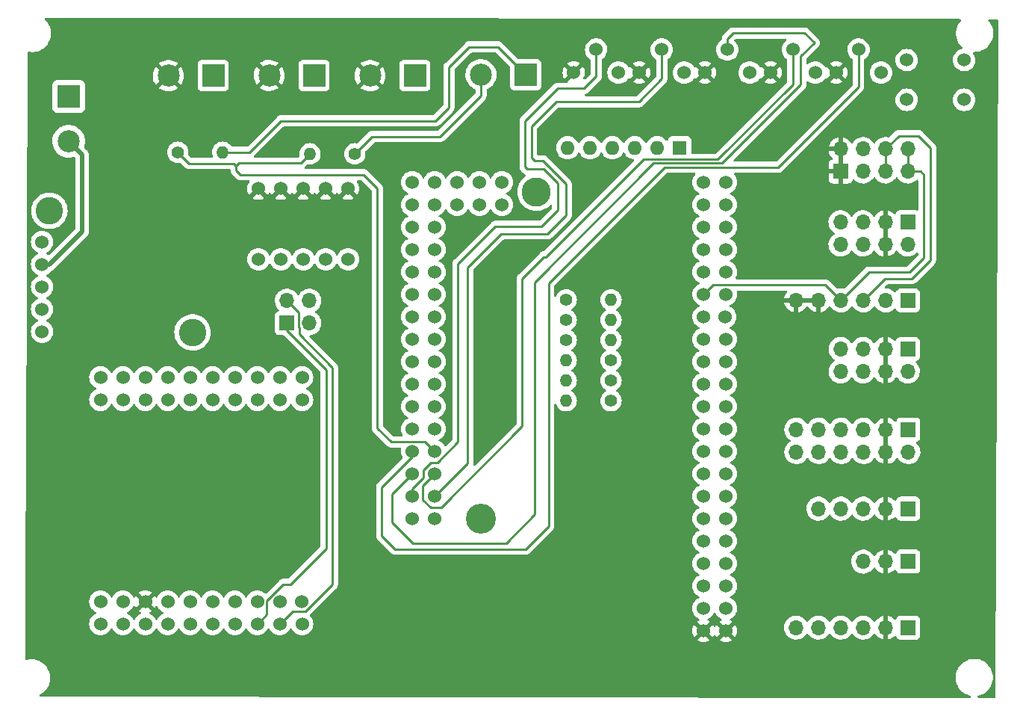
<source format=gbr>
%TF.GenerationSoftware,KiCad,Pcbnew,(6.0.0-0)*%
%TF.CreationDate,2022-02-22T22:18:13-05:00*%
%TF.ProjectId,LED_Controller_Without_Level_Shifter,4c45445f-436f-46e7-9472-6f6c6c65725f,1.0*%
%TF.SameCoordinates,Original*%
%TF.FileFunction,Copper,L1,Top*%
%TF.FilePolarity,Positive*%
%FSLAX46Y46*%
G04 Gerber Fmt 4.6, Leading zero omitted, Abs format (unit mm)*
G04 Created by KiCad (PCBNEW (6.0.0-0)) date 2022-02-22 22:18:13*
%MOMM*%
%LPD*%
G01*
G04 APERTURE LIST*
%TA.AperFunction,ComponentPad*%
%ADD10C,1.524000*%
%TD*%
%TA.AperFunction,ComponentPad*%
%ADD11C,3.400000*%
%TD*%
%TA.AperFunction,ComponentPad*%
%ADD12C,3.300000*%
%TD*%
%TA.AperFunction,ComponentPad*%
%ADD13R,2.500000X2.500000*%
%TD*%
%TA.AperFunction,ComponentPad*%
%ADD14C,2.500000*%
%TD*%
%TA.AperFunction,ComponentPad*%
%ADD15R,1.700000X1.700000*%
%TD*%
%TA.AperFunction,ComponentPad*%
%ADD16O,1.700000X1.700000*%
%TD*%
%TA.AperFunction,ComponentPad*%
%ADD17C,1.400000*%
%TD*%
%TA.AperFunction,ComponentPad*%
%ADD18O,1.400000X1.400000*%
%TD*%
%TA.AperFunction,ComponentPad*%
%ADD19R,1.600000X1.600000*%
%TD*%
%TA.AperFunction,ComponentPad*%
%ADD20O,1.600000X1.600000*%
%TD*%
%TA.AperFunction,ComponentPad*%
%ADD21C,3.100000*%
%TD*%
%TA.AperFunction,Conductor*%
%ADD22C,0.250000*%
%TD*%
%TA.AperFunction,Conductor*%
%ADD23C,0.500000*%
%TD*%
G04 APERTURE END LIST*
D10*
%TO.P,RV5,1,1*%
%TO.N,GND*%
X178452500Y-67935000D03*
%TO.P,RV5,2,2*%
%TO.N,TRIM4*%
X175912500Y-65325000D03*
%TO.P,RV5,3,3*%
%TO.N,+5V*%
X173372500Y-67935000D03*
%TD*%
%TO.P,U4,75,3V-2*%
%TO.N,unconnected-(U4-Pad75)*%
X165770000Y-123550000D03*
%TO.P,U4,74,3V*%
%TO.N,unconnected-(U4-Pad74)*%
X168310000Y-123550000D03*
%TO.P,U4,0,RX*%
%TO.N,TX0*%
X165770000Y-118470000D03*
%TO.P,U4,1,TX*%
%TO.N,RX0*%
X168310000Y-118470000D03*
%TO.P,U4,2,D2*%
%TO.N,OE*%
X165770000Y-115930000D03*
%TO.P,U4,3,D3*%
%TO.N,DP_DATA_IN*%
X168310000Y-115930000D03*
%TO.P,U4,4,D4*%
%TO.N,DP_CLOCK*%
X165780000Y-113390000D03*
%TO.P,U4,5,D5*%
%TO.N,DP_LOAD*%
X168310000Y-113390000D03*
%TO.P,U4,6,D6*%
%TO.N,unconnected-(U4-Pad6)*%
X165770000Y-110850000D03*
%TO.P,U4,7,D7*%
%TO.N,unconnected-(U4-Pad7)*%
X168310000Y-110850000D03*
%TO.P,U4,8,D8*%
%TO.N,unconnected-(U4-Pad8)*%
X165770000Y-108310000D03*
%TO.P,U4,9,D9*%
%TO.N,unconnected-(U4-Pad9)*%
X168310000Y-108310000D03*
%TO.P,U4,10,D10*%
%TO.N,unconnected-(U4-Pad10)*%
X165770000Y-105770000D03*
%TO.P,U4,11,D11*%
%TO.N,unconnected-(U4-Pad11)*%
X168310000Y-105770000D03*
%TO.P,U4,12,D12*%
%TO.N,VU_STROBE*%
X165770000Y-103230000D03*
%TO.P,U4,13,D13*%
%TO.N,VU_RESET*%
X168310000Y-103230000D03*
%TO.P,U4,14,D14*%
%TO.N,unconnected-(U4-Pad14)*%
X165770000Y-100690000D03*
%TO.P,U4,15,D15*%
%TO.N,unconnected-(U4-Pad15)*%
X168310000Y-100690000D03*
%TO.P,U4,16,D16*%
%TO.N,LOGIC_2560_RX*%
X165770000Y-98150000D03*
%TO.P,U4,17,D17*%
%TO.N,LOGIC_2560_TX*%
X168310000Y-98150000D03*
%TO.P,U4,18,D18*%
%TO.N,TX1*%
X165780000Y-95610000D03*
%TO.P,U4,19,D19*%
%TO.N,RX1*%
X168230000Y-95610000D03*
%TO.P,U4,20,D20*%
%TO.N,SDA*%
X165780000Y-93070000D03*
%TO.P,U4,21,D21*%
%TO.N,SCL*%
X168310000Y-93070000D03*
%TO.P,U4,22,D22*%
%TO.N,unconnected-(U4-Pad22)*%
X165770000Y-90530000D03*
%TO.P,U4,23,D23*%
%TO.N,unconnected-(U4-Pad23)*%
X168310000Y-90530000D03*
%TO.P,U4,24,D24*%
%TO.N,unconnected-(U4-Pad24)*%
X165770000Y-87990000D03*
%TO.P,U4,71,VIN2*%
%TO.N,+5V*%
X168310000Y-131170000D03*
%TO.P,U4,62,GND*%
%TO.N,GND*%
X168310000Y-128630000D03*
D11*
%TO.P,U4,24.52*%
%TO.N,N/C*%
X140530000Y-118470000D03*
D12*
%TO.P,U4,24.53*%
X146820000Y-81440000D03*
D10*
%TO.P,U4,25,D25*%
%TO.N,unconnected-(U4-Pad25)*%
X168310000Y-87990000D03*
%TO.P,U4,26,D26*%
%TO.N,unconnected-(U4-Pad26)*%
X165770000Y-85450000D03*
%TO.P,U4,27,D27*%
%TO.N,unconnected-(U4-Pad27)*%
X168310000Y-85450000D03*
%TO.P,U4,28,D28*%
%TO.N,unconnected-(U4-Pad28)*%
X165770000Y-82910000D03*
%TO.P,U4,29,D29*%
%TO.N,unconnected-(U4-Pad29)*%
X168310000Y-82910000D03*
%TO.P,U4,30,D30*%
%TO.N,MAINT_DATA*%
X165770000Y-80370000D03*
%TO.P,U4,31,D31*%
%TO.N,unconnected-(U4-Pad31)*%
X168310000Y-80370000D03*
%TO.P,U4,32,D32*%
%TO.N,MAINT_CLOCK*%
X132750000Y-98150000D03*
%TO.P,U4,33,D33*%
%TO.N,unconnected-(U4-Pad33)*%
X135290000Y-98150000D03*
%TO.P,U4,34,D34*%
%TO.N,LDP_DATA*%
X132750000Y-95610000D03*
%TO.P,U4,35,D35*%
%TO.N,unconnected-(U4-Pad35)*%
X135290000Y-95610000D03*
%TO.P,U4,36,D36*%
%TO.N,LDP_CLOCK*%
X132750000Y-93070000D03*
%TO.P,U4,37,D37*%
%TO.N,unconnected-(U4-Pad37)*%
X135290000Y-93070000D03*
%TO.P,U4,38,D38*%
%TO.N,CS1_DATA*%
X132750000Y-90530000D03*
%TO.P,U4,39,D39*%
%TO.N,unconnected-(U4-Pad39)*%
X135290000Y-90530000D03*
%TO.P,U4,40,D40*%
%TO.N,CS1_CLOCK*%
X132750000Y-87990000D03*
%TO.P,U4,41,D41*%
%TO.N,unconnected-(U4-Pad41)*%
X135290000Y-87990000D03*
%TO.P,U4,42,D42*%
%TO.N,CS2_DATA*%
X132750000Y-85450000D03*
%TO.P,U4,43,D43*%
%TO.N,unconnected-(U4-Pad43)*%
X135290000Y-85450000D03*
%TO.P,U4,44,D44*%
%TO.N,CS2_CLOCK*%
X132750000Y-82910000D03*
%TO.P,U4,45,D45*%
%TO.N,JUMPER5*%
X135290000Y-82910000D03*
%TO.P,U4,46,D46*%
%TO.N,VU1_DATA*%
X132750000Y-80370000D03*
%TO.P,U4,47,D47*%
%TO.N,JUMPER4*%
X135290000Y-80370000D03*
%TO.P,U4,48,D48*%
%TO.N,VU1_CLOCK*%
X137840000Y-80370000D03*
%TO.P,U4,49,D49*%
%TO.N,JUMPER3*%
X137830000Y-82910000D03*
%TO.P,U4,50,D50*%
%TO.N,VU2_DATA*%
X140370000Y-80370000D03*
%TO.P,U4,51,D51*%
%TO.N,JUMPER2*%
X140370000Y-82910000D03*
%TO.P,U4,52,D52*%
%TO.N,VU2_CLOCK*%
X142910000Y-80370000D03*
%TO.P,U4,53,D53*%
%TO.N,JUMPER1*%
X142910000Y-82910000D03*
%TO.P,U4,63,GND*%
%TO.N,GND*%
X165770000Y-128630000D03*
%TO.P,U4,70,VIN*%
%TO.N,+5V*%
X165770000Y-131170000D03*
%TO.P,U4,72,5V*%
%TO.N,unconnected-(U4-Pad72)*%
X165770000Y-126090000D03*
%TO.P,U4,73,5V-2*%
%TO.N,unconnected-(U4-Pad73)*%
X168310000Y-126090000D03*
%TO.P,U4,104,AREF*%
%TO.N,unconnected-(U4-Pad104)*%
X165770000Y-121010000D03*
%TO.P,U4,105,RST*%
%TO.N,RESET*%
X168310000Y-121010000D03*
%TO.P,U4,200,A0*%
%TO.N,SPECTRUM_LEFT*%
X132750000Y-118470000D03*
%TO.P,U4,201,A1*%
%TO.N,SPECTRUM_RIGHT*%
X135290000Y-118470000D03*
%TO.P,U4,202,A2*%
%TO.N,TRIM1*%
X132750000Y-115930000D03*
%TO.P,U4,203,A3*%
%TO.N,TRIM2*%
X135290000Y-115930000D03*
%TO.P,U4,204,A4*%
%TO.N,TRIM3*%
X132750000Y-113390000D03*
%TO.P,U4,205,A5*%
%TO.N,TRIM4*%
X135290000Y-113390000D03*
%TO.P,U4,206,A6*%
%TO.N,TRIM5*%
X132750000Y-110850000D03*
%TO.P,U4,207,A7*%
%TO.N,BATTERY_LEVEL*%
X135290000Y-110850000D03*
%TO.P,U4,208,A8*%
%TO.N,EXT_MIC*%
X132750000Y-108310000D03*
%TO.P,U4,209,A9*%
%TO.N,unconnected-(U4-Pad209)*%
X135290000Y-108310000D03*
%TO.P,U4,210,A10*%
%TO.N,unconnected-(U4-Pad210)*%
X132750000Y-105770000D03*
%TO.P,U4,211,A11*%
%TO.N,unconnected-(U4-Pad211)*%
X135290000Y-105770000D03*
%TO.P,U4,212,A12*%
%TO.N,unconnected-(U4-Pad212)*%
X132750000Y-103230000D03*
%TO.P,U4,213,A13*%
%TO.N,unconnected-(U4-Pad213)*%
X135290000Y-103230000D03*
%TO.P,U4,214,A14*%
%TO.N,unconnected-(U4-Pad214)*%
X132750000Y-100690000D03*
%TO.P,U4,215,A15*%
%TO.N,unconnected-(U4-Pad215)*%
X135290000Y-100690000D03*
%TD*%
D13*
%TO.P,J1,1,Pin_1*%
%TO.N,GND*%
X93790000Y-70645000D03*
D14*
%TO.P,J1,2,Pin_2*%
%TO.N,+12V*%
X93790000Y-75725000D03*
%TD*%
D13*
%TO.P,J2,1,Pin_1*%
%TO.N,GND*%
X110180000Y-68280000D03*
D14*
%TO.P,J2,2,Pin_2*%
%TO.N,+5V*%
X105100000Y-68280000D03*
%TD*%
D13*
%TO.P,J3,1,Pin_1*%
%TO.N,GND*%
X133045000Y-68280000D03*
D14*
%TO.P,J3,2,Pin_2*%
%TO.N,+5V*%
X127965000Y-68280000D03*
%TD*%
D13*
%TO.P,J4,1,Pin_1*%
%TO.N,GND*%
X121615000Y-68254000D03*
D14*
%TO.P,J4,2,Pin_2*%
%TO.N,+5V*%
X116535000Y-68254000D03*
%TD*%
D15*
%TO.P,J5,1,Pin_1*%
%TO.N,GND*%
X188930000Y-99250000D03*
D16*
%TO.P,J5,2,Pin_2*%
X188930000Y-101790000D03*
%TO.P,J5,3,Pin_3*%
%TO.N,+5V*%
X186390000Y-99250000D03*
%TO.P,J5,4,Pin_4*%
X186390000Y-101790000D03*
%TO.P,J5,5,Pin_5*%
%TO.N,LDP_CLOCK*%
X183850000Y-99250000D03*
%TO.P,J5,6,Pin_6*%
%TO.N,MAINT_CLOCK*%
X183850000Y-101790000D03*
%TO.P,J5,7,Pin_7*%
%TO.N,/H-R1_LD*%
X181310000Y-99250000D03*
%TO.P,J5,8,Pin_8*%
%TO.N,/H-R2-MD*%
X181310000Y-101790000D03*
%TD*%
D15*
%TO.P,J6,1,Pin_1*%
%TO.N,GND*%
X189000000Y-108380000D03*
D16*
%TO.P,J6,2,Pin_2*%
X189000000Y-110920000D03*
%TO.P,J6,3,Pin_3*%
%TO.N,+5V*%
X186460000Y-108380000D03*
%TO.P,J6,4,Pin_4*%
X186460000Y-110920000D03*
%TO.P,J6,5,Pin_5*%
%TO.N,CS1_CLOCK*%
X183920000Y-108380000D03*
%TO.P,J6,6,Pin_6*%
%TO.N,VU1_CLOCK*%
X183920000Y-110920000D03*
%TO.P,J6,7,Pin_7*%
%TO.N,/H-R3_C1D*%
X181380000Y-108380000D03*
%TO.P,J6,8,Pin_8*%
%TO.N,/H-R4_V1D*%
X181380000Y-110920000D03*
%TO.P,J6,9,Pin_9*%
%TO.N,CS2_CLOCK*%
X178840000Y-108380000D03*
%TO.P,J6,10,Pin_10*%
%TO.N,VU2_CLOCK*%
X178840000Y-110920000D03*
%TO.P,J6,11,Pin_11*%
%TO.N,/H-R5_C2D*%
X176300000Y-108380000D03*
%TO.P,J6,12,Pin_12*%
%TO.N,/H-R6_V2D*%
X176300000Y-110920000D03*
%TD*%
D15*
%TO.P,J7,1,Pin_1*%
%TO.N,GND*%
X188976000Y-117334000D03*
D16*
%TO.P,J7,2,Pin_2*%
%TO.N,+5V*%
X186436000Y-117334000D03*
%TO.P,J7,3,Pin_3*%
%TO.N,DP_LOAD*%
X183896000Y-117334000D03*
%TO.P,J7,4,Pin_4*%
%TO.N,DP_CLOCK*%
X181356000Y-117334000D03*
%TO.P,J7,5,Pin_5*%
%TO.N,DP_DATA_IN*%
X178816000Y-117334000D03*
%TD*%
D15*
%TO.P,J8,1,Pin_1*%
%TO.N,GND*%
X188976000Y-130810000D03*
D16*
%TO.P,J8,2,Pin_2*%
%TO.N,+5V*%
X186436000Y-130810000D03*
%TO.P,J8,3,Pin_3*%
%TO.N,VU_STROBE*%
X183896000Y-130810000D03*
%TO.P,J8,4,Pin_4*%
%TO.N,VU_RESET*%
X181356000Y-130810000D03*
%TO.P,J8,5,Pin_5*%
%TO.N,SPECTRUM_LEFT*%
X178816000Y-130810000D03*
%TO.P,J8,6,Pin_6*%
%TO.N,SPECTRUM_RIGHT*%
X176276000Y-130810000D03*
%TD*%
D15*
%TO.P,J9,1,Pin_1*%
%TO.N,+5V*%
X181320000Y-79145000D03*
D16*
%TO.P,J9,2,Pin_2*%
X181320000Y-76605000D03*
%TO.P,J9,3,Pin_3*%
%TO.N,GND*%
X183860000Y-79145000D03*
%TO.P,J9,4,Pin_4*%
X183860000Y-76605000D03*
%TO.P,J9,5,Pin_5*%
%TO.N,SCL*%
X186400000Y-79145000D03*
%TO.P,J9,6,Pin_6*%
X186400000Y-76605000D03*
%TO.P,J9,7,Pin_7*%
%TO.N,SDA*%
X188940000Y-79145000D03*
%TO.P,J9,8,Pin_8*%
X188940000Y-76605000D03*
%TD*%
D15*
%TO.P,J10,1,Pin_1*%
%TO.N,GND*%
X188920000Y-84885000D03*
D16*
%TO.P,J10,2,Pin_2*%
X188920000Y-87425000D03*
%TO.P,J10,3,Pin_3*%
%TO.N,+5V*%
X186380000Y-84885000D03*
%TO.P,J10,4,Pin_4*%
X186380000Y-87425000D03*
%TO.P,J10,5,Pin_5*%
%TO.N,TX1*%
X183840000Y-84885000D03*
%TO.P,J10,6,Pin_6*%
%TO.N,TX0*%
X183840000Y-87425000D03*
%TO.P,J10,7,Pin_7*%
%TO.N,RX1*%
X181300000Y-84885000D03*
%TO.P,J10,8,Pin_8*%
%TO.N,RX0*%
X181300000Y-87425000D03*
%TD*%
D15*
%TO.P,J11,1,Pin_1*%
%TO.N,GND*%
X188951000Y-93751000D03*
D16*
%TO.P,J11,2,Pin_2*%
%TO.N,OE*%
X186411000Y-93751000D03*
%TO.P,J11,3,Pin_3*%
%TO.N,SCL*%
X183871000Y-93751000D03*
%TO.P,J11,4,Pin_4*%
%TO.N,SDA*%
X181331000Y-93751000D03*
%TO.P,J11,5,Pin_5*%
%TO.N,+5V*%
X178791000Y-93751000D03*
%TO.P,J11,6,Pin_6*%
X176251000Y-93751000D03*
%TD*%
D17*
%TO.P,R2,1*%
%TO.N,/H-R2-MD*%
X155290000Y-102822000D03*
D18*
%TO.P,R2,2*%
%TO.N,MAINT_DATA*%
X150210000Y-102822000D03*
%TD*%
D17*
%TO.P,R3,1*%
%TO.N,/H-R3_C1D*%
X155290000Y-100534000D03*
D18*
%TO.P,R3,2*%
%TO.N,CS1_DATA*%
X150210000Y-100534000D03*
%TD*%
D17*
%TO.P,R4,1*%
%TO.N,CS2_DATA*%
X150210000Y-98246000D03*
D18*
%TO.P,R4,2*%
%TO.N,/H-R5_C2D*%
X155290000Y-98246000D03*
%TD*%
D17*
%TO.P,R5,1*%
%TO.N,VU1_DATA*%
X150210000Y-95958000D03*
D18*
%TO.P,R5,2*%
%TO.N,/H-R4_V1D*%
X155290000Y-95958000D03*
%TD*%
D17*
%TO.P,R6,1*%
%TO.N,VU2_DATA*%
X150210000Y-93670000D03*
D18*
%TO.P,R6,2*%
%TO.N,/H-R6_V2D*%
X155290000Y-93670000D03*
%TD*%
D19*
%TO.P,RN1,1,common*%
%TO.N,GND*%
X163068000Y-76454000D03*
D20*
%TO.P,RN1,2,R1*%
%TO.N,JUMPER1*%
X160528000Y-76454000D03*
%TO.P,RN1,3,R2*%
%TO.N,JUMPER2*%
X157988000Y-76454000D03*
%TO.P,RN1,4,R3*%
%TO.N,JUMPER3*%
X155448000Y-76454000D03*
%TO.P,RN1,5,R4*%
%TO.N,JUMPER4*%
X152908000Y-76454000D03*
%TO.P,RN1,6,R5*%
%TO.N,JUMPER5*%
X150368000Y-76454000D03*
%TD*%
D10*
%TO.P,U1,0,En*%
%TO.N,unconnected-(U1-Pad0)*%
X90780000Y-87130000D03*
%TO.P,U1,1,VIN*%
%TO.N,+12V*%
X90780000Y-89670000D03*
%TO.P,U1,2,GND*%
%TO.N,GND*%
X90780000Y-92210000D03*
%TO.P,U1,3*%
%TO.N,N/C*%
X90780000Y-94750000D03*
%TO.P,U1,4,GND*%
%TO.N,GND*%
X90780000Y-97290000D03*
D21*
%TO.P,U1,5,VOut*%
%TO.N,N/C*%
X91610000Y-83600000D03*
%TO.P,U1,6*%
X107838800Y-97361200D03*
%TD*%
D10*
%TO.P,U2,0,GPIO0*%
%TO.N,unconnected-(U2-Pad0)*%
X105015400Y-130406600D03*
%TO.P,U2,1,Tx0*%
%TO.N,unconnected-(U2-Pad1)*%
X120205400Y-127866600D03*
%TO.P,U2,2,GPIO2*%
%TO.N,unconnected-(U2-Pad2)*%
X102475400Y-130406600D03*
%TO.P,U2,3,Rx0*%
%TO.N,unconnected-(U2-Pad3)*%
X117715400Y-127866600D03*
%TO.P,U2,4,GPIO4*%
%TO.N,unconnected-(U2-Pad4)*%
X107555400Y-130406600D03*
%TO.P,U2,5,GPIO5*%
%TO.N,unconnected-(U2-Pad5)*%
X105015400Y-105000600D03*
%TO.P,U2,18,GPIO18*%
%TO.N,unconnected-(U2-Pad18)*%
X112635400Y-105000600D03*
%TO.P,U2,19,GPIO19*%
%TO.N,unconnected-(U2-Pad19)*%
X110095400Y-105000600D03*
%TO.P,U2,21,GPIO21*%
%TO.N,unconnected-(U2-Pad21)*%
X112635400Y-127866600D03*
%TO.P,U2,22,GPIO22*%
%TO.N,unconnected-(U2-Pad22)*%
X115175400Y-127866600D03*
%TO.P,U2,23,GPIO23*%
%TO.N,unconnected-(U2-Pad23)*%
X107555400Y-105000600D03*
%TO.P,U2,25,GPIO25*%
%TO.N,unconnected-(U2-Pad25)*%
X107555400Y-127866600D03*
%TO.P,U2,26,GPIO26*%
%TO.N,unconnected-(U2-Pad26)*%
X115175400Y-105000600D03*
%TO.P,U2,27,GPIO27*%
%TO.N,unconnected-(U2-Pad27)*%
X110095400Y-127866600D03*
%TO.P,U2,32,GPIO32*%
%TO.N,unconnected-(U2-Pad32)*%
X112635400Y-130406600D03*
%TO.P,U2,33,GPIO33*%
%TO.N,unconnected-(U2-Pad33)*%
X110095400Y-102460600D03*
%TO.P,U2,34,GPIO34*%
%TO.N,unconnected-(U2-Pad34)*%
X107555400Y-102460600D03*
%TO.P,U2,35,GPIO35*%
%TO.N,unconnected-(U2-Pad35)*%
X112635400Y-102460600D03*
%TO.P,U2,39,VN*%
%TO.N,unconnected-(U2-Pad39)*%
X115175400Y-102460600D03*
%TO.P,U2,60,GND*%
%TO.N,GND*%
X105015400Y-127866600D03*
%TO.P,U2,61,GND*%
X120255400Y-130406600D03*
%TO.P,U2,62,GND*%
X120255400Y-102460600D03*
%TO.P,U2,70,5V*%
%TO.N,+5V*%
X102475400Y-127866600D03*
%TO.P,U2,71,3V3*%
%TO.N,3.3V*%
X102475400Y-105000600D03*
%TO.P,U2,80,TDO*%
%TO.N,unconnected-(U2-Pad80)*%
X99935400Y-127866600D03*
%TO.P,U2,81,SD0*%
%TO.N,unconnected-(U2-Pad81)*%
X97395400Y-127866600D03*
%TO.P,U2,82,TDI*%
%TO.N,unconnected-(U2-Pad82)*%
X110095400Y-130406600D03*
%TO.P,U2,83,SD1*%
%TO.N,unconnected-(U2-Pad83)*%
X99935400Y-130406600D03*
%TO.P,U2,84,CLK*%
%TO.N,unconnected-(U2-Pad84)*%
X97395400Y-130406600D03*
%TO.P,U2,85,RST*%
%TO.N,unconnected-(U2-Pad85)*%
X120255400Y-105000600D03*
%TO.P,U2,86,VP*%
%TO.N,unconnected-(U2-Pad86)*%
X117715400Y-105000600D03*
%TO.P,U2,87,TCK*%
%TO.N,unconnected-(U2-Pad87)*%
X99935400Y-105000600D03*
%TO.P,U2,88,SD3*%
%TO.N,unconnected-(U2-Pad88)*%
X97395400Y-105000600D03*
%TO.P,U2,89,NC*%
%TO.N,unconnected-(U2-Pad89)*%
X117715400Y-102460600D03*
%TO.P,U2,90,TMS*%
%TO.N,unconnected-(U2-Pad90)*%
X105015400Y-102460600D03*
%TO.P,U2,91,NC*%
%TO.N,unconnected-(U2-Pad91)*%
X102475400Y-102460600D03*
%TO.P,U2,92,SD2*%
%TO.N,unconnected-(U2-Pad92)*%
X99935400Y-102460600D03*
%TO.P,U2,93,CMD*%
%TO.N,unconnected-(U2-Pad93)*%
X97395400Y-102460600D03*
%TO.P,U2,251,GPIO25_1*%
%TO.N,ESP_LOGIC_RX*%
X115175400Y-130406600D03*
%TO.P,U2,271,GPIO27_1*%
%TO.N,ESP_LOGIC_TX*%
X117715400Y-130406600D03*
%TD*%
D17*
%TO.P,R1,1*%
%TO.N,/H-R1_LD*%
X155290000Y-105110000D03*
D18*
%TO.P,R1,2*%
%TO.N,LDP_DATA*%
X150210000Y-105110000D03*
%TD*%
D10*
%TO.P,SW1,1*%
%TO.N,JUMPER5*%
X125476000Y-89091000D03*
%TO.P,SW1,2*%
%TO.N,JUMPER4*%
X122936000Y-89091000D03*
%TO.P,SW1,3*%
%TO.N,JUMPER3*%
X120396000Y-89091000D03*
%TO.P,SW1,4*%
%TO.N,JUMPER2*%
X117856000Y-89091000D03*
%TO.P,SW1,5*%
%TO.N,JUMPER1*%
X115316000Y-89091000D03*
%TO.P,SW1,6*%
%TO.N,+5V*%
X115316000Y-81089000D03*
%TO.P,SW1,7*%
X117856000Y-81089000D03*
%TO.P,SW1,8*%
X120396000Y-81089000D03*
%TO.P,SW1,9*%
X122936000Y-81089000D03*
%TO.P,SW1,10*%
X125476000Y-81089000D03*
%TD*%
%TO.P,SW2,1,1*%
%TO.N,GND*%
X188820000Y-71020000D03*
%TO.P,SW2,2,2*%
%TO.N,RESET*%
X188820000Y-66520000D03*
%TO.P,SW2,3,3*%
%TO.N,GND*%
X195320000Y-71020000D03*
%TO.P,SW2,4,4*%
%TO.N,RESET*%
X195320000Y-66520000D03*
%TD*%
%TO.P,RV1,1,1*%
%TO.N,GND*%
X156140000Y-67935000D03*
%TO.P,RV1,2,2*%
%TO.N,TRIM1*%
X153600000Y-65325000D03*
%TO.P,RV1,3,3*%
%TO.N,+5V*%
X151060000Y-67935000D03*
%TD*%
%TO.P,RV2,1,1*%
%TO.N,GND*%
X171015000Y-67935000D03*
%TO.P,RV2,2,2*%
%TO.N,TRIM3*%
X168475000Y-65325000D03*
%TO.P,RV2,3,3*%
%TO.N,+5V*%
X165935000Y-67935000D03*
%TD*%
%TO.P,RV3,1,1*%
%TO.N,GND*%
X185890000Y-67935000D03*
%TO.P,RV3,2,2*%
%TO.N,TRIM5*%
X183350000Y-65325000D03*
%TO.P,RV3,3,3*%
%TO.N,+5V*%
X180810000Y-67935000D03*
%TD*%
%TO.P,RV4,1,1*%
%TO.N,GND*%
X163577500Y-67935000D03*
%TO.P,RV4,2,2*%
%TO.N,TRIM2*%
X161037500Y-65325000D03*
%TO.P,RV4,3,3*%
%TO.N,+5V*%
X158497500Y-67935000D03*
%TD*%
D15*
%TO.P,J13,1,Pin_1*%
%TO.N,ESP_LOGIC_RX*%
X118545000Y-96315000D03*
D16*
%TO.P,J13,2,Pin_2*%
%TO.N,ESP_LOGIC_TX*%
X118545000Y-93775000D03*
%TO.P,J13,3,Pin_3*%
%TO.N,LOGIC_2560_RX*%
X121085000Y-96315000D03*
%TO.P,J13,4,Pin_4*%
%TO.N,LOGIC_2560_TX*%
X121085000Y-93775000D03*
%TD*%
D15*
%TO.P,J13,1,Pin_1*%
%TO.N,GND*%
X188975000Y-123340000D03*
D16*
%TO.P,J13,2,Pin_2*%
%TO.N,+5V*%
X186435000Y-123340000D03*
%TO.P,J13,3,Pin_3*%
%TO.N,EXT_MIC*%
X183895000Y-123340000D03*
%TD*%
D17*
%TO.P,R7,1*%
%TO.N,BATTERY_LEVEL*%
X106172000Y-76962000D03*
D18*
%TO.P,R7,2*%
%TO.N,POS*%
X111252000Y-76962000D03*
%TD*%
D17*
%TO.P,R8,1*%
%TO.N,NEG*%
X126238000Y-77140000D03*
D18*
%TO.P,R8,2*%
%TO.N,BATTERY_LEVEL*%
X121158000Y-77140000D03*
%TD*%
D13*
%TO.P,J12,1,Pin_1*%
%TO.N,POS*%
X145625000Y-68170000D03*
D14*
%TO.P,J12,2,Pin_2*%
%TO.N,NEG*%
X140545000Y-68170000D03*
%TD*%
D22*
%TO.N,TRIM5*%
X132750000Y-110850000D02*
X132750000Y-111440000D01*
X132750000Y-111440000D02*
X129286000Y-114904000D01*
X148195469Y-91802531D02*
X161338480Y-78659520D01*
X129286000Y-114904000D02*
X129286000Y-120396000D01*
X129286000Y-120396000D02*
X130810000Y-121920000D01*
X145611434Y-121920000D02*
X148195469Y-119335965D01*
X130810000Y-121920000D02*
X145611434Y-121920000D01*
X183350000Y-69560000D02*
X183350000Y-65325000D01*
X148195469Y-119335965D02*
X148195469Y-91802531D01*
X161338480Y-78659520D02*
X174250480Y-78659520D01*
X174250480Y-78659520D02*
X183350000Y-69560000D01*
%TO.N,TRIM4*%
X145230000Y-108010000D02*
X145230000Y-91260000D01*
X133970000Y-116320000D02*
X134870000Y-117220000D01*
X133970000Y-114710000D02*
X133970000Y-116320000D01*
X135290000Y-113390000D02*
X133970000Y-114710000D01*
X134870000Y-117220000D02*
X136020000Y-117220000D01*
X136020000Y-117220000D02*
X145230000Y-108010000D01*
X145230000Y-91260000D02*
X147670000Y-88820000D01*
X147900000Y-88820000D02*
X158959520Y-77760480D01*
X147670000Y-88820000D02*
X147900000Y-88820000D01*
X158959520Y-77760480D02*
X167409520Y-77760480D01*
X167409520Y-77760480D02*
X175912500Y-69257500D01*
X175912500Y-69257500D02*
X175912500Y-65325000D01*
%TO.N,TRIM3*%
X132750000Y-113390000D02*
X130490000Y-115650000D01*
X130490000Y-115650000D02*
X130490000Y-118930000D01*
X132800000Y-121240000D02*
X143370000Y-121240000D01*
X146600000Y-91730000D02*
X160120000Y-78210000D01*
X130490000Y-118930000D02*
X132800000Y-121240000D01*
X143370000Y-121240000D02*
X146600000Y-118010000D01*
X146600000Y-118010000D02*
X146600000Y-91730000D01*
X160120000Y-78210000D02*
X167910000Y-78210000D01*
X167910000Y-78210000D02*
X176810000Y-69310000D01*
X176810000Y-69310000D02*
X176810000Y-66090000D01*
X176810000Y-66090000D02*
X178340000Y-64560000D01*
X178340000Y-64560000D02*
X177230000Y-63450000D01*
X177230000Y-63450000D02*
X169140000Y-63450000D01*
X168475000Y-64115000D02*
X168475000Y-65325000D01*
X169140000Y-63450000D02*
X168475000Y-64115000D01*
%TO.N,SDA*%
X181331000Y-93751000D02*
X179563489Y-91983489D01*
X166866511Y-91983489D02*
X165710000Y-93140000D01*
X179563489Y-91983489D02*
X166866511Y-91983489D01*
%TO.N,TRIM1*%
X153600000Y-65325000D02*
X153600000Y-68370000D01*
X133980000Y-113820000D02*
X132750000Y-115050000D01*
X153600000Y-68370000D02*
X152230000Y-69740000D01*
X152230000Y-69740000D02*
X149240000Y-69740000D01*
X145540000Y-73440000D02*
X145540000Y-78600000D01*
X149240000Y-69740000D02*
X145540000Y-73440000D01*
X147420000Y-85360000D02*
X142160000Y-85360000D01*
X149240000Y-83540000D02*
X147420000Y-85360000D01*
X145810000Y-78870000D02*
X147680000Y-78870000D01*
X145540000Y-78600000D02*
X145810000Y-78870000D01*
X149240000Y-80430000D02*
X149240000Y-83540000D01*
X147680000Y-78870000D02*
X149240000Y-80430000D01*
X142160000Y-85360000D02*
X137930000Y-89590000D01*
X137930000Y-89590000D02*
X137930000Y-109780000D01*
X137930000Y-109780000D02*
X135580000Y-112130000D01*
X135580000Y-112130000D02*
X134860000Y-112130000D01*
X134860000Y-112130000D02*
X133980000Y-113010000D01*
X133980000Y-113010000D02*
X133980000Y-113820000D01*
X132750000Y-115050000D02*
X132750000Y-115930000D01*
%TO.N,TRIM2*%
X139050000Y-105780000D02*
X139050000Y-112170000D01*
X139050000Y-112170000D02*
X135290000Y-115930000D01*
X139050000Y-90010000D02*
X139050000Y-105780000D01*
X161037500Y-65325000D02*
X161037500Y-68642500D01*
X161037500Y-68642500D02*
X158440000Y-71240000D01*
X147550000Y-77920000D02*
X150200000Y-80570000D01*
X158440000Y-71240000D02*
X149050000Y-71240000D01*
X149050000Y-71240000D02*
X146250000Y-74040000D01*
X148100000Y-86200000D02*
X142860000Y-86200000D01*
X146250000Y-74040000D02*
X146250000Y-77560000D01*
X146250000Y-77560000D02*
X146610000Y-77920000D01*
X146610000Y-77920000D02*
X147550000Y-77920000D01*
X150200000Y-80570000D02*
X150200000Y-84100000D01*
X150200000Y-84100000D02*
X148100000Y-86200000D01*
X142860000Y-86200000D02*
X139050000Y-90010000D01*
%TO.N,BATTERY_LEVEL*%
X135290000Y-110850000D02*
X134203489Y-109763489D01*
X134203489Y-109763489D02*
X130337489Y-109763489D01*
X130337489Y-109763489D02*
X128778000Y-108204000D01*
X128778000Y-108204000D02*
X128778000Y-81026000D01*
X128778000Y-81026000D02*
X127254000Y-79502000D01*
X127254000Y-79502000D02*
X113284000Y-79502000D01*
X113284000Y-79502000D02*
X112776000Y-78994000D01*
X112776000Y-78994000D02*
X112776000Y-78486000D01*
D23*
%TO.N,+12V*%
X95310000Y-85950000D02*
X91590000Y-89670000D01*
X95310000Y-77245000D02*
X95310000Y-85950000D01*
X91590000Y-89670000D02*
X90780000Y-89670000D01*
X93790000Y-75725000D02*
X95310000Y-77245000D01*
D22*
%TO.N,SCL*%
X191516000Y-89154000D02*
X191516000Y-76454000D01*
X183871000Y-93751000D02*
X186352000Y-91270000D01*
X190152000Y-75090000D02*
X187915000Y-75090000D01*
X186352000Y-91270000D02*
X189400000Y-91270000D01*
X189400000Y-91270000D02*
X191516000Y-89154000D01*
X191516000Y-76454000D02*
X190152000Y-75090000D01*
X186400000Y-76605000D02*
X186400000Y-79145000D01*
X187915000Y-75090000D02*
X186400000Y-76605000D01*
%TO.N,SDA*%
X189094000Y-90560000D02*
X184522000Y-90560000D01*
X190397000Y-79145000D02*
X190754000Y-79502000D01*
X188940000Y-79145000D02*
X190397000Y-79145000D01*
X188940000Y-76605000D02*
X188940000Y-79145000D01*
X190754000Y-79502000D02*
X190754000Y-88900000D01*
X184522000Y-90560000D02*
X181331000Y-93751000D01*
X190754000Y-88900000D02*
X189094000Y-90560000D01*
%TO.N,BATTERY_LEVEL*%
X112776000Y-78486000D02*
X112522000Y-78232000D01*
X112522000Y-78232000D02*
X107442000Y-78232000D01*
X120104000Y-78194000D02*
X121158000Y-77140000D01*
X113068000Y-78194000D02*
X120104000Y-78194000D01*
X112776000Y-78486000D02*
X113068000Y-78194000D01*
X106172000Y-76962000D02*
X107442000Y-78232000D01*
%TO.N,ESP_LOGIC_RX*%
X118545000Y-96315000D02*
X118545000Y-97175001D01*
X122970000Y-101600000D02*
X122970000Y-121890000D01*
X118545000Y-97175001D02*
X122970000Y-101600001D01*
X116261911Y-129320089D02*
X115175400Y-130406600D01*
X122970000Y-121890000D02*
X118950000Y-125910000D01*
X118135440Y-125910000D02*
X116261911Y-127783529D01*
X118950000Y-125910000D02*
X118135440Y-125910000D01*
X116261911Y-127783529D02*
X116261911Y-129320089D01*
%TO.N,ESP_LOGIC_TX*%
X119940489Y-97588489D02*
X119940489Y-96831499D01*
X119910489Y-96801499D02*
X119910489Y-95140489D01*
X123698000Y-125910560D02*
X123698000Y-101346000D01*
X119940489Y-96831499D02*
X119910489Y-96801499D01*
X120655449Y-128953111D02*
X123698000Y-125910560D01*
X119168889Y-128953111D02*
X120655449Y-128953111D01*
X119910489Y-95140489D02*
X118545000Y-93775000D01*
X123698000Y-101346000D02*
X119940489Y-97588489D01*
X117715400Y-130406600D02*
X119168889Y-128953111D01*
%TO.N,POS*%
X117856000Y-73406000D02*
X135382000Y-73406000D01*
X136906000Y-67310000D02*
X139192000Y-65024000D01*
X136906000Y-71882000D02*
X136906000Y-67310000D01*
X135382000Y-73406000D02*
X136906000Y-71882000D01*
X142479000Y-65024000D02*
X145625000Y-68170000D01*
X114300000Y-76962000D02*
X117856000Y-73406000D01*
X139192000Y-65024000D02*
X142479000Y-65024000D01*
X111252000Y-76962000D02*
X114300000Y-76962000D01*
%TO.N,NEG*%
X140545000Y-70529000D02*
X135890000Y-75184000D01*
X140545000Y-68170000D02*
X140545000Y-70529000D01*
X128194000Y-75184000D02*
X126238000Y-77140000D01*
X135890000Y-75184000D02*
X128194000Y-75184000D01*
%TD*%
%TA.AperFunction,Conductor*%
%TO.N,+5V*%
G36*
X194842322Y-61873785D02*
G01*
X194910411Y-61893884D01*
X194956827Y-61947606D01*
X194966830Y-62017895D01*
X194939642Y-62079590D01*
X194787287Y-62265732D01*
X194637073Y-62510858D01*
X194635347Y-62514791D01*
X194635346Y-62514792D01*
X194622316Y-62544476D01*
X194521517Y-62774102D01*
X194520342Y-62778229D01*
X194520341Y-62778230D01*
X194502755Y-62839967D01*
X194442756Y-63050594D01*
X194402249Y-63335216D01*
X194402227Y-63339505D01*
X194402226Y-63339512D01*
X194400765Y-63618417D01*
X194400743Y-63622703D01*
X194401302Y-63626947D01*
X194401302Y-63626951D01*
X194405526Y-63659036D01*
X194438268Y-63907734D01*
X194439401Y-63911874D01*
X194439401Y-63911876D01*
X194446932Y-63939406D01*
X194514129Y-64185036D01*
X194515813Y-64188984D01*
X194621078Y-64435772D01*
X194626923Y-64449476D01*
X194669251Y-64520201D01*
X194772257Y-64692311D01*
X194774561Y-64696161D01*
X194954313Y-64920528D01*
X194957420Y-64923476D01*
X194957426Y-64923483D01*
X195105134Y-65063652D01*
X195140779Y-65125052D01*
X195137570Y-65195976D01*
X195096526Y-65253906D01*
X195051015Y-65276756D01*
X194883804Y-65321560D01*
X194878823Y-65323882D01*
X194878822Y-65323883D01*
X194687311Y-65413186D01*
X194687306Y-65413189D01*
X194682324Y-65415512D01*
X194677817Y-65418668D01*
X194677815Y-65418669D01*
X194504730Y-65539864D01*
X194504727Y-65539866D01*
X194500219Y-65543023D01*
X194343023Y-65700219D01*
X194339866Y-65704727D01*
X194339864Y-65704730D01*
X194218669Y-65877815D01*
X194218668Y-65877817D01*
X194215512Y-65882324D01*
X194213189Y-65887306D01*
X194213186Y-65887311D01*
X194123883Y-66078822D01*
X194121560Y-66083804D01*
X194064022Y-66298537D01*
X194044647Y-66520000D01*
X194064022Y-66741463D01*
X194092695Y-66848472D01*
X194119528Y-66948611D01*
X194121560Y-66956196D01*
X194123882Y-66961177D01*
X194123883Y-66961178D01*
X194213186Y-67152689D01*
X194213189Y-67152694D01*
X194215512Y-67157676D01*
X194218668Y-67162183D01*
X194218669Y-67162185D01*
X194338948Y-67333961D01*
X194343023Y-67339781D01*
X194500219Y-67496977D01*
X194504727Y-67500134D01*
X194504730Y-67500136D01*
X194555234Y-67535499D01*
X194682323Y-67624488D01*
X194687305Y-67626811D01*
X194687310Y-67626814D01*
X194862078Y-67708309D01*
X194883804Y-67718440D01*
X194889112Y-67719862D01*
X194889114Y-67719863D01*
X194908842Y-67725149D01*
X195098537Y-67775978D01*
X195320000Y-67795353D01*
X195541463Y-67775978D01*
X195731158Y-67725149D01*
X195750886Y-67719863D01*
X195750888Y-67719862D01*
X195756196Y-67718440D01*
X195777922Y-67708309D01*
X195952690Y-67626814D01*
X195952695Y-67626811D01*
X195957677Y-67624488D01*
X196084766Y-67535499D01*
X196135270Y-67500136D01*
X196135273Y-67500134D01*
X196139781Y-67496977D01*
X196296977Y-67339781D01*
X196301053Y-67333961D01*
X196421331Y-67162185D01*
X196421332Y-67162183D01*
X196424488Y-67157676D01*
X196426811Y-67152694D01*
X196426814Y-67152689D01*
X196516117Y-66961178D01*
X196516118Y-66961177D01*
X196518440Y-66956196D01*
X196520473Y-66948611D01*
X196547305Y-66848472D01*
X196575978Y-66741463D01*
X196595353Y-66520000D01*
X196575978Y-66298537D01*
X196518440Y-66083804D01*
X196516117Y-66078822D01*
X196426814Y-65887311D01*
X196426811Y-65887306D01*
X196424488Y-65882324D01*
X196364583Y-65796770D01*
X196341895Y-65729497D01*
X196359180Y-65660636D01*
X196410950Y-65612052D01*
X196467796Y-65598500D01*
X196582271Y-65598500D01*
X196584407Y-65598354D01*
X196584418Y-65598354D01*
X196792548Y-65584165D01*
X196792554Y-65584164D01*
X196796825Y-65583873D01*
X196801020Y-65583004D01*
X196801022Y-65583004D01*
X196937583Y-65554724D01*
X197078342Y-65525574D01*
X197349343Y-65429607D01*
X197604812Y-65297750D01*
X197608313Y-65295289D01*
X197608317Y-65295287D01*
X197749622Y-65195976D01*
X197840023Y-65132441D01*
X197919356Y-65058720D01*
X198047479Y-64939661D01*
X198047481Y-64939658D01*
X198050622Y-64936740D01*
X198232713Y-64714268D01*
X198382927Y-64469142D01*
X198400726Y-64428596D01*
X198496757Y-64209830D01*
X198498483Y-64205898D01*
X198517902Y-64137729D01*
X198572891Y-63944688D01*
X198577244Y-63929406D01*
X198617751Y-63644784D01*
X198617815Y-63632703D01*
X198619235Y-63361583D01*
X198619235Y-63361576D01*
X198619257Y-63357297D01*
X198581732Y-63072266D01*
X198505871Y-62794964D01*
X198399028Y-62544476D01*
X198394763Y-62534476D01*
X198394761Y-62534472D01*
X198393077Y-62530524D01*
X198245439Y-62283839D01*
X198238945Y-62275732D01*
X198084828Y-62083364D01*
X198057846Y-62017694D01*
X198070651Y-61947862D01*
X198119178Y-61896038D01*
X198183343Y-61878583D01*
X198199860Y-61878607D01*
X199043689Y-61879819D01*
X199111781Y-61899919D01*
X199158197Y-61953641D01*
X199169507Y-62006311D01*
X198870490Y-138644320D01*
X198850222Y-138712362D01*
X198796386Y-138758645D01*
X198744319Y-138769828D01*
X197129874Y-138767624D01*
X196965347Y-138767399D01*
X196897254Y-138747304D01*
X196850834Y-138693585D01*
X196840826Y-138623297D01*
X196870407Y-138558757D01*
X196930186Y-138520455D01*
X196939968Y-138518017D01*
X196945082Y-138516958D01*
X197048342Y-138495574D01*
X197319343Y-138399607D01*
X197574812Y-138267750D01*
X197578313Y-138265289D01*
X197578317Y-138265287D01*
X197721147Y-138164904D01*
X197810023Y-138102441D01*
X197952911Y-137969661D01*
X198017479Y-137909661D01*
X198017481Y-137909658D01*
X198020622Y-137906740D01*
X198202713Y-137684268D01*
X198352927Y-137439142D01*
X198468483Y-137175898D01*
X198547244Y-136899406D01*
X198587751Y-136614784D01*
X198587845Y-136596951D01*
X198589235Y-136331583D01*
X198589235Y-136331576D01*
X198589257Y-136327297D01*
X198551732Y-136042266D01*
X198475871Y-135764964D01*
X198390355Y-135564476D01*
X198364763Y-135504476D01*
X198364761Y-135504472D01*
X198363077Y-135500524D01*
X198249345Y-135310492D01*
X198217643Y-135257521D01*
X198217640Y-135257517D01*
X198215439Y-135253839D01*
X198035687Y-135029472D01*
X197827149Y-134831577D01*
X197593683Y-134663814D01*
X197571843Y-134652250D01*
X197436128Y-134580393D01*
X197339608Y-134529288D01*
X197069627Y-134430489D01*
X196788736Y-134369245D01*
X196757685Y-134366801D01*
X196565718Y-134351693D01*
X196565709Y-134351693D01*
X196563261Y-134351500D01*
X196407729Y-134351500D01*
X196405593Y-134351646D01*
X196405582Y-134351646D01*
X196197452Y-134365835D01*
X196197446Y-134365836D01*
X196193175Y-134366127D01*
X196188980Y-134366996D01*
X196188978Y-134366996D01*
X196052416Y-134395277D01*
X195911658Y-134424426D01*
X195640657Y-134520393D01*
X195385188Y-134652250D01*
X195381687Y-134654711D01*
X195381683Y-134654713D01*
X195286223Y-134721804D01*
X195149977Y-134817559D01*
X194939378Y-135013260D01*
X194757287Y-135235732D01*
X194607073Y-135480858D01*
X194605347Y-135484791D01*
X194605346Y-135484792D01*
X194572102Y-135560524D01*
X194491517Y-135744102D01*
X194490342Y-135748229D01*
X194490341Y-135748230D01*
X194469607Y-135821016D01*
X194412756Y-136020594D01*
X194372249Y-136305216D01*
X194372227Y-136309505D01*
X194372226Y-136309512D01*
X194370765Y-136588417D01*
X194370743Y-136592703D01*
X194371302Y-136596947D01*
X194371302Y-136596951D01*
X194381549Y-136674784D01*
X194408268Y-136877734D01*
X194484129Y-137155036D01*
X194596923Y-137419476D01*
X194744561Y-137666161D01*
X194924313Y-137890528D01*
X195132851Y-138088423D01*
X195366317Y-138256186D01*
X195370112Y-138258195D01*
X195370113Y-138258196D01*
X195391869Y-138269715D01*
X195620392Y-138390712D01*
X195890373Y-138489511D01*
X195894565Y-138490425D01*
X196016256Y-138516958D01*
X196078552Y-138551013D01*
X196112547Y-138613341D01*
X196107449Y-138684155D01*
X196064875Y-138740970D01*
X195998343Y-138765749D01*
X195989243Y-138766066D01*
X190214238Y-138758179D01*
X90623041Y-138622175D01*
X90554948Y-138602080D01*
X90508528Y-138548361D01*
X90498520Y-138478073D01*
X90528101Y-138413533D01*
X90565424Y-138384209D01*
X90671000Y-138329718D01*
X90671005Y-138329715D01*
X90674812Y-138327750D01*
X90678313Y-138325289D01*
X90678317Y-138325287D01*
X90792417Y-138245096D01*
X90910023Y-138162441D01*
X91120622Y-137966740D01*
X91302713Y-137744268D01*
X91452927Y-137499142D01*
X91486280Y-137423163D01*
X91566757Y-137239830D01*
X91568483Y-137235898D01*
X91585575Y-137175898D01*
X91646068Y-136963534D01*
X91647244Y-136959406D01*
X91687751Y-136674784D01*
X91688044Y-136619036D01*
X91689235Y-136391583D01*
X91689235Y-136391576D01*
X91689257Y-136387297D01*
X91679017Y-136309512D01*
X91652292Y-136106522D01*
X91651732Y-136102266D01*
X91575871Y-135824964D01*
X91463077Y-135560524D01*
X91315439Y-135313839D01*
X91135687Y-135089472D01*
X90927149Y-134891577D01*
X90693683Y-134723814D01*
X90671843Y-134712250D01*
X90648654Y-134699972D01*
X90439608Y-134589288D01*
X90169627Y-134490489D01*
X89888736Y-134429245D01*
X89857685Y-134426801D01*
X89665718Y-134411693D01*
X89665709Y-134411693D01*
X89663261Y-134411500D01*
X89507729Y-134411500D01*
X89505593Y-134411646D01*
X89505582Y-134411646D01*
X89297452Y-134425835D01*
X89297446Y-134425836D01*
X89293175Y-134426127D01*
X89288980Y-134426996D01*
X89288978Y-134426996D01*
X89149521Y-134455876D01*
X89047759Y-134476950D01*
X88976998Y-134471178D01*
X88920590Y-134428065D01*
X88896445Y-134361300D01*
X88896209Y-134353121D01*
X88896215Y-134351646D01*
X88903750Y-132228777D01*
X165075777Y-132228777D01*
X165085074Y-132240793D01*
X165128069Y-132270898D01*
X165137555Y-132276376D01*
X165328993Y-132365645D01*
X165339285Y-132369391D01*
X165543309Y-132424059D01*
X165554104Y-132425962D01*
X165764525Y-132444372D01*
X165775475Y-132444372D01*
X165985896Y-132425962D01*
X165996691Y-132424059D01*
X166200715Y-132369391D01*
X166211007Y-132365645D01*
X166402445Y-132276376D01*
X166411931Y-132270898D01*
X166455764Y-132240207D01*
X166464139Y-132229729D01*
X166463639Y-132228777D01*
X167615777Y-132228777D01*
X167625074Y-132240793D01*
X167668069Y-132270898D01*
X167677555Y-132276376D01*
X167868993Y-132365645D01*
X167879285Y-132369391D01*
X168083309Y-132424059D01*
X168094104Y-132425962D01*
X168304525Y-132444372D01*
X168315475Y-132444372D01*
X168525896Y-132425962D01*
X168536691Y-132424059D01*
X168740715Y-132369391D01*
X168751007Y-132365645D01*
X168942445Y-132276376D01*
X168951931Y-132270898D01*
X168995764Y-132240207D01*
X169004139Y-132229729D01*
X168997071Y-132216281D01*
X168322812Y-131542022D01*
X168308868Y-131534408D01*
X168307035Y-131534539D01*
X168300420Y-131538790D01*
X167622207Y-132217003D01*
X167615777Y-132228777D01*
X166463639Y-132228777D01*
X166457071Y-132216281D01*
X165782812Y-131542022D01*
X165768868Y-131534408D01*
X165767035Y-131534539D01*
X165760420Y-131538790D01*
X165082207Y-132217003D01*
X165075777Y-132228777D01*
X88903750Y-132228777D01*
X88910217Y-130406600D01*
X96120047Y-130406600D01*
X96139422Y-130628063D01*
X96196960Y-130842796D01*
X96199282Y-130847777D01*
X96199283Y-130847778D01*
X96288586Y-131039289D01*
X96288589Y-131039294D01*
X96290912Y-131044276D01*
X96294068Y-131048783D01*
X96294069Y-131048785D01*
X96412302Y-131217639D01*
X96418423Y-131226381D01*
X96575619Y-131383577D01*
X96580127Y-131386734D01*
X96580130Y-131386736D01*
X96640518Y-131429020D01*
X96757723Y-131511088D01*
X96762705Y-131513411D01*
X96762710Y-131513414D01*
X96949929Y-131600715D01*
X96959204Y-131605040D01*
X96964512Y-131606462D01*
X96964514Y-131606463D01*
X97028832Y-131623697D01*
X97173937Y-131662578D01*
X97395400Y-131681953D01*
X97616863Y-131662578D01*
X97761968Y-131623697D01*
X97826286Y-131606463D01*
X97826288Y-131606462D01*
X97831596Y-131605040D01*
X97840871Y-131600715D01*
X98028090Y-131513414D01*
X98028095Y-131513411D01*
X98033077Y-131511088D01*
X98150282Y-131429020D01*
X98210670Y-131386736D01*
X98210673Y-131386734D01*
X98215181Y-131383577D01*
X98372377Y-131226381D01*
X98378499Y-131217639D01*
X98496731Y-131048785D01*
X98496732Y-131048783D01*
X98499888Y-131044276D01*
X98502211Y-131039294D01*
X98502214Y-131039289D01*
X98551205Y-130934227D01*
X98598123Y-130880942D01*
X98666400Y-130861481D01*
X98734360Y-130882023D01*
X98779595Y-130934227D01*
X98828586Y-131039289D01*
X98828589Y-131039294D01*
X98830912Y-131044276D01*
X98834068Y-131048783D01*
X98834069Y-131048785D01*
X98952302Y-131217639D01*
X98958423Y-131226381D01*
X99115619Y-131383577D01*
X99120127Y-131386734D01*
X99120130Y-131386736D01*
X99180518Y-131429020D01*
X99297723Y-131511088D01*
X99302705Y-131513411D01*
X99302710Y-131513414D01*
X99489929Y-131600715D01*
X99499204Y-131605040D01*
X99504512Y-131606462D01*
X99504514Y-131606463D01*
X99568832Y-131623697D01*
X99713937Y-131662578D01*
X99935400Y-131681953D01*
X100156863Y-131662578D01*
X100301968Y-131623697D01*
X100366286Y-131606463D01*
X100366288Y-131606462D01*
X100371596Y-131605040D01*
X100380871Y-131600715D01*
X100568090Y-131513414D01*
X100568095Y-131513411D01*
X100573077Y-131511088D01*
X100690282Y-131429020D01*
X100750670Y-131386736D01*
X100750673Y-131386734D01*
X100755181Y-131383577D01*
X100912377Y-131226381D01*
X100918499Y-131217639D01*
X101036731Y-131048785D01*
X101036732Y-131048783D01*
X101039888Y-131044276D01*
X101042211Y-131039294D01*
X101042214Y-131039289D01*
X101091205Y-130934227D01*
X101138123Y-130880942D01*
X101206400Y-130861481D01*
X101274360Y-130882023D01*
X101319595Y-130934227D01*
X101368586Y-131039289D01*
X101368589Y-131039294D01*
X101370912Y-131044276D01*
X101374068Y-131048783D01*
X101374069Y-131048785D01*
X101492302Y-131217639D01*
X101498423Y-131226381D01*
X101655619Y-131383577D01*
X101660127Y-131386734D01*
X101660130Y-131386736D01*
X101720518Y-131429020D01*
X101837723Y-131511088D01*
X101842705Y-131513411D01*
X101842710Y-131513414D01*
X102029929Y-131600715D01*
X102039204Y-131605040D01*
X102044512Y-131606462D01*
X102044514Y-131606463D01*
X102108832Y-131623697D01*
X102253937Y-131662578D01*
X102475400Y-131681953D01*
X102696863Y-131662578D01*
X102841968Y-131623697D01*
X102906286Y-131606463D01*
X102906288Y-131606462D01*
X102911596Y-131605040D01*
X102920871Y-131600715D01*
X103108090Y-131513414D01*
X103108095Y-131513411D01*
X103113077Y-131511088D01*
X103230282Y-131429020D01*
X103290670Y-131386736D01*
X103290673Y-131386734D01*
X103295181Y-131383577D01*
X103452377Y-131226381D01*
X103458499Y-131217639D01*
X103576731Y-131048785D01*
X103576732Y-131048783D01*
X103579888Y-131044276D01*
X103582211Y-131039294D01*
X103582214Y-131039289D01*
X103631205Y-130934227D01*
X103678123Y-130880942D01*
X103746400Y-130861481D01*
X103814360Y-130882023D01*
X103859595Y-130934227D01*
X103908586Y-131039289D01*
X103908589Y-131039294D01*
X103910912Y-131044276D01*
X103914068Y-131048783D01*
X103914069Y-131048785D01*
X104032302Y-131217639D01*
X104038423Y-131226381D01*
X104195619Y-131383577D01*
X104200127Y-131386734D01*
X104200130Y-131386736D01*
X104260518Y-131429020D01*
X104377723Y-131511088D01*
X104382705Y-131513411D01*
X104382710Y-131513414D01*
X104569929Y-131600715D01*
X104579204Y-131605040D01*
X104584512Y-131606462D01*
X104584514Y-131606463D01*
X104648832Y-131623697D01*
X104793937Y-131662578D01*
X105015400Y-131681953D01*
X105236863Y-131662578D01*
X105381968Y-131623697D01*
X105446286Y-131606463D01*
X105446288Y-131606462D01*
X105451596Y-131605040D01*
X105460871Y-131600715D01*
X105648090Y-131513414D01*
X105648095Y-131513411D01*
X105653077Y-131511088D01*
X105770282Y-131429020D01*
X105830670Y-131386736D01*
X105830673Y-131386734D01*
X105835181Y-131383577D01*
X105992377Y-131226381D01*
X105998499Y-131217639D01*
X106116731Y-131048785D01*
X106116732Y-131048783D01*
X106119888Y-131044276D01*
X106122211Y-131039294D01*
X106122214Y-131039289D01*
X106171205Y-130934227D01*
X106218123Y-130880942D01*
X106286400Y-130861481D01*
X106354360Y-130882023D01*
X106399595Y-130934227D01*
X106448586Y-131039289D01*
X106448589Y-131039294D01*
X106450912Y-131044276D01*
X106454068Y-131048783D01*
X106454069Y-131048785D01*
X106572302Y-131217639D01*
X106578423Y-131226381D01*
X106735619Y-131383577D01*
X106740127Y-131386734D01*
X106740130Y-131386736D01*
X106800518Y-131429020D01*
X106917723Y-131511088D01*
X106922705Y-131513411D01*
X106922710Y-131513414D01*
X107109929Y-131600715D01*
X107119204Y-131605040D01*
X107124512Y-131606462D01*
X107124514Y-131606463D01*
X107188832Y-131623697D01*
X107333937Y-131662578D01*
X107555400Y-131681953D01*
X107776863Y-131662578D01*
X107921968Y-131623697D01*
X107986286Y-131606463D01*
X107986288Y-131606462D01*
X107991596Y-131605040D01*
X108000871Y-131600715D01*
X108188090Y-131513414D01*
X108188095Y-131513411D01*
X108193077Y-131511088D01*
X108310282Y-131429020D01*
X108370670Y-131386736D01*
X108370673Y-131386734D01*
X108375181Y-131383577D01*
X108532377Y-131226381D01*
X108538499Y-131217639D01*
X108656731Y-131048785D01*
X108656732Y-131048783D01*
X108659888Y-131044276D01*
X108662211Y-131039294D01*
X108662214Y-131039289D01*
X108711205Y-130934227D01*
X108758123Y-130880942D01*
X108826400Y-130861481D01*
X108894360Y-130882023D01*
X108939595Y-130934227D01*
X108988586Y-131039289D01*
X108988589Y-131039294D01*
X108990912Y-131044276D01*
X108994068Y-131048783D01*
X108994069Y-131048785D01*
X109112302Y-131217639D01*
X109118423Y-131226381D01*
X109275619Y-131383577D01*
X109280127Y-131386734D01*
X109280130Y-131386736D01*
X109340518Y-131429020D01*
X109457723Y-131511088D01*
X109462705Y-131513411D01*
X109462710Y-131513414D01*
X109649929Y-131600715D01*
X109659204Y-131605040D01*
X109664512Y-131606462D01*
X109664514Y-131606463D01*
X109728832Y-131623697D01*
X109873937Y-131662578D01*
X110095400Y-131681953D01*
X110316863Y-131662578D01*
X110461968Y-131623697D01*
X110526286Y-131606463D01*
X110526288Y-131606462D01*
X110531596Y-131605040D01*
X110540871Y-131600715D01*
X110728090Y-131513414D01*
X110728095Y-131513411D01*
X110733077Y-131511088D01*
X110850282Y-131429020D01*
X110910670Y-131386736D01*
X110910673Y-131386734D01*
X110915181Y-131383577D01*
X111072377Y-131226381D01*
X111078499Y-131217639D01*
X111196731Y-131048785D01*
X111196732Y-131048783D01*
X111199888Y-131044276D01*
X111202211Y-131039294D01*
X111202214Y-131039289D01*
X111251205Y-130934227D01*
X111298123Y-130880942D01*
X111366400Y-130861481D01*
X111434360Y-130882023D01*
X111479595Y-130934227D01*
X111528586Y-131039289D01*
X111528589Y-131039294D01*
X111530912Y-131044276D01*
X111534068Y-131048783D01*
X111534069Y-131048785D01*
X111652302Y-131217639D01*
X111658423Y-131226381D01*
X111815619Y-131383577D01*
X111820127Y-131386734D01*
X111820130Y-131386736D01*
X111880518Y-131429020D01*
X111997723Y-131511088D01*
X112002705Y-131513411D01*
X112002710Y-131513414D01*
X112189929Y-131600715D01*
X112199204Y-131605040D01*
X112204512Y-131606462D01*
X112204514Y-131606463D01*
X112268832Y-131623697D01*
X112413937Y-131662578D01*
X112635400Y-131681953D01*
X112856863Y-131662578D01*
X113001968Y-131623697D01*
X113066286Y-131606463D01*
X113066288Y-131606462D01*
X113071596Y-131605040D01*
X113080871Y-131600715D01*
X113268090Y-131513414D01*
X113268095Y-131513411D01*
X113273077Y-131511088D01*
X113390282Y-131429020D01*
X113450670Y-131386736D01*
X113450673Y-131386734D01*
X113455181Y-131383577D01*
X113612377Y-131226381D01*
X113618499Y-131217639D01*
X113736731Y-131048785D01*
X113736732Y-131048783D01*
X113739888Y-131044276D01*
X113742211Y-131039294D01*
X113742214Y-131039289D01*
X113791205Y-130934227D01*
X113838123Y-130880942D01*
X113906400Y-130861481D01*
X113974360Y-130882023D01*
X114019595Y-130934227D01*
X114068586Y-131039289D01*
X114068589Y-131039294D01*
X114070912Y-131044276D01*
X114074068Y-131048783D01*
X114074069Y-131048785D01*
X114192302Y-131217639D01*
X114198423Y-131226381D01*
X114355619Y-131383577D01*
X114360127Y-131386734D01*
X114360130Y-131386736D01*
X114420518Y-131429020D01*
X114537723Y-131511088D01*
X114542705Y-131513411D01*
X114542710Y-131513414D01*
X114729929Y-131600715D01*
X114739204Y-131605040D01*
X114744512Y-131606462D01*
X114744514Y-131606463D01*
X114808832Y-131623697D01*
X114953937Y-131662578D01*
X115175400Y-131681953D01*
X115396863Y-131662578D01*
X115541968Y-131623697D01*
X115606286Y-131606463D01*
X115606288Y-131606462D01*
X115611596Y-131605040D01*
X115620871Y-131600715D01*
X115808090Y-131513414D01*
X115808095Y-131513411D01*
X115813077Y-131511088D01*
X115930282Y-131429020D01*
X115990670Y-131386736D01*
X115990673Y-131386734D01*
X115995181Y-131383577D01*
X116152377Y-131226381D01*
X116158499Y-131217639D01*
X116276731Y-131048785D01*
X116276732Y-131048783D01*
X116279888Y-131044276D01*
X116282211Y-131039294D01*
X116282214Y-131039289D01*
X116331205Y-130934227D01*
X116378123Y-130880942D01*
X116446400Y-130861481D01*
X116514360Y-130882023D01*
X116559595Y-130934227D01*
X116608586Y-131039289D01*
X116608589Y-131039294D01*
X116610912Y-131044276D01*
X116614068Y-131048783D01*
X116614069Y-131048785D01*
X116732302Y-131217639D01*
X116738423Y-131226381D01*
X116895619Y-131383577D01*
X116900127Y-131386734D01*
X116900130Y-131386736D01*
X116960518Y-131429020D01*
X117077723Y-131511088D01*
X117082705Y-131513411D01*
X117082710Y-131513414D01*
X117269929Y-131600715D01*
X117279204Y-131605040D01*
X117284512Y-131606462D01*
X117284514Y-131606463D01*
X117348832Y-131623697D01*
X117493937Y-131662578D01*
X117715400Y-131681953D01*
X117936863Y-131662578D01*
X118081968Y-131623697D01*
X118146286Y-131606463D01*
X118146288Y-131606462D01*
X118151596Y-131605040D01*
X118160871Y-131600715D01*
X118348090Y-131513414D01*
X118348095Y-131513411D01*
X118353077Y-131511088D01*
X118470282Y-131429020D01*
X118530670Y-131386736D01*
X118530673Y-131386734D01*
X118535181Y-131383577D01*
X118692377Y-131226381D01*
X118698499Y-131217639D01*
X118816731Y-131048785D01*
X118816732Y-131048783D01*
X118819888Y-131044276D01*
X118822211Y-131039294D01*
X118822214Y-131039289D01*
X118871205Y-130934227D01*
X118918123Y-130880942D01*
X118986400Y-130861481D01*
X119054360Y-130882023D01*
X119099595Y-130934227D01*
X119148586Y-131039289D01*
X119148589Y-131039294D01*
X119150912Y-131044276D01*
X119154068Y-131048783D01*
X119154069Y-131048785D01*
X119272302Y-131217639D01*
X119278423Y-131226381D01*
X119435619Y-131383577D01*
X119440127Y-131386734D01*
X119440130Y-131386736D01*
X119500518Y-131429020D01*
X119617723Y-131511088D01*
X119622705Y-131513411D01*
X119622710Y-131513414D01*
X119809929Y-131600715D01*
X119819204Y-131605040D01*
X119824512Y-131606462D01*
X119824514Y-131606463D01*
X119888832Y-131623697D01*
X120033937Y-131662578D01*
X120255400Y-131681953D01*
X120476863Y-131662578D01*
X120621968Y-131623697D01*
X120686286Y-131606463D01*
X120686288Y-131606462D01*
X120691596Y-131605040D01*
X120700871Y-131600715D01*
X120888090Y-131513414D01*
X120888095Y-131513411D01*
X120893077Y-131511088D01*
X121010282Y-131429020D01*
X121070670Y-131386736D01*
X121070673Y-131386734D01*
X121075181Y-131383577D01*
X121232377Y-131226381D01*
X121238499Y-131217639D01*
X121268022Y-131175475D01*
X164495628Y-131175475D01*
X164514038Y-131385896D01*
X164515941Y-131396691D01*
X164570609Y-131600715D01*
X164574355Y-131611007D01*
X164663623Y-131802441D01*
X164669103Y-131811932D01*
X164699794Y-131855765D01*
X164710271Y-131864140D01*
X164723718Y-131857072D01*
X165397978Y-131182812D01*
X165404356Y-131171132D01*
X166134408Y-131171132D01*
X166134539Y-131172965D01*
X166138790Y-131179580D01*
X166817003Y-131857793D01*
X166828777Y-131864223D01*
X166840793Y-131854926D01*
X166870897Y-131811932D01*
X166876377Y-131802441D01*
X166925805Y-131696443D01*
X166972722Y-131643158D01*
X167041000Y-131623697D01*
X167108960Y-131644239D01*
X167154195Y-131696443D01*
X167203623Y-131802441D01*
X167209103Y-131811932D01*
X167239794Y-131855765D01*
X167250271Y-131864140D01*
X167263718Y-131857072D01*
X167937978Y-131182812D01*
X167944356Y-131171132D01*
X168674408Y-131171132D01*
X168674539Y-131172965D01*
X168678790Y-131179580D01*
X169357003Y-131857793D01*
X169368777Y-131864223D01*
X169380793Y-131854926D01*
X169410897Y-131811932D01*
X169416377Y-131802441D01*
X169505645Y-131611007D01*
X169509391Y-131600715D01*
X169564059Y-131396691D01*
X169565962Y-131385896D01*
X169584372Y-131175475D01*
X169584372Y-131164525D01*
X169565962Y-130954104D01*
X169564059Y-130943309D01*
X169519415Y-130776695D01*
X174913251Y-130776695D01*
X174913548Y-130781848D01*
X174913548Y-130781851D01*
X174919011Y-130876590D01*
X174926110Y-130999715D01*
X174927247Y-131004761D01*
X174927248Y-131004767D01*
X174948275Y-131098069D01*
X174975222Y-131217639D01*
X175007723Y-131297680D01*
X175043544Y-131385896D01*
X175059266Y-131424616D01*
X175110321Y-131507931D01*
X175173291Y-131610688D01*
X175175987Y-131615088D01*
X175322250Y-131783938D01*
X175494126Y-131926632D01*
X175687000Y-132039338D01*
X175895692Y-132119030D01*
X175900760Y-132120061D01*
X175900763Y-132120062D01*
X175995862Y-132139410D01*
X176114597Y-132163567D01*
X176119772Y-132163757D01*
X176119774Y-132163757D01*
X176332673Y-132171564D01*
X176332677Y-132171564D01*
X176337837Y-132171753D01*
X176342957Y-132171097D01*
X176342959Y-132171097D01*
X176554288Y-132144025D01*
X176554289Y-132144025D01*
X176559416Y-132143368D01*
X176564366Y-132141883D01*
X176768429Y-132080661D01*
X176768434Y-132080659D01*
X176773384Y-132079174D01*
X176973994Y-131980896D01*
X177155860Y-131851173D01*
X177195239Y-131811932D01*
X177299400Y-131708134D01*
X177314096Y-131693489D01*
X177322386Y-131681953D01*
X177444453Y-131512077D01*
X177445776Y-131513028D01*
X177492645Y-131469857D01*
X177562580Y-131457625D01*
X177628026Y-131485144D01*
X177655875Y-131516994D01*
X177715987Y-131615088D01*
X177862250Y-131783938D01*
X178034126Y-131926632D01*
X178227000Y-132039338D01*
X178435692Y-132119030D01*
X178440760Y-132120061D01*
X178440763Y-132120062D01*
X178535862Y-132139410D01*
X178654597Y-132163567D01*
X178659772Y-132163757D01*
X178659774Y-132163757D01*
X178872673Y-132171564D01*
X178872677Y-132171564D01*
X178877837Y-132171753D01*
X178882957Y-132171097D01*
X178882959Y-132171097D01*
X179094288Y-132144025D01*
X179094289Y-132144025D01*
X179099416Y-132143368D01*
X179104366Y-132141883D01*
X179308429Y-132080661D01*
X179308434Y-132080659D01*
X179313384Y-132079174D01*
X179513994Y-131980896D01*
X179695860Y-131851173D01*
X179735239Y-131811932D01*
X179839400Y-131708134D01*
X179854096Y-131693489D01*
X179862386Y-131681953D01*
X179984453Y-131512077D01*
X179985776Y-131513028D01*
X180032645Y-131469857D01*
X180102580Y-131457625D01*
X180168026Y-131485144D01*
X180195875Y-131516994D01*
X180255987Y-131615088D01*
X180402250Y-131783938D01*
X180574126Y-131926632D01*
X180767000Y-132039338D01*
X180975692Y-132119030D01*
X180980760Y-132120061D01*
X180980763Y-132120062D01*
X181075862Y-132139410D01*
X181194597Y-132163567D01*
X181199772Y-132163757D01*
X181199774Y-132163757D01*
X181412673Y-132171564D01*
X181412677Y-132171564D01*
X181417837Y-132171753D01*
X181422957Y-132171097D01*
X181422959Y-132171097D01*
X181634288Y-132144025D01*
X181634289Y-132144025D01*
X181639416Y-132143368D01*
X181644366Y-132141883D01*
X181848429Y-132080661D01*
X181848434Y-132080659D01*
X181853384Y-132079174D01*
X182053994Y-131980896D01*
X182235860Y-131851173D01*
X182275239Y-131811932D01*
X182379400Y-131708134D01*
X182394096Y-131693489D01*
X182402386Y-131681953D01*
X182524453Y-131512077D01*
X182525776Y-131513028D01*
X182572645Y-131469857D01*
X182642580Y-131457625D01*
X182708026Y-131485144D01*
X182735875Y-131516994D01*
X182795987Y-131615088D01*
X182942250Y-131783938D01*
X183114126Y-131926632D01*
X183307000Y-132039338D01*
X183515692Y-132119030D01*
X183520760Y-132120061D01*
X183520763Y-132120062D01*
X183615862Y-132139410D01*
X183734597Y-132163567D01*
X183739772Y-132163757D01*
X183739774Y-132163757D01*
X183952673Y-132171564D01*
X183952677Y-132171564D01*
X183957837Y-132171753D01*
X183962957Y-132171097D01*
X183962959Y-132171097D01*
X184174288Y-132144025D01*
X184174289Y-132144025D01*
X184179416Y-132143368D01*
X184184366Y-132141883D01*
X184388429Y-132080661D01*
X184388434Y-132080659D01*
X184393384Y-132079174D01*
X184593994Y-131980896D01*
X184775860Y-131851173D01*
X184815239Y-131811932D01*
X184919400Y-131708134D01*
X184934096Y-131693489D01*
X184942386Y-131681953D01*
X185064453Y-131512077D01*
X185065640Y-131512930D01*
X185112960Y-131469362D01*
X185182897Y-131457145D01*
X185248338Y-131484678D01*
X185276166Y-131516511D01*
X185333694Y-131610388D01*
X185339777Y-131618699D01*
X185479213Y-131779667D01*
X185486580Y-131786883D01*
X185650434Y-131922916D01*
X185658881Y-131928831D01*
X185842756Y-132036279D01*
X185852042Y-132040729D01*
X186051001Y-132116703D01*
X186060899Y-132119579D01*
X186164250Y-132140606D01*
X186178299Y-132139410D01*
X186182000Y-132129065D01*
X186182000Y-132128517D01*
X186690000Y-132128517D01*
X186694064Y-132142359D01*
X186707478Y-132144393D01*
X186714184Y-132143534D01*
X186724262Y-132141392D01*
X186928255Y-132080191D01*
X186937842Y-132076433D01*
X187129095Y-131982739D01*
X187137945Y-131977464D01*
X187311328Y-131853792D01*
X187319193Y-131847145D01*
X187423897Y-131742805D01*
X187486268Y-131708889D01*
X187557075Y-131714077D01*
X187613837Y-131756723D01*
X187630819Y-131787826D01*
X187675385Y-131906705D01*
X187762739Y-132023261D01*
X187879295Y-132110615D01*
X188015684Y-132161745D01*
X188077866Y-132168500D01*
X189874134Y-132168500D01*
X189936316Y-132161745D01*
X190072705Y-132110615D01*
X190189261Y-132023261D01*
X190276615Y-131906705D01*
X190327745Y-131770316D01*
X190334500Y-131708134D01*
X190334500Y-129911866D01*
X190327745Y-129849684D01*
X190276615Y-129713295D01*
X190189261Y-129596739D01*
X190072705Y-129509385D01*
X189936316Y-129458255D01*
X189874134Y-129451500D01*
X188077866Y-129451500D01*
X188015684Y-129458255D01*
X187879295Y-129509385D01*
X187762739Y-129596739D01*
X187675385Y-129713295D01*
X187672233Y-129721703D01*
X187672232Y-129721705D01*
X187630722Y-129832433D01*
X187588081Y-129889198D01*
X187521519Y-129913898D01*
X187452170Y-129898691D01*
X187419546Y-129873004D01*
X187368799Y-129817234D01*
X187361273Y-129810215D01*
X187194139Y-129678222D01*
X187185552Y-129672517D01*
X186999117Y-129569599D01*
X186989705Y-129565369D01*
X186788959Y-129494280D01*
X186778988Y-129491646D01*
X186707837Y-129478972D01*
X186694540Y-129480432D01*
X186690000Y-129494989D01*
X186690000Y-132128517D01*
X186182000Y-132128517D01*
X186182000Y-129493102D01*
X186178082Y-129479758D01*
X186163806Y-129477771D01*
X186125324Y-129483660D01*
X186115288Y-129486051D01*
X185912868Y-129552212D01*
X185903359Y-129556209D01*
X185714463Y-129654542D01*
X185705738Y-129660036D01*
X185535433Y-129787905D01*
X185527726Y-129794748D01*
X185380590Y-129948717D01*
X185374109Y-129956722D01*
X185269498Y-130110074D01*
X185214587Y-130155076D01*
X185144062Y-130163247D01*
X185080315Y-130131993D01*
X185059618Y-130107509D01*
X184978822Y-129982617D01*
X184978820Y-129982614D01*
X184976014Y-129978277D01*
X184825670Y-129813051D01*
X184821619Y-129809852D01*
X184821615Y-129809848D01*
X184654414Y-129677800D01*
X184654410Y-129677798D01*
X184650359Y-129674598D01*
X184614028Y-129654542D01*
X184598136Y-129645769D01*
X184454789Y-129566638D01*
X184449920Y-129564914D01*
X184449916Y-129564912D01*
X184249087Y-129493795D01*
X184249083Y-129493794D01*
X184244212Y-129492069D01*
X184239119Y-129491162D01*
X184239116Y-129491161D01*
X184029373Y-129453800D01*
X184029367Y-129453799D01*
X184024284Y-129452894D01*
X183950452Y-129451992D01*
X183806081Y-129450228D01*
X183806079Y-129450228D01*
X183800911Y-129450165D01*
X183580091Y-129483955D01*
X183367756Y-129553357D01*
X183169607Y-129656507D01*
X183165474Y-129659610D01*
X183165471Y-129659612D01*
X183019881Y-129768924D01*
X182990965Y-129790635D01*
X182836629Y-129952138D01*
X182729201Y-130109621D01*
X182674293Y-130154621D01*
X182603768Y-130162792D01*
X182540021Y-130131538D01*
X182519324Y-130107054D01*
X182438822Y-129982617D01*
X182438820Y-129982614D01*
X182436014Y-129978277D01*
X182285670Y-129813051D01*
X182281619Y-129809852D01*
X182281615Y-129809848D01*
X182114414Y-129677800D01*
X182114410Y-129677798D01*
X182110359Y-129674598D01*
X182074028Y-129654542D01*
X182058136Y-129645769D01*
X181914789Y-129566638D01*
X181909920Y-129564914D01*
X181909916Y-129564912D01*
X181709087Y-129493795D01*
X181709083Y-129493794D01*
X181704212Y-129492069D01*
X181699119Y-129491162D01*
X181699116Y-129491161D01*
X181489373Y-129453800D01*
X181489367Y-129453799D01*
X181484284Y-129452894D01*
X181410452Y-129451992D01*
X181266081Y-129450228D01*
X181266079Y-129450228D01*
X181260911Y-129450165D01*
X181040091Y-129483955D01*
X180827756Y-129553357D01*
X180629607Y-129656507D01*
X180625474Y-129659610D01*
X180625471Y-129659612D01*
X180479881Y-129768924D01*
X180450965Y-129790635D01*
X180296629Y-129952138D01*
X180189201Y-130109621D01*
X180134293Y-130154621D01*
X180063768Y-130162792D01*
X180000021Y-130131538D01*
X179979324Y-130107054D01*
X179898822Y-129982617D01*
X179898820Y-129982614D01*
X179896014Y-129978277D01*
X179745670Y-129813051D01*
X179741619Y-129809852D01*
X179741615Y-129809848D01*
X179574414Y-129677800D01*
X179574410Y-129677798D01*
X179570359Y-129674598D01*
X179534028Y-129654542D01*
X179518136Y-129645769D01*
X179374789Y-129566638D01*
X179369920Y-129564914D01*
X179369916Y-129564912D01*
X179169087Y-129493795D01*
X179169083Y-129493794D01*
X179164212Y-129492069D01*
X179159119Y-129491162D01*
X179159116Y-129491161D01*
X178949373Y-129453800D01*
X178949367Y-129453799D01*
X178944284Y-129452894D01*
X178870452Y-129451992D01*
X178726081Y-129450228D01*
X178726079Y-129450228D01*
X178720911Y-129450165D01*
X178500091Y-129483955D01*
X178287756Y-129553357D01*
X178089607Y-129656507D01*
X178085474Y-129659610D01*
X178085471Y-129659612D01*
X177939881Y-129768924D01*
X177910965Y-129790635D01*
X177756629Y-129952138D01*
X177649201Y-130109621D01*
X177594293Y-130154621D01*
X177523768Y-130162792D01*
X177460021Y-130131538D01*
X177439324Y-130107054D01*
X177358822Y-129982617D01*
X177358820Y-129982614D01*
X177356014Y-129978277D01*
X177205670Y-129813051D01*
X177201619Y-129809852D01*
X177201615Y-129809848D01*
X177034414Y-129677800D01*
X177034410Y-129677798D01*
X177030359Y-129674598D01*
X176994028Y-129654542D01*
X176978136Y-129645769D01*
X176834789Y-129566638D01*
X176829920Y-129564914D01*
X176829916Y-129564912D01*
X176629087Y-129493795D01*
X176629083Y-129493794D01*
X176624212Y-129492069D01*
X176619119Y-129491162D01*
X176619116Y-129491161D01*
X176409373Y-129453800D01*
X176409367Y-129453799D01*
X176404284Y-129452894D01*
X176330452Y-129451992D01*
X176186081Y-129450228D01*
X176186079Y-129450228D01*
X176180911Y-129450165D01*
X175960091Y-129483955D01*
X175747756Y-129553357D01*
X175549607Y-129656507D01*
X175545474Y-129659610D01*
X175545471Y-129659612D01*
X175399881Y-129768924D01*
X175370965Y-129790635D01*
X175216629Y-129952138D01*
X175213720Y-129956403D01*
X175213714Y-129956411D01*
X175198798Y-129978277D01*
X175090743Y-130136680D01*
X174996688Y-130339305D01*
X174936989Y-130554570D01*
X174913251Y-130776695D01*
X169519415Y-130776695D01*
X169509391Y-130739285D01*
X169505645Y-130728993D01*
X169416377Y-130537559D01*
X169410897Y-130528068D01*
X169380206Y-130484235D01*
X169369729Y-130475860D01*
X169356282Y-130482928D01*
X168682022Y-131157188D01*
X168674408Y-131171132D01*
X167944356Y-131171132D01*
X167945592Y-131168868D01*
X167945461Y-131167035D01*
X167941210Y-131160420D01*
X167262997Y-130482207D01*
X167251223Y-130475777D01*
X167239207Y-130485074D01*
X167209103Y-130528068D01*
X167203623Y-130537559D01*
X167154195Y-130643557D01*
X167107278Y-130696842D01*
X167039000Y-130716303D01*
X166971040Y-130695761D01*
X166925805Y-130643557D01*
X166876377Y-130537559D01*
X166870897Y-130528068D01*
X166840206Y-130484235D01*
X166829729Y-130475860D01*
X166816282Y-130482928D01*
X166142022Y-131157188D01*
X166134408Y-131171132D01*
X165404356Y-131171132D01*
X165405592Y-131168868D01*
X165405461Y-131167035D01*
X165401210Y-131160420D01*
X164722997Y-130482207D01*
X164711223Y-130475777D01*
X164699207Y-130485074D01*
X164669103Y-130528068D01*
X164663623Y-130537559D01*
X164574355Y-130728993D01*
X164570609Y-130739285D01*
X164515941Y-130943309D01*
X164514038Y-130954104D01*
X164495628Y-131164525D01*
X164495628Y-131175475D01*
X121268022Y-131175475D01*
X121356731Y-131048785D01*
X121356732Y-131048783D01*
X121359888Y-131044276D01*
X121362211Y-131039294D01*
X121362214Y-131039289D01*
X121451517Y-130847778D01*
X121451518Y-130847777D01*
X121453840Y-130842796D01*
X121511378Y-130628063D01*
X121530753Y-130406600D01*
X121511378Y-130185137D01*
X121465648Y-130014471D01*
X121455263Y-129975714D01*
X121455262Y-129975712D01*
X121453840Y-129970404D01*
X121445574Y-129952678D01*
X121362214Y-129773911D01*
X121362211Y-129773906D01*
X121359888Y-129768924D01*
X121356731Y-129764415D01*
X121235536Y-129591330D01*
X121235534Y-129591327D01*
X121232377Y-129586819D01*
X121164106Y-129518548D01*
X121130080Y-129456236D01*
X121135145Y-129385421D01*
X121164106Y-129340358D01*
X122625053Y-127879412D01*
X124090253Y-126414212D01*
X124098539Y-126406672D01*
X124105018Y-126402560D01*
X124151644Y-126352908D01*
X124154398Y-126350067D01*
X124174135Y-126330330D01*
X124176615Y-126327133D01*
X124184320Y-126318111D01*
X124209159Y-126291660D01*
X124214586Y-126285881D01*
X124218405Y-126278935D01*
X124218407Y-126278932D01*
X124224348Y-126268126D01*
X124235199Y-126251607D01*
X124242758Y-126241861D01*
X124247614Y-126235601D01*
X124250759Y-126228332D01*
X124250762Y-126228328D01*
X124265174Y-126195023D01*
X124270391Y-126184373D01*
X124291695Y-126145620D01*
X124296733Y-126125997D01*
X124303137Y-126107294D01*
X124308033Y-126095980D01*
X124308033Y-126095979D01*
X124311181Y-126088705D01*
X124312420Y-126080882D01*
X124312423Y-126080872D01*
X124318099Y-126045036D01*
X124320505Y-126033416D01*
X124329528Y-125998271D01*
X124329528Y-125998270D01*
X124331500Y-125990590D01*
X124331500Y-125970336D01*
X124333051Y-125950625D01*
X124334980Y-125938446D01*
X124336220Y-125930617D01*
X124332059Y-125886598D01*
X124331500Y-125874741D01*
X124331500Y-101424767D01*
X124332027Y-101413584D01*
X124333702Y-101406091D01*
X124331562Y-101338014D01*
X124331500Y-101334055D01*
X124331500Y-101306144D01*
X124330995Y-101302144D01*
X124330062Y-101290301D01*
X124328922Y-101254030D01*
X124328673Y-101246111D01*
X124323021Y-101226657D01*
X124319013Y-101207300D01*
X124317468Y-101195070D01*
X124317468Y-101195069D01*
X124316474Y-101187203D01*
X124301978Y-101150590D01*
X124300196Y-101146088D01*
X124296351Y-101134858D01*
X124286229Y-101100017D01*
X124286229Y-101100016D01*
X124284018Y-101092407D01*
X124279985Y-101085588D01*
X124279983Y-101085583D01*
X124273707Y-101074972D01*
X124265012Y-101057224D01*
X124257552Y-101038383D01*
X124231564Y-101002613D01*
X124225048Y-100992693D01*
X124206580Y-100961465D01*
X124206578Y-100961462D01*
X124202542Y-100954638D01*
X124188221Y-100940317D01*
X124175380Y-100925283D01*
X124168131Y-100915306D01*
X124163472Y-100908893D01*
X124129395Y-100880702D01*
X124120616Y-100872712D01*
X121131353Y-97883448D01*
X121097327Y-97821136D01*
X121102392Y-97750320D01*
X121144939Y-97693485D01*
X121204438Y-97669374D01*
X121297507Y-97657452D01*
X121363288Y-97649025D01*
X121363289Y-97649025D01*
X121368416Y-97648368D01*
X121373366Y-97646883D01*
X121577429Y-97585661D01*
X121577434Y-97585659D01*
X121582384Y-97584174D01*
X121782994Y-97485896D01*
X121964860Y-97356173D01*
X121994816Y-97326322D01*
X122108400Y-97213134D01*
X122123096Y-97198489D01*
X122233021Y-97045512D01*
X122250435Y-97021277D01*
X122253453Y-97017077D01*
X122262493Y-96998787D01*
X122350136Y-96821453D01*
X122350137Y-96821451D01*
X122352430Y-96816811D01*
X122417370Y-96603069D01*
X122446529Y-96381590D01*
X122446611Y-96378240D01*
X122448074Y-96318365D01*
X122448074Y-96318361D01*
X122448156Y-96315000D01*
X122429852Y-96092361D01*
X122375431Y-95875702D01*
X122286354Y-95670840D01*
X122203709Y-95543090D01*
X122167822Y-95487617D01*
X122167820Y-95487614D01*
X122165014Y-95483277D01*
X122014670Y-95318051D01*
X122010619Y-95314852D01*
X122010615Y-95314848D01*
X121843414Y-95182800D01*
X121843410Y-95182798D01*
X121839359Y-95179598D01*
X121798053Y-95156796D01*
X121748084Y-95106364D01*
X121733312Y-95036921D01*
X121758428Y-94970516D01*
X121785780Y-94943909D01*
X121866866Y-94886071D01*
X121964860Y-94816173D01*
X121994816Y-94786322D01*
X122070615Y-94710787D01*
X122123096Y-94658489D01*
X122143358Y-94630292D01*
X122250435Y-94481277D01*
X122253453Y-94477077D01*
X122262885Y-94457994D01*
X122350136Y-94281453D01*
X122350137Y-94281451D01*
X122352430Y-94276811D01*
X122410734Y-94084910D01*
X122415865Y-94068023D01*
X122415865Y-94068021D01*
X122417370Y-94063069D01*
X122446529Y-93841590D01*
X122448156Y-93775000D01*
X122429852Y-93552361D01*
X122375431Y-93335702D01*
X122286354Y-93130840D01*
X122235040Y-93051521D01*
X122167822Y-92947617D01*
X122167820Y-92947614D01*
X122165014Y-92943277D01*
X122014670Y-92778051D01*
X122010619Y-92774852D01*
X122010615Y-92774848D01*
X121843414Y-92642800D01*
X121843410Y-92642798D01*
X121839359Y-92639598D01*
X121834637Y-92636991D01*
X121787136Y-92610769D01*
X121643789Y-92531638D01*
X121638920Y-92529914D01*
X121638916Y-92529912D01*
X121438087Y-92458795D01*
X121438083Y-92458794D01*
X121433212Y-92457069D01*
X121428119Y-92456162D01*
X121428116Y-92456161D01*
X121218373Y-92418800D01*
X121218367Y-92418799D01*
X121213284Y-92417894D01*
X121139452Y-92416992D01*
X120995081Y-92415228D01*
X120995079Y-92415228D01*
X120989911Y-92415165D01*
X120769091Y-92448955D01*
X120556756Y-92518357D01*
X120358607Y-92621507D01*
X120354474Y-92624610D01*
X120354471Y-92624612D01*
X120184100Y-92752530D01*
X120179965Y-92755635D01*
X120161605Y-92774848D01*
X120044179Y-92897727D01*
X120025629Y-92917138D01*
X119918201Y-93074621D01*
X119863293Y-93119621D01*
X119792768Y-93127792D01*
X119729021Y-93096538D01*
X119708324Y-93072054D01*
X119627822Y-92947617D01*
X119627820Y-92947614D01*
X119625014Y-92943277D01*
X119474670Y-92778051D01*
X119470619Y-92774852D01*
X119470615Y-92774848D01*
X119303414Y-92642800D01*
X119303410Y-92642798D01*
X119299359Y-92639598D01*
X119294637Y-92636991D01*
X119247136Y-92610769D01*
X119103789Y-92531638D01*
X119098920Y-92529914D01*
X119098916Y-92529912D01*
X118898087Y-92458795D01*
X118898083Y-92458794D01*
X118893212Y-92457069D01*
X118888119Y-92456162D01*
X118888116Y-92456161D01*
X118678373Y-92418800D01*
X118678367Y-92418799D01*
X118673284Y-92417894D01*
X118599452Y-92416992D01*
X118455081Y-92415228D01*
X118455079Y-92415228D01*
X118449911Y-92415165D01*
X118229091Y-92448955D01*
X118016756Y-92518357D01*
X117818607Y-92621507D01*
X117814474Y-92624610D01*
X117814471Y-92624612D01*
X117644100Y-92752530D01*
X117639965Y-92755635D01*
X117621605Y-92774848D01*
X117504179Y-92897727D01*
X117485629Y-92917138D01*
X117482720Y-92921403D01*
X117482714Y-92921411D01*
X117470404Y-92939457D01*
X117359743Y-93101680D01*
X117265688Y-93304305D01*
X117205989Y-93519570D01*
X117182251Y-93741695D01*
X117182548Y-93746848D01*
X117182548Y-93746851D01*
X117188011Y-93841590D01*
X117195110Y-93964715D01*
X117196247Y-93969761D01*
X117196248Y-93969767D01*
X117213649Y-94046977D01*
X117244222Y-94182639D01*
X117328266Y-94389616D01*
X117341713Y-94411560D01*
X117432493Y-94559699D01*
X117444987Y-94580088D01*
X117591250Y-94748938D01*
X117595230Y-94752242D01*
X117599981Y-94756187D01*
X117639616Y-94815090D01*
X117641113Y-94886071D01*
X117603997Y-94946593D01*
X117563725Y-94971112D01*
X117467751Y-95007091D01*
X117448295Y-95014385D01*
X117331739Y-95101739D01*
X117244385Y-95218295D01*
X117193255Y-95354684D01*
X117186500Y-95416866D01*
X117186500Y-97213134D01*
X117193255Y-97275316D01*
X117244385Y-97411705D01*
X117331739Y-97528261D01*
X117448295Y-97615615D01*
X117584684Y-97666745D01*
X117646866Y-97673500D01*
X118095405Y-97673500D01*
X118163526Y-97693502D01*
X118184500Y-97710405D01*
X122299595Y-101825501D01*
X122333621Y-101887813D01*
X122336500Y-101914596D01*
X122336500Y-121575406D01*
X122316498Y-121643527D01*
X122299595Y-121664501D01*
X118724500Y-125239595D01*
X118662188Y-125273621D01*
X118635405Y-125276500D01*
X118214207Y-125276500D01*
X118203024Y-125275973D01*
X118195531Y-125274298D01*
X118187605Y-125274547D01*
X118187604Y-125274547D01*
X118127454Y-125276438D01*
X118123495Y-125276500D01*
X118095584Y-125276500D01*
X118091650Y-125276997D01*
X118091649Y-125276997D01*
X118091584Y-125277005D01*
X118079747Y-125277938D01*
X118047930Y-125278938D01*
X118043469Y-125279078D01*
X118035550Y-125279327D01*
X118017894Y-125284456D01*
X118016098Y-125284978D01*
X117996746Y-125288986D01*
X117989675Y-125289880D01*
X117976643Y-125291526D01*
X117969274Y-125294443D01*
X117969272Y-125294444D01*
X117935537Y-125307800D01*
X117924309Y-125311645D01*
X117881847Y-125323982D01*
X117875024Y-125328017D01*
X117875022Y-125328018D01*
X117864412Y-125334293D01*
X117846664Y-125342988D01*
X117827823Y-125350448D01*
X117821407Y-125355110D01*
X117821406Y-125355110D01*
X117792053Y-125376436D01*
X117782133Y-125382952D01*
X117750905Y-125401420D01*
X117750902Y-125401422D01*
X117744078Y-125405458D01*
X117729757Y-125419779D01*
X117714724Y-125432619D01*
X117698333Y-125444528D01*
X117693282Y-125450634D01*
X117670142Y-125478605D01*
X117662152Y-125487384D01*
X116216642Y-126932894D01*
X116154330Y-126966920D01*
X116083515Y-126961855D01*
X116038452Y-126932894D01*
X115995181Y-126889623D01*
X115990673Y-126886466D01*
X115990670Y-126886464D01*
X115914905Y-126833413D01*
X115813077Y-126762112D01*
X115808095Y-126759789D01*
X115808090Y-126759786D01*
X115616578Y-126670483D01*
X115616577Y-126670482D01*
X115611596Y-126668160D01*
X115606288Y-126666738D01*
X115606286Y-126666737D01*
X115540451Y-126649097D01*
X115396863Y-126610622D01*
X115175400Y-126591247D01*
X114953937Y-126610622D01*
X114810349Y-126649097D01*
X114744514Y-126666737D01*
X114744512Y-126666738D01*
X114739204Y-126668160D01*
X114734223Y-126670482D01*
X114734222Y-126670483D01*
X114542711Y-126759786D01*
X114542706Y-126759789D01*
X114537724Y-126762112D01*
X114533217Y-126765268D01*
X114533215Y-126765269D01*
X114360130Y-126886464D01*
X114360127Y-126886466D01*
X114355619Y-126889623D01*
X114198423Y-127046819D01*
X114195266Y-127051327D01*
X114195264Y-127051330D01*
X114085445Y-127208168D01*
X114070912Y-127228924D01*
X114068589Y-127233906D01*
X114068586Y-127233911D01*
X114019595Y-127338973D01*
X113972677Y-127392258D01*
X113904400Y-127411719D01*
X113836440Y-127391177D01*
X113791205Y-127338973D01*
X113742214Y-127233911D01*
X113742211Y-127233906D01*
X113739888Y-127228924D01*
X113725355Y-127208168D01*
X113615536Y-127051330D01*
X113615534Y-127051327D01*
X113612377Y-127046819D01*
X113455181Y-126889623D01*
X113450673Y-126886466D01*
X113450670Y-126886464D01*
X113374905Y-126833413D01*
X113273077Y-126762112D01*
X113268095Y-126759789D01*
X113268090Y-126759786D01*
X113076578Y-126670483D01*
X113076577Y-126670482D01*
X113071596Y-126668160D01*
X113066288Y-126666738D01*
X113066286Y-126666737D01*
X113000451Y-126649097D01*
X112856863Y-126610622D01*
X112635400Y-126591247D01*
X112413937Y-126610622D01*
X112270349Y-126649097D01*
X112204514Y-126666737D01*
X112204512Y-126666738D01*
X112199204Y-126668160D01*
X112194223Y-126670482D01*
X112194222Y-126670483D01*
X112002711Y-126759786D01*
X112002706Y-126759789D01*
X111997724Y-126762112D01*
X111993217Y-126765268D01*
X111993215Y-126765269D01*
X111820130Y-126886464D01*
X111820127Y-126886466D01*
X111815619Y-126889623D01*
X111658423Y-127046819D01*
X111655266Y-127051327D01*
X111655264Y-127051330D01*
X111545445Y-127208168D01*
X111530912Y-127228924D01*
X111528589Y-127233906D01*
X111528586Y-127233911D01*
X111479595Y-127338973D01*
X111432677Y-127392258D01*
X111364400Y-127411719D01*
X111296440Y-127391177D01*
X111251205Y-127338973D01*
X111202214Y-127233911D01*
X111202211Y-127233906D01*
X111199888Y-127228924D01*
X111185355Y-127208168D01*
X111075536Y-127051330D01*
X111075534Y-127051327D01*
X111072377Y-127046819D01*
X110915181Y-126889623D01*
X110910673Y-126886466D01*
X110910670Y-126886464D01*
X110834905Y-126833413D01*
X110733077Y-126762112D01*
X110728095Y-126759789D01*
X110728090Y-126759786D01*
X110536578Y-126670483D01*
X110536577Y-126670482D01*
X110531596Y-126668160D01*
X110526288Y-126666738D01*
X110526286Y-126666737D01*
X110460451Y-126649097D01*
X110316863Y-126610622D01*
X110095400Y-126591247D01*
X109873937Y-126610622D01*
X109730349Y-126649097D01*
X109664514Y-126666737D01*
X109664512Y-126666738D01*
X109659204Y-126668160D01*
X109654223Y-126670482D01*
X109654222Y-126670483D01*
X109462711Y-126759786D01*
X109462706Y-126759789D01*
X109457724Y-126762112D01*
X109453217Y-126765268D01*
X109453215Y-126765269D01*
X109280130Y-126886464D01*
X109280127Y-126886466D01*
X109275619Y-126889623D01*
X109118423Y-127046819D01*
X109115266Y-127051327D01*
X109115264Y-127051330D01*
X109005445Y-127208168D01*
X108990912Y-127228924D01*
X108988589Y-127233906D01*
X108988586Y-127233911D01*
X108939595Y-127338973D01*
X108892677Y-127392258D01*
X108824400Y-127411719D01*
X108756440Y-127391177D01*
X108711205Y-127338973D01*
X108662214Y-127233911D01*
X108662211Y-127233906D01*
X108659888Y-127228924D01*
X108645355Y-127208168D01*
X108535536Y-127051330D01*
X108535534Y-127051327D01*
X108532377Y-127046819D01*
X108375181Y-126889623D01*
X108370673Y-126886466D01*
X108370670Y-126886464D01*
X108294905Y-126833413D01*
X108193077Y-126762112D01*
X108188095Y-126759789D01*
X108188090Y-126759786D01*
X107996578Y-126670483D01*
X107996577Y-126670482D01*
X107991596Y-126668160D01*
X107986288Y-126666738D01*
X107986286Y-126666737D01*
X107920451Y-126649097D01*
X107776863Y-126610622D01*
X107555400Y-126591247D01*
X107333937Y-126610622D01*
X107190349Y-126649097D01*
X107124514Y-126666737D01*
X107124512Y-126666738D01*
X107119204Y-126668160D01*
X107114223Y-126670482D01*
X107114222Y-126670483D01*
X106922711Y-126759786D01*
X106922706Y-126759789D01*
X106917724Y-126762112D01*
X106913217Y-126765268D01*
X106913215Y-126765269D01*
X106740130Y-126886464D01*
X106740127Y-126886466D01*
X106735619Y-126889623D01*
X106578423Y-127046819D01*
X106575266Y-127051327D01*
X106575264Y-127051330D01*
X106465445Y-127208168D01*
X106450912Y-127228924D01*
X106448589Y-127233906D01*
X106448586Y-127233911D01*
X106399595Y-127338973D01*
X106352677Y-127392258D01*
X106284400Y-127411719D01*
X106216440Y-127391177D01*
X106171205Y-127338973D01*
X106122214Y-127233911D01*
X106122211Y-127233906D01*
X106119888Y-127228924D01*
X106105355Y-127208168D01*
X105995536Y-127051330D01*
X105995534Y-127051327D01*
X105992377Y-127046819D01*
X105835181Y-126889623D01*
X105830673Y-126886466D01*
X105830670Y-126886464D01*
X105754905Y-126833413D01*
X105653077Y-126762112D01*
X105648095Y-126759789D01*
X105648090Y-126759786D01*
X105456578Y-126670483D01*
X105456577Y-126670482D01*
X105451596Y-126668160D01*
X105446288Y-126666738D01*
X105446286Y-126666737D01*
X105380451Y-126649097D01*
X105236863Y-126610622D01*
X105015400Y-126591247D01*
X104793937Y-126610622D01*
X104650349Y-126649097D01*
X104584514Y-126666737D01*
X104584512Y-126666738D01*
X104579204Y-126668160D01*
X104574223Y-126670482D01*
X104574222Y-126670483D01*
X104382711Y-126759786D01*
X104382706Y-126759789D01*
X104377724Y-126762112D01*
X104373217Y-126765268D01*
X104373215Y-126765269D01*
X104200130Y-126886464D01*
X104200127Y-126886466D01*
X104195619Y-126889623D01*
X104038423Y-127046819D01*
X104035266Y-127051327D01*
X104035264Y-127051330D01*
X103925445Y-127208168D01*
X103910912Y-127228924D01*
X103908589Y-127233906D01*
X103908586Y-127233911D01*
X103859319Y-127339565D01*
X103812401Y-127392850D01*
X103744124Y-127412311D01*
X103676164Y-127391769D01*
X103630929Y-127339565D01*
X103581777Y-127234159D01*
X103576297Y-127224668D01*
X103545606Y-127180835D01*
X103535129Y-127172460D01*
X103521682Y-127179528D01*
X102847422Y-127853788D01*
X102839808Y-127867732D01*
X102839939Y-127869565D01*
X102844190Y-127876180D01*
X103522403Y-128554393D01*
X103534177Y-128560823D01*
X103546193Y-128551526D01*
X103576297Y-128508532D01*
X103581777Y-128499041D01*
X103630929Y-128393635D01*
X103677847Y-128340350D01*
X103746124Y-128320889D01*
X103814084Y-128341431D01*
X103859319Y-128393635D01*
X103908586Y-128499289D01*
X103908589Y-128499294D01*
X103910912Y-128504276D01*
X103914068Y-128508783D01*
X103914069Y-128508785D01*
X103998945Y-128630000D01*
X104038423Y-128686381D01*
X104195619Y-128843577D01*
X104200127Y-128846734D01*
X104200130Y-128846736D01*
X104206881Y-128851463D01*
X104377723Y-128971088D01*
X104382705Y-128973411D01*
X104382710Y-128973414D01*
X104487773Y-129022405D01*
X104541058Y-129069322D01*
X104560519Y-129137599D01*
X104539977Y-129205559D01*
X104487773Y-129250795D01*
X104382711Y-129299786D01*
X104382706Y-129299789D01*
X104377724Y-129302112D01*
X104373217Y-129305268D01*
X104373215Y-129305269D01*
X104200130Y-129426464D01*
X104200127Y-129426466D01*
X104195619Y-129429623D01*
X104038423Y-129586819D01*
X104035266Y-129591327D01*
X104035264Y-129591330D01*
X103914069Y-129764415D01*
X103910912Y-129768924D01*
X103908589Y-129773906D01*
X103908586Y-129773911D01*
X103859595Y-129878973D01*
X103812677Y-129932258D01*
X103744400Y-129951719D01*
X103676440Y-129931177D01*
X103631205Y-129878973D01*
X103582214Y-129773911D01*
X103582211Y-129773906D01*
X103579888Y-129768924D01*
X103576731Y-129764415D01*
X103455536Y-129591330D01*
X103455534Y-129591327D01*
X103452377Y-129586819D01*
X103295181Y-129429623D01*
X103290673Y-129426466D01*
X103290670Y-129426464D01*
X103209955Y-129369947D01*
X103113077Y-129302112D01*
X103108095Y-129299789D01*
X103108090Y-129299786D01*
X103002435Y-129250519D01*
X102949150Y-129203602D01*
X102929689Y-129135325D01*
X102950231Y-129067365D01*
X103002435Y-129022129D01*
X103107845Y-128972976D01*
X103117331Y-128967498D01*
X103161164Y-128936807D01*
X103169539Y-128926329D01*
X103162471Y-128912881D01*
X102488212Y-128238622D01*
X102474268Y-128231008D01*
X102472435Y-128231139D01*
X102465820Y-128235390D01*
X101787607Y-128913603D01*
X101781177Y-128925377D01*
X101790474Y-128937393D01*
X101833469Y-128967498D01*
X101842955Y-128972976D01*
X101948365Y-129022129D01*
X102001650Y-129069046D01*
X102021111Y-129137323D01*
X102000569Y-129205283D01*
X101948365Y-129250519D01*
X101842711Y-129299786D01*
X101842706Y-129299789D01*
X101837724Y-129302112D01*
X101833217Y-129305268D01*
X101833215Y-129305269D01*
X101660130Y-129426464D01*
X101660127Y-129426466D01*
X101655619Y-129429623D01*
X101498423Y-129586819D01*
X101495266Y-129591327D01*
X101495264Y-129591330D01*
X101374069Y-129764415D01*
X101370912Y-129768924D01*
X101368589Y-129773906D01*
X101368586Y-129773911D01*
X101319595Y-129878973D01*
X101272677Y-129932258D01*
X101204400Y-129951719D01*
X101136440Y-129931177D01*
X101091205Y-129878973D01*
X101042214Y-129773911D01*
X101042211Y-129773906D01*
X101039888Y-129768924D01*
X101036731Y-129764415D01*
X100915536Y-129591330D01*
X100915534Y-129591327D01*
X100912377Y-129586819D01*
X100755181Y-129429623D01*
X100750673Y-129426466D01*
X100750670Y-129426464D01*
X100669955Y-129369947D01*
X100573077Y-129302112D01*
X100568095Y-129299789D01*
X100568090Y-129299786D01*
X100463027Y-129250795D01*
X100409742Y-129203878D01*
X100390281Y-129135601D01*
X100410823Y-129067641D01*
X100463027Y-129022405D01*
X100568090Y-128973414D01*
X100568095Y-128973411D01*
X100573077Y-128971088D01*
X100743919Y-128851463D01*
X100750670Y-128846736D01*
X100750673Y-128846734D01*
X100755181Y-128843577D01*
X100912377Y-128686381D01*
X100951856Y-128630000D01*
X101036731Y-128508785D01*
X101036732Y-128508783D01*
X101039888Y-128504276D01*
X101042211Y-128499294D01*
X101042214Y-128499289D01*
X101091481Y-128393635D01*
X101138399Y-128340350D01*
X101206676Y-128320889D01*
X101274636Y-128341431D01*
X101319871Y-128393635D01*
X101369023Y-128499041D01*
X101374503Y-128508532D01*
X101405194Y-128552365D01*
X101415671Y-128560740D01*
X101429118Y-128553672D01*
X102103378Y-127879412D01*
X102110992Y-127865468D01*
X102110861Y-127863635D01*
X102106610Y-127857020D01*
X101428397Y-127178807D01*
X101416623Y-127172377D01*
X101404607Y-127181674D01*
X101374503Y-127224668D01*
X101369023Y-127234159D01*
X101319871Y-127339565D01*
X101272953Y-127392850D01*
X101204676Y-127412311D01*
X101136716Y-127391769D01*
X101091481Y-127339565D01*
X101042214Y-127233911D01*
X101042211Y-127233906D01*
X101039888Y-127228924D01*
X101025355Y-127208168D01*
X100915536Y-127051330D01*
X100915534Y-127051327D01*
X100912377Y-127046819D01*
X100755181Y-126889623D01*
X100750673Y-126886466D01*
X100750670Y-126886464D01*
X100674905Y-126833413D01*
X100636999Y-126806871D01*
X101781260Y-126806871D01*
X101788328Y-126820318D01*
X102462588Y-127494578D01*
X102476532Y-127502192D01*
X102478365Y-127502061D01*
X102484980Y-127497810D01*
X103163193Y-126819597D01*
X103169623Y-126807823D01*
X103160326Y-126795807D01*
X103117331Y-126765702D01*
X103107845Y-126760224D01*
X102916407Y-126670955D01*
X102906115Y-126667209D01*
X102702091Y-126612541D01*
X102691296Y-126610638D01*
X102480875Y-126592228D01*
X102469925Y-126592228D01*
X102259504Y-126610638D01*
X102248709Y-126612541D01*
X102044685Y-126667209D01*
X102034393Y-126670955D01*
X101842959Y-126760223D01*
X101833468Y-126765703D01*
X101789635Y-126796394D01*
X101781260Y-126806871D01*
X100636999Y-126806871D01*
X100573077Y-126762112D01*
X100568095Y-126759789D01*
X100568090Y-126759786D01*
X100376578Y-126670483D01*
X100376577Y-126670482D01*
X100371596Y-126668160D01*
X100366288Y-126666738D01*
X100366286Y-126666737D01*
X100300451Y-126649097D01*
X100156863Y-126610622D01*
X99935400Y-126591247D01*
X99713937Y-126610622D01*
X99570349Y-126649097D01*
X99504514Y-126666737D01*
X99504512Y-126666738D01*
X99499204Y-126668160D01*
X99494223Y-126670482D01*
X99494222Y-126670483D01*
X99302711Y-126759786D01*
X99302706Y-126759789D01*
X99297724Y-126762112D01*
X99293217Y-126765268D01*
X99293215Y-126765269D01*
X99120130Y-126886464D01*
X99120127Y-126886466D01*
X99115619Y-126889623D01*
X98958423Y-127046819D01*
X98955266Y-127051327D01*
X98955264Y-127051330D01*
X98845445Y-127208168D01*
X98830912Y-127228924D01*
X98828589Y-127233906D01*
X98828586Y-127233911D01*
X98779595Y-127338973D01*
X98732677Y-127392258D01*
X98664400Y-127411719D01*
X98596440Y-127391177D01*
X98551205Y-127338973D01*
X98502214Y-127233911D01*
X98502211Y-127233906D01*
X98499888Y-127228924D01*
X98485355Y-127208168D01*
X98375536Y-127051330D01*
X98375534Y-127051327D01*
X98372377Y-127046819D01*
X98215181Y-126889623D01*
X98210673Y-126886466D01*
X98210670Y-126886464D01*
X98134905Y-126833413D01*
X98033077Y-126762112D01*
X98028095Y-126759789D01*
X98028090Y-126759786D01*
X97836578Y-126670483D01*
X97836577Y-126670482D01*
X97831596Y-126668160D01*
X97826288Y-126666738D01*
X97826286Y-126666737D01*
X97760451Y-126649097D01*
X97616863Y-126610622D01*
X97395400Y-126591247D01*
X97173937Y-126610622D01*
X97030349Y-126649097D01*
X96964514Y-126666737D01*
X96964512Y-126666738D01*
X96959204Y-126668160D01*
X96954223Y-126670482D01*
X96954222Y-126670483D01*
X96762711Y-126759786D01*
X96762706Y-126759789D01*
X96757724Y-126762112D01*
X96753217Y-126765268D01*
X96753215Y-126765269D01*
X96580130Y-126886464D01*
X96580127Y-126886466D01*
X96575619Y-126889623D01*
X96418423Y-127046819D01*
X96415266Y-127051327D01*
X96415264Y-127051330D01*
X96305445Y-127208168D01*
X96290912Y-127228924D01*
X96288589Y-127233906D01*
X96288586Y-127233911D01*
X96230256Y-127359001D01*
X96196960Y-127430404D01*
X96139422Y-127645137D01*
X96120047Y-127866600D01*
X96139422Y-128088063D01*
X96196960Y-128302796D01*
X96199282Y-128307777D01*
X96199283Y-128307778D01*
X96288586Y-128499289D01*
X96288589Y-128499294D01*
X96290912Y-128504276D01*
X96294068Y-128508783D01*
X96294069Y-128508785D01*
X96378945Y-128630000D01*
X96418423Y-128686381D01*
X96575619Y-128843577D01*
X96580127Y-128846734D01*
X96580130Y-128846736D01*
X96586881Y-128851463D01*
X96757723Y-128971088D01*
X96762705Y-128973411D01*
X96762710Y-128973414D01*
X96867773Y-129022405D01*
X96921058Y-129069322D01*
X96940519Y-129137599D01*
X96919977Y-129205559D01*
X96867773Y-129250795D01*
X96762711Y-129299786D01*
X96762706Y-129299789D01*
X96757724Y-129302112D01*
X96753217Y-129305268D01*
X96753215Y-129305269D01*
X96580130Y-129426464D01*
X96580127Y-129426466D01*
X96575619Y-129429623D01*
X96418423Y-129586819D01*
X96415266Y-129591327D01*
X96415264Y-129591330D01*
X96294069Y-129764415D01*
X96290912Y-129768924D01*
X96288589Y-129773906D01*
X96288586Y-129773911D01*
X96205226Y-129952678D01*
X96196960Y-129970404D01*
X96195538Y-129975712D01*
X96195537Y-129975714D01*
X96185152Y-130014471D01*
X96139422Y-130185137D01*
X96120047Y-130406600D01*
X88910217Y-130406600D01*
X89000391Y-105000600D01*
X96120047Y-105000600D01*
X96139422Y-105222063D01*
X96196960Y-105436796D01*
X96199282Y-105441777D01*
X96199283Y-105441778D01*
X96288586Y-105633289D01*
X96288589Y-105633294D01*
X96290912Y-105638276D01*
X96294068Y-105642783D01*
X96294069Y-105642785D01*
X96386980Y-105775475D01*
X96418423Y-105820381D01*
X96575619Y-105977577D01*
X96580127Y-105980734D01*
X96580130Y-105980736D01*
X96587625Y-105985984D01*
X96757723Y-106105088D01*
X96762705Y-106107411D01*
X96762710Y-106107414D01*
X96876745Y-106160589D01*
X96959204Y-106199040D01*
X96964512Y-106200462D01*
X96964514Y-106200463D01*
X96966093Y-106200886D01*
X97173937Y-106256578D01*
X97395400Y-106275953D01*
X97616863Y-106256578D01*
X97824707Y-106200886D01*
X97826286Y-106200463D01*
X97826288Y-106200462D01*
X97831596Y-106199040D01*
X97914055Y-106160589D01*
X98028090Y-106107414D01*
X98028095Y-106107411D01*
X98033077Y-106105088D01*
X98203175Y-105985984D01*
X98210670Y-105980736D01*
X98210673Y-105980734D01*
X98215181Y-105977577D01*
X98372377Y-105820381D01*
X98403821Y-105775475D01*
X98496731Y-105642785D01*
X98496732Y-105642783D01*
X98499888Y-105638276D01*
X98502211Y-105633294D01*
X98502214Y-105633289D01*
X98551205Y-105528227D01*
X98598123Y-105474942D01*
X98666400Y-105455481D01*
X98734360Y-105476023D01*
X98779595Y-105528227D01*
X98828586Y-105633289D01*
X98828589Y-105633294D01*
X98830912Y-105638276D01*
X98834068Y-105642783D01*
X98834069Y-105642785D01*
X98926980Y-105775475D01*
X98958423Y-105820381D01*
X99115619Y-105977577D01*
X99120127Y-105980734D01*
X99120130Y-105980736D01*
X99127625Y-105985984D01*
X99297723Y-106105088D01*
X99302705Y-106107411D01*
X99302710Y-106107414D01*
X99416745Y-106160589D01*
X99499204Y-106199040D01*
X99504512Y-106200462D01*
X99504514Y-106200463D01*
X99506093Y-106200886D01*
X99713937Y-106256578D01*
X99935400Y-106275953D01*
X100156863Y-106256578D01*
X100364707Y-106200886D01*
X100366286Y-106200463D01*
X100366288Y-106200462D01*
X100371596Y-106199040D01*
X100454055Y-106160589D01*
X100568090Y-106107414D01*
X100568095Y-106107411D01*
X100573077Y-106105088D01*
X100743175Y-105985984D01*
X100750670Y-105980736D01*
X100750673Y-105980734D01*
X100755181Y-105977577D01*
X100912377Y-105820381D01*
X100943821Y-105775475D01*
X101036731Y-105642785D01*
X101036732Y-105642783D01*
X101039888Y-105638276D01*
X101042211Y-105633294D01*
X101042214Y-105633289D01*
X101091205Y-105528227D01*
X101138123Y-105474942D01*
X101206400Y-105455481D01*
X101274360Y-105476023D01*
X101319595Y-105528227D01*
X101368586Y-105633289D01*
X101368589Y-105633294D01*
X101370912Y-105638276D01*
X101374068Y-105642783D01*
X101374069Y-105642785D01*
X101466980Y-105775475D01*
X101498423Y-105820381D01*
X101655619Y-105977577D01*
X101660127Y-105980734D01*
X101660130Y-105980736D01*
X101667625Y-105985984D01*
X101837723Y-106105088D01*
X101842705Y-106107411D01*
X101842710Y-106107414D01*
X101956745Y-106160589D01*
X102039204Y-106199040D01*
X102044512Y-106200462D01*
X102044514Y-106200463D01*
X102046093Y-106200886D01*
X102253937Y-106256578D01*
X102475400Y-106275953D01*
X102696863Y-106256578D01*
X102904707Y-106200886D01*
X102906286Y-106200463D01*
X102906288Y-106200462D01*
X102911596Y-106199040D01*
X102994055Y-106160589D01*
X103108090Y-106107414D01*
X103108095Y-106107411D01*
X103113077Y-106105088D01*
X103283175Y-105985984D01*
X103290670Y-105980736D01*
X103290673Y-105980734D01*
X103295181Y-105977577D01*
X103452377Y-105820381D01*
X103483821Y-105775475D01*
X103576731Y-105642785D01*
X103576732Y-105642783D01*
X103579888Y-105638276D01*
X103582211Y-105633294D01*
X103582214Y-105633289D01*
X103631205Y-105528227D01*
X103678123Y-105474942D01*
X103746400Y-105455481D01*
X103814360Y-105476023D01*
X103859595Y-105528227D01*
X103908586Y-105633289D01*
X103908589Y-105633294D01*
X103910912Y-105638276D01*
X103914068Y-105642783D01*
X103914069Y-105642785D01*
X104006980Y-105775475D01*
X104038423Y-105820381D01*
X104195619Y-105977577D01*
X104200127Y-105980734D01*
X104200130Y-105980736D01*
X104207625Y-105985984D01*
X104377723Y-106105088D01*
X104382705Y-106107411D01*
X104382710Y-106107414D01*
X104496745Y-106160589D01*
X104579204Y-106199040D01*
X104584512Y-106200462D01*
X104584514Y-106200463D01*
X104586093Y-106200886D01*
X104793937Y-106256578D01*
X105015400Y-106275953D01*
X105236863Y-106256578D01*
X105444707Y-106200886D01*
X105446286Y-106200463D01*
X105446288Y-106200462D01*
X105451596Y-106199040D01*
X105534055Y-106160589D01*
X105648090Y-106107414D01*
X105648095Y-106107411D01*
X105653077Y-106105088D01*
X105823175Y-105985984D01*
X105830670Y-105980736D01*
X105830673Y-105980734D01*
X105835181Y-105977577D01*
X105992377Y-105820381D01*
X106023821Y-105775475D01*
X106116731Y-105642785D01*
X106116732Y-105642783D01*
X106119888Y-105638276D01*
X106122211Y-105633294D01*
X106122214Y-105633289D01*
X106171205Y-105528227D01*
X106218123Y-105474942D01*
X106286400Y-105455481D01*
X106354360Y-105476023D01*
X106399595Y-105528227D01*
X106448586Y-105633289D01*
X106448589Y-105633294D01*
X106450912Y-105638276D01*
X106454068Y-105642783D01*
X106454069Y-105642785D01*
X106546980Y-105775475D01*
X106578423Y-105820381D01*
X106735619Y-105977577D01*
X106740127Y-105980734D01*
X106740130Y-105980736D01*
X106747625Y-105985984D01*
X106917723Y-106105088D01*
X106922705Y-106107411D01*
X106922710Y-106107414D01*
X107036745Y-106160589D01*
X107119204Y-106199040D01*
X107124512Y-106200462D01*
X107124514Y-106200463D01*
X107126093Y-106200886D01*
X107333937Y-106256578D01*
X107555400Y-106275953D01*
X107776863Y-106256578D01*
X107984707Y-106200886D01*
X107986286Y-106200463D01*
X107986288Y-106200462D01*
X107991596Y-106199040D01*
X108074055Y-106160589D01*
X108188090Y-106107414D01*
X108188095Y-106107411D01*
X108193077Y-106105088D01*
X108363175Y-105985984D01*
X108370670Y-105980736D01*
X108370673Y-105980734D01*
X108375181Y-105977577D01*
X108532377Y-105820381D01*
X108563821Y-105775475D01*
X108656731Y-105642785D01*
X108656732Y-105642783D01*
X108659888Y-105638276D01*
X108662211Y-105633294D01*
X108662214Y-105633289D01*
X108711205Y-105528227D01*
X108758123Y-105474942D01*
X108826400Y-105455481D01*
X108894360Y-105476023D01*
X108939595Y-105528227D01*
X108988586Y-105633289D01*
X108988589Y-105633294D01*
X108990912Y-105638276D01*
X108994068Y-105642783D01*
X108994069Y-105642785D01*
X109086980Y-105775475D01*
X109118423Y-105820381D01*
X109275619Y-105977577D01*
X109280127Y-105980734D01*
X109280130Y-105980736D01*
X109287625Y-105985984D01*
X109457723Y-106105088D01*
X109462705Y-106107411D01*
X109462710Y-106107414D01*
X109576745Y-106160589D01*
X109659204Y-106199040D01*
X109664512Y-106200462D01*
X109664514Y-106200463D01*
X109666093Y-106200886D01*
X109873937Y-106256578D01*
X110095400Y-106275953D01*
X110316863Y-106256578D01*
X110524707Y-106200886D01*
X110526286Y-106200463D01*
X110526288Y-106200462D01*
X110531596Y-106199040D01*
X110614055Y-106160589D01*
X110728090Y-106107414D01*
X110728095Y-106107411D01*
X110733077Y-106105088D01*
X110903175Y-105985984D01*
X110910670Y-105980736D01*
X110910673Y-105980734D01*
X110915181Y-105977577D01*
X111072377Y-105820381D01*
X111103821Y-105775475D01*
X111196731Y-105642785D01*
X111196732Y-105642783D01*
X111199888Y-105638276D01*
X111202211Y-105633294D01*
X111202214Y-105633289D01*
X111251205Y-105528227D01*
X111298123Y-105474942D01*
X111366400Y-105455481D01*
X111434360Y-105476023D01*
X111479595Y-105528227D01*
X111528586Y-105633289D01*
X111528589Y-105633294D01*
X111530912Y-105638276D01*
X111534068Y-105642783D01*
X111534069Y-105642785D01*
X111626980Y-105775475D01*
X111658423Y-105820381D01*
X111815619Y-105977577D01*
X111820127Y-105980734D01*
X111820130Y-105980736D01*
X111827625Y-105985984D01*
X111997723Y-106105088D01*
X112002705Y-106107411D01*
X112002710Y-106107414D01*
X112116745Y-106160589D01*
X112199204Y-106199040D01*
X112204512Y-106200462D01*
X112204514Y-106200463D01*
X112206093Y-106200886D01*
X112413937Y-106256578D01*
X112635400Y-106275953D01*
X112856863Y-106256578D01*
X113064707Y-106200886D01*
X113066286Y-106200463D01*
X113066288Y-106200462D01*
X113071596Y-106199040D01*
X113154055Y-106160589D01*
X113268090Y-106107414D01*
X113268095Y-106107411D01*
X113273077Y-106105088D01*
X113443175Y-105985984D01*
X113450670Y-105980736D01*
X113450673Y-105980734D01*
X113455181Y-105977577D01*
X113612377Y-105820381D01*
X113643821Y-105775475D01*
X113736731Y-105642785D01*
X113736732Y-105642783D01*
X113739888Y-105638276D01*
X113742211Y-105633294D01*
X113742214Y-105633289D01*
X113791205Y-105528227D01*
X113838123Y-105474942D01*
X113906400Y-105455481D01*
X113974360Y-105476023D01*
X114019595Y-105528227D01*
X114068586Y-105633289D01*
X114068589Y-105633294D01*
X114070912Y-105638276D01*
X114074068Y-105642783D01*
X114074069Y-105642785D01*
X114166980Y-105775475D01*
X114198423Y-105820381D01*
X114355619Y-105977577D01*
X114360127Y-105980734D01*
X114360130Y-105980736D01*
X114367625Y-105985984D01*
X114537723Y-106105088D01*
X114542705Y-106107411D01*
X114542710Y-106107414D01*
X114656745Y-106160589D01*
X114739204Y-106199040D01*
X114744512Y-106200462D01*
X114744514Y-106200463D01*
X114746093Y-106200886D01*
X114953937Y-106256578D01*
X115175400Y-106275953D01*
X115396863Y-106256578D01*
X115604707Y-106200886D01*
X115606286Y-106200463D01*
X115606288Y-106200462D01*
X115611596Y-106199040D01*
X115694055Y-106160589D01*
X115808090Y-106107414D01*
X115808095Y-106107411D01*
X115813077Y-106105088D01*
X115983175Y-105985984D01*
X115990670Y-105980736D01*
X115990673Y-105980734D01*
X115995181Y-105977577D01*
X116152377Y-105820381D01*
X116183821Y-105775475D01*
X116276731Y-105642785D01*
X116276732Y-105642783D01*
X116279888Y-105638276D01*
X116282211Y-105633294D01*
X116282214Y-105633289D01*
X116331205Y-105528227D01*
X116378123Y-105474942D01*
X116446400Y-105455481D01*
X116514360Y-105476023D01*
X116559595Y-105528227D01*
X116608586Y-105633289D01*
X116608589Y-105633294D01*
X116610912Y-105638276D01*
X116614068Y-105642783D01*
X116614069Y-105642785D01*
X116706980Y-105775475D01*
X116738423Y-105820381D01*
X116895619Y-105977577D01*
X116900127Y-105980734D01*
X116900130Y-105980736D01*
X116907625Y-105985984D01*
X117077723Y-106105088D01*
X117082705Y-106107411D01*
X117082710Y-106107414D01*
X117196745Y-106160589D01*
X117279204Y-106199040D01*
X117284512Y-106200462D01*
X117284514Y-106200463D01*
X117286093Y-106200886D01*
X117493937Y-106256578D01*
X117715400Y-106275953D01*
X117936863Y-106256578D01*
X118144707Y-106200886D01*
X118146286Y-106200463D01*
X118146288Y-106200462D01*
X118151596Y-106199040D01*
X118234055Y-106160589D01*
X118348090Y-106107414D01*
X118348095Y-106107411D01*
X118353077Y-106105088D01*
X118523175Y-105985984D01*
X118530670Y-105980736D01*
X118530673Y-105980734D01*
X118535181Y-105977577D01*
X118692377Y-105820381D01*
X118723821Y-105775475D01*
X118816731Y-105642785D01*
X118816732Y-105642783D01*
X118819888Y-105638276D01*
X118822211Y-105633294D01*
X118822214Y-105633289D01*
X118871205Y-105528227D01*
X118918123Y-105474942D01*
X118986400Y-105455481D01*
X119054360Y-105476023D01*
X119099595Y-105528227D01*
X119148586Y-105633289D01*
X119148589Y-105633294D01*
X119150912Y-105638276D01*
X119154068Y-105642783D01*
X119154069Y-105642785D01*
X119246980Y-105775475D01*
X119278423Y-105820381D01*
X119435619Y-105977577D01*
X119440127Y-105980734D01*
X119440130Y-105980736D01*
X119447625Y-105985984D01*
X119617723Y-106105088D01*
X119622705Y-106107411D01*
X119622710Y-106107414D01*
X119736745Y-106160589D01*
X119819204Y-106199040D01*
X119824512Y-106200462D01*
X119824514Y-106200463D01*
X119826093Y-106200886D01*
X120033937Y-106256578D01*
X120255400Y-106275953D01*
X120476863Y-106256578D01*
X120684707Y-106200886D01*
X120686286Y-106200463D01*
X120686288Y-106200462D01*
X120691596Y-106199040D01*
X120774055Y-106160589D01*
X120888090Y-106107414D01*
X120888095Y-106107411D01*
X120893077Y-106105088D01*
X121063175Y-105985984D01*
X121070670Y-105980736D01*
X121070673Y-105980734D01*
X121075181Y-105977577D01*
X121232377Y-105820381D01*
X121263821Y-105775475D01*
X121356731Y-105642785D01*
X121356732Y-105642783D01*
X121359888Y-105638276D01*
X121362211Y-105633294D01*
X121362214Y-105633289D01*
X121451517Y-105441778D01*
X121451518Y-105441777D01*
X121453840Y-105436796D01*
X121511378Y-105222063D01*
X121530753Y-105000600D01*
X121511378Y-104779137D01*
X121467182Y-104614195D01*
X121455263Y-104569714D01*
X121455262Y-104569712D01*
X121453840Y-104564404D01*
X121435548Y-104525177D01*
X121362214Y-104367911D01*
X121362211Y-104367906D01*
X121359888Y-104362924D01*
X121339977Y-104334488D01*
X121235536Y-104185330D01*
X121235534Y-104185327D01*
X121232377Y-104180819D01*
X121075181Y-104023623D01*
X121070673Y-104020466D01*
X121070670Y-104020464D01*
X120960235Y-103943137D01*
X120893077Y-103896112D01*
X120888095Y-103893789D01*
X120888090Y-103893786D01*
X120783027Y-103844795D01*
X120729742Y-103797878D01*
X120710281Y-103729601D01*
X120730823Y-103661641D01*
X120783027Y-103616405D01*
X120888090Y-103567414D01*
X120888095Y-103567411D01*
X120893077Y-103565088D01*
X121063175Y-103445984D01*
X121070670Y-103440736D01*
X121070673Y-103440734D01*
X121075181Y-103437577D01*
X121232377Y-103280381D01*
X121259328Y-103241892D01*
X121356731Y-103102785D01*
X121356732Y-103102783D01*
X121359888Y-103098276D01*
X121362211Y-103093294D01*
X121362214Y-103093289D01*
X121451517Y-102901778D01*
X121451518Y-102901777D01*
X121453840Y-102896796D01*
X121511378Y-102682063D01*
X121530753Y-102460600D01*
X121511378Y-102239137D01*
X121457571Y-102038329D01*
X121455263Y-102029714D01*
X121455262Y-102029712D01*
X121453840Y-102024404D01*
X121430591Y-101974547D01*
X121362214Y-101827911D01*
X121362211Y-101827906D01*
X121359888Y-101822924D01*
X121339191Y-101793365D01*
X121235536Y-101645330D01*
X121235534Y-101645327D01*
X121232377Y-101640819D01*
X121075181Y-101483623D01*
X121070673Y-101480466D01*
X121070670Y-101480464D01*
X120953133Y-101398164D01*
X120893077Y-101356112D01*
X120888095Y-101353789D01*
X120888090Y-101353786D01*
X120696578Y-101264483D01*
X120696577Y-101264482D01*
X120691596Y-101262160D01*
X120686288Y-101260738D01*
X120686286Y-101260737D01*
X120620451Y-101243097D01*
X120476863Y-101204622D01*
X120255400Y-101185247D01*
X120033937Y-101204622D01*
X119890349Y-101243097D01*
X119824514Y-101260737D01*
X119824512Y-101260738D01*
X119819204Y-101262160D01*
X119814223Y-101264482D01*
X119814222Y-101264483D01*
X119622711Y-101353786D01*
X119622706Y-101353789D01*
X119617724Y-101356112D01*
X119613217Y-101359268D01*
X119613215Y-101359269D01*
X119440130Y-101480464D01*
X119440127Y-101480466D01*
X119435619Y-101483623D01*
X119278423Y-101640819D01*
X119275266Y-101645327D01*
X119275264Y-101645330D01*
X119171609Y-101793365D01*
X119150912Y-101822924D01*
X119148589Y-101827906D01*
X119148586Y-101827911D01*
X119099595Y-101932973D01*
X119052677Y-101986258D01*
X118984400Y-102005719D01*
X118916440Y-101985177D01*
X118871205Y-101932973D01*
X118822214Y-101827911D01*
X118822211Y-101827906D01*
X118819888Y-101822924D01*
X118799191Y-101793365D01*
X118695536Y-101645330D01*
X118695534Y-101645327D01*
X118692377Y-101640819D01*
X118535181Y-101483623D01*
X118530673Y-101480466D01*
X118530670Y-101480464D01*
X118413133Y-101398164D01*
X118353077Y-101356112D01*
X118348095Y-101353789D01*
X118348090Y-101353786D01*
X118156578Y-101264483D01*
X118156577Y-101264482D01*
X118151596Y-101262160D01*
X118146288Y-101260738D01*
X118146286Y-101260737D01*
X118080451Y-101243097D01*
X117936863Y-101204622D01*
X117715400Y-101185247D01*
X117493937Y-101204622D01*
X117350349Y-101243097D01*
X117284514Y-101260737D01*
X117284512Y-101260738D01*
X117279204Y-101262160D01*
X117274223Y-101264482D01*
X117274222Y-101264483D01*
X117082711Y-101353786D01*
X117082706Y-101353789D01*
X117077724Y-101356112D01*
X117073217Y-101359268D01*
X117073215Y-101359269D01*
X116900130Y-101480464D01*
X116900127Y-101480466D01*
X116895619Y-101483623D01*
X116738423Y-101640819D01*
X116735266Y-101645327D01*
X116735264Y-101645330D01*
X116631609Y-101793365D01*
X116610912Y-101822924D01*
X116608589Y-101827906D01*
X116608586Y-101827911D01*
X116559595Y-101932973D01*
X116512677Y-101986258D01*
X116444400Y-102005719D01*
X116376440Y-101985177D01*
X116331205Y-101932973D01*
X116282214Y-101827911D01*
X116282211Y-101827906D01*
X116279888Y-101822924D01*
X116259191Y-101793365D01*
X116155536Y-101645330D01*
X116155534Y-101645327D01*
X116152377Y-101640819D01*
X115995181Y-101483623D01*
X115990673Y-101480466D01*
X115990670Y-101480464D01*
X115873133Y-101398164D01*
X115813077Y-101356112D01*
X115808095Y-101353789D01*
X115808090Y-101353786D01*
X115616578Y-101264483D01*
X115616577Y-101264482D01*
X115611596Y-101262160D01*
X115606288Y-101260738D01*
X115606286Y-101260737D01*
X115540451Y-101243097D01*
X115396863Y-101204622D01*
X115175400Y-101185247D01*
X114953937Y-101204622D01*
X114810349Y-101243097D01*
X114744514Y-101260737D01*
X114744512Y-101260738D01*
X114739204Y-101262160D01*
X114734223Y-101264482D01*
X114734222Y-101264483D01*
X114542711Y-101353786D01*
X114542706Y-101353789D01*
X114537724Y-101356112D01*
X114533217Y-101359268D01*
X114533215Y-101359269D01*
X114360130Y-101480464D01*
X114360127Y-101480466D01*
X114355619Y-101483623D01*
X114198423Y-101640819D01*
X114195266Y-101645327D01*
X114195264Y-101645330D01*
X114091609Y-101793365D01*
X114070912Y-101822924D01*
X114068589Y-101827906D01*
X114068586Y-101827911D01*
X114019595Y-101932973D01*
X113972677Y-101986258D01*
X113904400Y-102005719D01*
X113836440Y-101985177D01*
X113791205Y-101932973D01*
X113742214Y-101827911D01*
X113742211Y-101827906D01*
X113739888Y-101822924D01*
X113719191Y-101793365D01*
X113615536Y-101645330D01*
X113615534Y-101645327D01*
X113612377Y-101640819D01*
X113455181Y-101483623D01*
X113450673Y-101480466D01*
X113450670Y-101480464D01*
X113333133Y-101398164D01*
X113273077Y-101356112D01*
X113268095Y-101353789D01*
X113268090Y-101353786D01*
X113076578Y-101264483D01*
X113076577Y-101264482D01*
X113071596Y-101262160D01*
X113066288Y-101260738D01*
X113066286Y-101260737D01*
X113000451Y-101243097D01*
X112856863Y-101204622D01*
X112635400Y-101185247D01*
X112413937Y-101204622D01*
X112270349Y-101243097D01*
X112204514Y-101260737D01*
X112204512Y-101260738D01*
X112199204Y-101262160D01*
X112194223Y-101264482D01*
X112194222Y-101264483D01*
X112002711Y-101353786D01*
X112002706Y-101353789D01*
X111997724Y-101356112D01*
X111993217Y-101359268D01*
X111993215Y-101359269D01*
X111820130Y-101480464D01*
X111820127Y-101480466D01*
X111815619Y-101483623D01*
X111658423Y-101640819D01*
X111655266Y-101645327D01*
X111655264Y-101645330D01*
X111551609Y-101793365D01*
X111530912Y-101822924D01*
X111528589Y-101827906D01*
X111528586Y-101827911D01*
X111479595Y-101932973D01*
X111432677Y-101986258D01*
X111364400Y-102005719D01*
X111296440Y-101985177D01*
X111251205Y-101932973D01*
X111202214Y-101827911D01*
X111202211Y-101827906D01*
X111199888Y-101822924D01*
X111179191Y-101793365D01*
X111075536Y-101645330D01*
X111075534Y-101645327D01*
X111072377Y-101640819D01*
X110915181Y-101483623D01*
X110910673Y-101480466D01*
X110910670Y-101480464D01*
X110793133Y-101398164D01*
X110733077Y-101356112D01*
X110728095Y-101353789D01*
X110728090Y-101353786D01*
X110536578Y-101264483D01*
X110536577Y-101264482D01*
X110531596Y-101262160D01*
X110526288Y-101260738D01*
X110526286Y-101260737D01*
X110460451Y-101243097D01*
X110316863Y-101204622D01*
X110095400Y-101185247D01*
X109873937Y-101204622D01*
X109730349Y-101243097D01*
X109664514Y-101260737D01*
X109664512Y-101260738D01*
X109659204Y-101262160D01*
X109654223Y-101264482D01*
X109654222Y-101264483D01*
X109462711Y-101353786D01*
X109462706Y-101353789D01*
X109457724Y-101356112D01*
X109453217Y-101359268D01*
X109453215Y-101359269D01*
X109280130Y-101480464D01*
X109280127Y-101480466D01*
X109275619Y-101483623D01*
X109118423Y-101640819D01*
X109115266Y-101645327D01*
X109115264Y-101645330D01*
X109011609Y-101793365D01*
X108990912Y-101822924D01*
X108988589Y-101827906D01*
X108988586Y-101827911D01*
X108939595Y-101932973D01*
X108892677Y-101986258D01*
X108824400Y-102005719D01*
X108756440Y-101985177D01*
X108711205Y-101932973D01*
X108662214Y-101827911D01*
X108662211Y-101827906D01*
X108659888Y-101822924D01*
X108639191Y-101793365D01*
X108535536Y-101645330D01*
X108535534Y-101645327D01*
X108532377Y-101640819D01*
X108375181Y-101483623D01*
X108370673Y-101480466D01*
X108370670Y-101480464D01*
X108253133Y-101398164D01*
X108193077Y-101356112D01*
X108188095Y-101353789D01*
X108188090Y-101353786D01*
X107996578Y-101264483D01*
X107996577Y-101264482D01*
X107991596Y-101262160D01*
X107986288Y-101260738D01*
X107986286Y-101260737D01*
X107920451Y-101243097D01*
X107776863Y-101204622D01*
X107555400Y-101185247D01*
X107333937Y-101204622D01*
X107190349Y-101243097D01*
X107124514Y-101260737D01*
X107124512Y-101260738D01*
X107119204Y-101262160D01*
X107114223Y-101264482D01*
X107114222Y-101264483D01*
X106922711Y-101353786D01*
X106922706Y-101353789D01*
X106917724Y-101356112D01*
X106913217Y-101359268D01*
X106913215Y-101359269D01*
X106740130Y-101480464D01*
X106740127Y-101480466D01*
X106735619Y-101483623D01*
X106578423Y-101640819D01*
X106575266Y-101645327D01*
X106575264Y-101645330D01*
X106471609Y-101793365D01*
X106450912Y-101822924D01*
X106448589Y-101827906D01*
X106448586Y-101827911D01*
X106399595Y-101932973D01*
X106352677Y-101986258D01*
X106284400Y-102005719D01*
X106216440Y-101985177D01*
X106171205Y-101932973D01*
X106122214Y-101827911D01*
X106122211Y-101827906D01*
X106119888Y-101822924D01*
X106099191Y-101793365D01*
X105995536Y-101645330D01*
X105995534Y-101645327D01*
X105992377Y-101640819D01*
X105835181Y-101483623D01*
X105830673Y-101480466D01*
X105830670Y-101480464D01*
X105713133Y-101398164D01*
X105653077Y-101356112D01*
X105648095Y-101353789D01*
X105648090Y-101353786D01*
X105456578Y-101264483D01*
X105456577Y-101264482D01*
X105451596Y-101262160D01*
X105446288Y-101260738D01*
X105446286Y-101260737D01*
X105380451Y-101243097D01*
X105236863Y-101204622D01*
X105015400Y-101185247D01*
X104793937Y-101204622D01*
X104650349Y-101243097D01*
X104584514Y-101260737D01*
X104584512Y-101260738D01*
X104579204Y-101262160D01*
X104574223Y-101264482D01*
X104574222Y-101264483D01*
X104382711Y-101353786D01*
X104382706Y-101353789D01*
X104377724Y-101356112D01*
X104373217Y-101359268D01*
X104373215Y-101359269D01*
X104200130Y-101480464D01*
X104200127Y-101480466D01*
X104195619Y-101483623D01*
X104038423Y-101640819D01*
X104035266Y-101645327D01*
X104035264Y-101645330D01*
X103931609Y-101793365D01*
X103910912Y-101822924D01*
X103908589Y-101827906D01*
X103908586Y-101827911D01*
X103859595Y-101932973D01*
X103812677Y-101986258D01*
X103744400Y-102005719D01*
X103676440Y-101985177D01*
X103631205Y-101932973D01*
X103582214Y-101827911D01*
X103582211Y-101827906D01*
X103579888Y-101822924D01*
X103559191Y-101793365D01*
X103455536Y-101645330D01*
X103455534Y-101645327D01*
X103452377Y-101640819D01*
X103295181Y-101483623D01*
X103290673Y-101480466D01*
X103290670Y-101480464D01*
X103173133Y-101398164D01*
X103113077Y-101356112D01*
X103108095Y-101353789D01*
X103108090Y-101353786D01*
X102916578Y-101264483D01*
X102916577Y-101264482D01*
X102911596Y-101262160D01*
X102906288Y-101260738D01*
X102906286Y-101260737D01*
X102840451Y-101243097D01*
X102696863Y-101204622D01*
X102475400Y-101185247D01*
X102253937Y-101204622D01*
X102110349Y-101243097D01*
X102044514Y-101260737D01*
X102044512Y-101260738D01*
X102039204Y-101262160D01*
X102034223Y-101264482D01*
X102034222Y-101264483D01*
X101842711Y-101353786D01*
X101842706Y-101353789D01*
X101837724Y-101356112D01*
X101833217Y-101359268D01*
X101833215Y-101359269D01*
X101660130Y-101480464D01*
X101660127Y-101480466D01*
X101655619Y-101483623D01*
X101498423Y-101640819D01*
X101495266Y-101645327D01*
X101495264Y-101645330D01*
X101391609Y-101793365D01*
X101370912Y-101822924D01*
X101368589Y-101827906D01*
X101368586Y-101827911D01*
X101319595Y-101932973D01*
X101272677Y-101986258D01*
X101204400Y-102005719D01*
X101136440Y-101985177D01*
X101091205Y-101932973D01*
X101042214Y-101827911D01*
X101042211Y-101827906D01*
X101039888Y-101822924D01*
X101019191Y-101793365D01*
X100915536Y-101645330D01*
X100915534Y-101645327D01*
X100912377Y-101640819D01*
X100755181Y-101483623D01*
X100750673Y-101480466D01*
X100750670Y-101480464D01*
X100633133Y-101398164D01*
X100573077Y-101356112D01*
X100568095Y-101353789D01*
X100568090Y-101353786D01*
X100376578Y-101264483D01*
X100376577Y-101264482D01*
X100371596Y-101262160D01*
X100366288Y-101260738D01*
X100366286Y-101260737D01*
X100300451Y-101243097D01*
X100156863Y-101204622D01*
X99935400Y-101185247D01*
X99713937Y-101204622D01*
X99570349Y-101243097D01*
X99504514Y-101260737D01*
X99504512Y-101260738D01*
X99499204Y-101262160D01*
X99494223Y-101264482D01*
X99494222Y-101264483D01*
X99302711Y-101353786D01*
X99302706Y-101353789D01*
X99297724Y-101356112D01*
X99293217Y-101359268D01*
X99293215Y-101359269D01*
X99120130Y-101480464D01*
X99120127Y-101480466D01*
X99115619Y-101483623D01*
X98958423Y-101640819D01*
X98955266Y-101645327D01*
X98955264Y-101645330D01*
X98851609Y-101793365D01*
X98830912Y-101822924D01*
X98828589Y-101827906D01*
X98828586Y-101827911D01*
X98779595Y-101932973D01*
X98732677Y-101986258D01*
X98664400Y-102005719D01*
X98596440Y-101985177D01*
X98551205Y-101932973D01*
X98502214Y-101827911D01*
X98502211Y-101827906D01*
X98499888Y-101822924D01*
X98479191Y-101793365D01*
X98375536Y-101645330D01*
X98375534Y-101645327D01*
X98372377Y-101640819D01*
X98215181Y-101483623D01*
X98210673Y-101480466D01*
X98210670Y-101480464D01*
X98093133Y-101398164D01*
X98033077Y-101356112D01*
X98028095Y-101353789D01*
X98028090Y-101353786D01*
X97836578Y-101264483D01*
X97836577Y-101264482D01*
X97831596Y-101262160D01*
X97826288Y-101260738D01*
X97826286Y-101260737D01*
X97760451Y-101243097D01*
X97616863Y-101204622D01*
X97395400Y-101185247D01*
X97173937Y-101204622D01*
X97030349Y-101243097D01*
X96964514Y-101260737D01*
X96964512Y-101260738D01*
X96959204Y-101262160D01*
X96954223Y-101264482D01*
X96954222Y-101264483D01*
X96762711Y-101353786D01*
X96762706Y-101353789D01*
X96757724Y-101356112D01*
X96753217Y-101359268D01*
X96753215Y-101359269D01*
X96580130Y-101480464D01*
X96580127Y-101480466D01*
X96575619Y-101483623D01*
X96418423Y-101640819D01*
X96415266Y-101645327D01*
X96415264Y-101645330D01*
X96311609Y-101793365D01*
X96290912Y-101822924D01*
X96288589Y-101827906D01*
X96288586Y-101827911D01*
X96220209Y-101974547D01*
X96196960Y-102024404D01*
X96195538Y-102029712D01*
X96195537Y-102029714D01*
X96193229Y-102038329D01*
X96139422Y-102239137D01*
X96120047Y-102460600D01*
X96139422Y-102682063D01*
X96196960Y-102896796D01*
X96199282Y-102901777D01*
X96199283Y-102901778D01*
X96288586Y-103093289D01*
X96288589Y-103093294D01*
X96290912Y-103098276D01*
X96294068Y-103102783D01*
X96294069Y-103102785D01*
X96391473Y-103241892D01*
X96418423Y-103280381D01*
X96575619Y-103437577D01*
X96580127Y-103440734D01*
X96580130Y-103440736D01*
X96587625Y-103445984D01*
X96757723Y-103565088D01*
X96762705Y-103567411D01*
X96762710Y-103567414D01*
X96867773Y-103616405D01*
X96921058Y-103663322D01*
X96940519Y-103731599D01*
X96919977Y-103799559D01*
X96867773Y-103844795D01*
X96762711Y-103893786D01*
X96762706Y-103893789D01*
X96757724Y-103896112D01*
X96753217Y-103899268D01*
X96753215Y-103899269D01*
X96580130Y-104020464D01*
X96580127Y-104020466D01*
X96575619Y-104023623D01*
X96418423Y-104180819D01*
X96415266Y-104185327D01*
X96415264Y-104185330D01*
X96310823Y-104334488D01*
X96290912Y-104362924D01*
X96288589Y-104367906D01*
X96288586Y-104367911D01*
X96215252Y-104525177D01*
X96196960Y-104564404D01*
X96195538Y-104569712D01*
X96195537Y-104569714D01*
X96183618Y-104614195D01*
X96139422Y-104779137D01*
X96120047Y-105000600D01*
X89000391Y-105000600D01*
X89027758Y-97290000D01*
X89504647Y-97290000D01*
X89524022Y-97511463D01*
X89554180Y-97624014D01*
X89578240Y-97713804D01*
X89581560Y-97726196D01*
X89583882Y-97731177D01*
X89583883Y-97731178D01*
X89673186Y-97922689D01*
X89673189Y-97922694D01*
X89675512Y-97927676D01*
X89678668Y-97932183D01*
X89678669Y-97932185D01*
X89795903Y-98099612D01*
X89803023Y-98109781D01*
X89960219Y-98266977D01*
X89964727Y-98270134D01*
X89964730Y-98270136D01*
X89982081Y-98282285D01*
X90142323Y-98394488D01*
X90147305Y-98396811D01*
X90147310Y-98396814D01*
X90338822Y-98486117D01*
X90343804Y-98488440D01*
X90349112Y-98489862D01*
X90349114Y-98489863D01*
X90414949Y-98507503D01*
X90558537Y-98545978D01*
X90780000Y-98565353D01*
X91001463Y-98545978D01*
X91145051Y-98507503D01*
X91210886Y-98489863D01*
X91210888Y-98489862D01*
X91216196Y-98488440D01*
X91221178Y-98486117D01*
X91412690Y-98396814D01*
X91412695Y-98396811D01*
X91417677Y-98394488D01*
X91577919Y-98282285D01*
X91595270Y-98270136D01*
X91595273Y-98270134D01*
X91599781Y-98266977D01*
X91756977Y-98109781D01*
X91764098Y-98099612D01*
X91881331Y-97932185D01*
X91881332Y-97932183D01*
X91884488Y-97927676D01*
X91886811Y-97922694D01*
X91886814Y-97922689D01*
X91976117Y-97731178D01*
X91976118Y-97731177D01*
X91978440Y-97726196D01*
X91981761Y-97713804D01*
X92005820Y-97624014D01*
X92035978Y-97511463D01*
X92051014Y-97339593D01*
X105775603Y-97339593D01*
X105791760Y-97619801D01*
X105792585Y-97624006D01*
X105792586Y-97624014D01*
X105823699Y-97782594D01*
X105845796Y-97895224D01*
X105847183Y-97899274D01*
X105847184Y-97899279D01*
X105931693Y-98146109D01*
X105936711Y-98160765D01*
X105982333Y-98251475D01*
X106042681Y-98371463D01*
X106062822Y-98411510D01*
X106065248Y-98415039D01*
X106065251Y-98415045D01*
X106157741Y-98549618D01*
X106221797Y-98642820D01*
X106410694Y-98850415D01*
X106413983Y-98853165D01*
X106622725Y-99027701D01*
X106622730Y-99027705D01*
X106626017Y-99030453D01*
X106681224Y-99065084D01*
X106860141Y-99177319D01*
X106860145Y-99177321D01*
X106863781Y-99179602D01*
X107119588Y-99295103D01*
X107155717Y-99305805D01*
X107384590Y-99373601D01*
X107384595Y-99373602D01*
X107388703Y-99374819D01*
X107392937Y-99375467D01*
X107392942Y-99375468D01*
X107592327Y-99405978D01*
X107666147Y-99417274D01*
X107809092Y-99419519D01*
X107942494Y-99421615D01*
X107942500Y-99421615D01*
X107946785Y-99421682D01*
X108225426Y-99387963D01*
X108496912Y-99316740D01*
X108500872Y-99315100D01*
X108500877Y-99315098D01*
X108725994Y-99221851D01*
X108756220Y-99209331D01*
X108807096Y-99179602D01*
X108994854Y-99069885D01*
X108994855Y-99069885D01*
X108998552Y-99067724D01*
X109219424Y-98894538D01*
X109260106Y-98852558D01*
X109411765Y-98696057D01*
X109414748Y-98692979D01*
X109417281Y-98689531D01*
X109417285Y-98689526D01*
X109578372Y-98470232D01*
X109580910Y-98466777D01*
X109604887Y-98422617D01*
X109712786Y-98223892D01*
X109712787Y-98223890D01*
X109714836Y-98220116D01*
X109781415Y-98043919D01*
X109812529Y-97961580D01*
X109812530Y-97961576D01*
X109814047Y-97957562D01*
X109869875Y-97713804D01*
X109875749Y-97688157D01*
X109875750Y-97688153D01*
X109876707Y-97683973D01*
X109877352Y-97676753D01*
X109901437Y-97406877D01*
X109901437Y-97406875D01*
X109901657Y-97404411D01*
X109902110Y-97361200D01*
X109900346Y-97335323D01*
X109883312Y-97085454D01*
X109883311Y-97085448D01*
X109883020Y-97081177D01*
X109880403Y-97068537D01*
X109827426Y-96812722D01*
X109826103Y-96806335D01*
X109732412Y-96541761D01*
X109722201Y-96521976D01*
X109605647Y-96296157D01*
X109605647Y-96296156D01*
X109603682Y-96292350D01*
X109593395Y-96277712D01*
X109460736Y-96088959D01*
X109442293Y-96062717D01*
X109334831Y-95947074D01*
X109254154Y-95860255D01*
X109254151Y-95860252D01*
X109251233Y-95857112D01*
X109034037Y-95679339D01*
X108794723Y-95532687D01*
X108772148Y-95522777D01*
X108541653Y-95421597D01*
X108537721Y-95419871D01*
X108518319Y-95414344D01*
X108297499Y-95351442D01*
X108267786Y-95342978D01*
X108062017Y-95313693D01*
X107994165Y-95304036D01*
X107994163Y-95304036D01*
X107989913Y-95303431D01*
X107985624Y-95303409D01*
X107985617Y-95303408D01*
X107713530Y-95301983D01*
X107713523Y-95301983D01*
X107709244Y-95301961D01*
X107704999Y-95302520D01*
X107704997Y-95302520D01*
X107641613Y-95310865D01*
X107430972Y-95338597D01*
X107160246Y-95412659D01*
X106902077Y-95522777D01*
X106817028Y-95573678D01*
X106664923Y-95664711D01*
X106664919Y-95664714D01*
X106661241Y-95666915D01*
X106442195Y-95842404D01*
X106439251Y-95845506D01*
X106439247Y-95845510D01*
X106274610Y-96019001D01*
X106248992Y-96045997D01*
X106085208Y-96273927D01*
X105953873Y-96521976D01*
X105952401Y-96525999D01*
X105952399Y-96526003D01*
X105945154Y-96545802D01*
X105857416Y-96785555D01*
X105856503Y-96789741D01*
X105856503Y-96789742D01*
X105800049Y-97048669D01*
X105797625Y-97059785D01*
X105775603Y-97339593D01*
X92051014Y-97339593D01*
X92055353Y-97290000D01*
X92035978Y-97068537D01*
X91990725Y-96899651D01*
X91979863Y-96859114D01*
X91979862Y-96859112D01*
X91978440Y-96853804D01*
X91967981Y-96831374D01*
X91886814Y-96657311D01*
X91886811Y-96657306D01*
X91884488Y-96652324D01*
X91853468Y-96608023D01*
X91760136Y-96474730D01*
X91760134Y-96474727D01*
X91756977Y-96470219D01*
X91599781Y-96313023D01*
X91595273Y-96309866D01*
X91595270Y-96309864D01*
X91487110Y-96234130D01*
X91417677Y-96185512D01*
X91412695Y-96183189D01*
X91412690Y-96183186D01*
X91307627Y-96134195D01*
X91254342Y-96087278D01*
X91234881Y-96019001D01*
X91255423Y-95951041D01*
X91307627Y-95905805D01*
X91412690Y-95856814D01*
X91412695Y-95856811D01*
X91417677Y-95854488D01*
X91519505Y-95783187D01*
X91595270Y-95730136D01*
X91595273Y-95730134D01*
X91599781Y-95726977D01*
X91756977Y-95569781D01*
X91775667Y-95543090D01*
X91881331Y-95392185D01*
X91881332Y-95392183D01*
X91884488Y-95387676D01*
X91886811Y-95382694D01*
X91886814Y-95382689D01*
X91976117Y-95191178D01*
X91976118Y-95191177D01*
X91978440Y-95186196D01*
X91981761Y-95173804D01*
X92006254Y-95082392D01*
X92035978Y-94971463D01*
X92055353Y-94750000D01*
X92035978Y-94528537D01*
X91990189Y-94357652D01*
X91979863Y-94319114D01*
X91979862Y-94319112D01*
X91978440Y-94313804D01*
X91976117Y-94308822D01*
X91886814Y-94117311D01*
X91886811Y-94117306D01*
X91884488Y-94112324D01*
X91865293Y-94084910D01*
X91760136Y-93934730D01*
X91760134Y-93934727D01*
X91756977Y-93930219D01*
X91599781Y-93773023D01*
X91595273Y-93769866D01*
X91595270Y-93769864D01*
X91444830Y-93664525D01*
X91417677Y-93645512D01*
X91412695Y-93643189D01*
X91412690Y-93643186D01*
X91307627Y-93594195D01*
X91254342Y-93547278D01*
X91234881Y-93479001D01*
X91255423Y-93411041D01*
X91307627Y-93365805D01*
X91412690Y-93316814D01*
X91412695Y-93316811D01*
X91417677Y-93314488D01*
X91519505Y-93243187D01*
X91595270Y-93190136D01*
X91595273Y-93190134D01*
X91599781Y-93186977D01*
X91756977Y-93029781D01*
X91811677Y-92951662D01*
X91881331Y-92852185D01*
X91881332Y-92852183D01*
X91884488Y-92847676D01*
X91886811Y-92842694D01*
X91886814Y-92842689D01*
X91976117Y-92651178D01*
X91976118Y-92651177D01*
X91978440Y-92646196D01*
X91980907Y-92636991D01*
X92005577Y-92544919D01*
X92035978Y-92431463D01*
X92055353Y-92210000D01*
X92035978Y-91988537D01*
X91994159Y-91832469D01*
X91979863Y-91779114D01*
X91979862Y-91779112D01*
X91978440Y-91773804D01*
X91971945Y-91759875D01*
X91886814Y-91577311D01*
X91886811Y-91577306D01*
X91884488Y-91572324D01*
X91881331Y-91567815D01*
X91760136Y-91394730D01*
X91760134Y-91394727D01*
X91756977Y-91390219D01*
X91599781Y-91233023D01*
X91595273Y-91229866D01*
X91595270Y-91229864D01*
X91507463Y-91168381D01*
X91417677Y-91105512D01*
X91412695Y-91103189D01*
X91412690Y-91103186D01*
X91307627Y-91054195D01*
X91254342Y-91007278D01*
X91234881Y-90939001D01*
X91255423Y-90871041D01*
X91307627Y-90825805D01*
X91412690Y-90776814D01*
X91412695Y-90776811D01*
X91417677Y-90774488D01*
X91519505Y-90703187D01*
X91595270Y-90650136D01*
X91595273Y-90650134D01*
X91599781Y-90646977D01*
X91756977Y-90489781D01*
X91802077Y-90425372D01*
X91857534Y-90381044D01*
X91866459Y-90377776D01*
X91900936Y-90366607D01*
X91900938Y-90366606D01*
X91907899Y-90364351D01*
X91914154Y-90360555D01*
X91919628Y-90358049D01*
X91925058Y-90355330D01*
X91931937Y-90352833D01*
X91940137Y-90347457D01*
X91992976Y-90312814D01*
X91996680Y-90310477D01*
X92059107Y-90272595D01*
X92067484Y-90265197D01*
X92067508Y-90265224D01*
X92070500Y-90262571D01*
X92073733Y-90259868D01*
X92079852Y-90255856D01*
X92133128Y-90199617D01*
X92135506Y-90197175D01*
X93241681Y-89091000D01*
X114040647Y-89091000D01*
X114060022Y-89312463D01*
X114117560Y-89527196D01*
X114119882Y-89532177D01*
X114119883Y-89532178D01*
X114209186Y-89723689D01*
X114209189Y-89723694D01*
X114211512Y-89728676D01*
X114214668Y-89733183D01*
X114214669Y-89733185D01*
X114329217Y-89896776D01*
X114339023Y-89910781D01*
X114496219Y-90067977D01*
X114500727Y-90071134D01*
X114500730Y-90071136D01*
X114540687Y-90099114D01*
X114678323Y-90195488D01*
X114683305Y-90197811D01*
X114683310Y-90197814D01*
X114849920Y-90275505D01*
X114879804Y-90289440D01*
X114885112Y-90290862D01*
X114885114Y-90290863D01*
X114931246Y-90303224D01*
X115094537Y-90346978D01*
X115316000Y-90366353D01*
X115537463Y-90346978D01*
X115700754Y-90303224D01*
X115746886Y-90290863D01*
X115746888Y-90290862D01*
X115752196Y-90289440D01*
X115782080Y-90275505D01*
X115948690Y-90197814D01*
X115948695Y-90197811D01*
X115953677Y-90195488D01*
X116091313Y-90099114D01*
X116131270Y-90071136D01*
X116131273Y-90071134D01*
X116135781Y-90067977D01*
X116292977Y-89910781D01*
X116302784Y-89896776D01*
X116417331Y-89733185D01*
X116417332Y-89733183D01*
X116420488Y-89728676D01*
X116422811Y-89723694D01*
X116422814Y-89723689D01*
X116471805Y-89618627D01*
X116518723Y-89565342D01*
X116587000Y-89545881D01*
X116654960Y-89566423D01*
X116700195Y-89618627D01*
X116749186Y-89723689D01*
X116749189Y-89723694D01*
X116751512Y-89728676D01*
X116754668Y-89733183D01*
X116754669Y-89733185D01*
X116869217Y-89896776D01*
X116879023Y-89910781D01*
X117036219Y-90067977D01*
X117040727Y-90071134D01*
X117040730Y-90071136D01*
X117080687Y-90099114D01*
X117218323Y-90195488D01*
X117223305Y-90197811D01*
X117223310Y-90197814D01*
X117389920Y-90275505D01*
X117419804Y-90289440D01*
X117425112Y-90290862D01*
X117425114Y-90290863D01*
X117471246Y-90303224D01*
X117634537Y-90346978D01*
X117856000Y-90366353D01*
X118077463Y-90346978D01*
X118240754Y-90303224D01*
X118286886Y-90290863D01*
X118286888Y-90290862D01*
X118292196Y-90289440D01*
X118322080Y-90275505D01*
X118488690Y-90197814D01*
X118488695Y-90197811D01*
X118493677Y-90195488D01*
X118631313Y-90099114D01*
X118671270Y-90071136D01*
X118671273Y-90071134D01*
X118675781Y-90067977D01*
X118832977Y-89910781D01*
X118842784Y-89896776D01*
X118957331Y-89733185D01*
X118957332Y-89733183D01*
X118960488Y-89728676D01*
X118962811Y-89723694D01*
X118962814Y-89723689D01*
X119011805Y-89618627D01*
X119058723Y-89565342D01*
X119127000Y-89545881D01*
X119194960Y-89566423D01*
X119240195Y-89618627D01*
X119289186Y-89723689D01*
X119289189Y-89723694D01*
X119291512Y-89728676D01*
X119294668Y-89733183D01*
X119294669Y-89733185D01*
X119409217Y-89896776D01*
X119419023Y-89910781D01*
X119576219Y-90067977D01*
X119580727Y-90071134D01*
X119580730Y-90071136D01*
X119620687Y-90099114D01*
X119758323Y-90195488D01*
X119763305Y-90197811D01*
X119763310Y-90197814D01*
X119929920Y-90275505D01*
X119959804Y-90289440D01*
X119965112Y-90290862D01*
X119965114Y-90290863D01*
X120011246Y-90303224D01*
X120174537Y-90346978D01*
X120396000Y-90366353D01*
X120617463Y-90346978D01*
X120780754Y-90303224D01*
X120826886Y-90290863D01*
X120826888Y-90290862D01*
X120832196Y-90289440D01*
X120862080Y-90275505D01*
X121028690Y-90197814D01*
X121028695Y-90197811D01*
X121033677Y-90195488D01*
X121171313Y-90099114D01*
X121211270Y-90071136D01*
X121211273Y-90071134D01*
X121215781Y-90067977D01*
X121372977Y-89910781D01*
X121382784Y-89896776D01*
X121497331Y-89733185D01*
X121497332Y-89733183D01*
X121500488Y-89728676D01*
X121502811Y-89723694D01*
X121502814Y-89723689D01*
X121551805Y-89618627D01*
X121598723Y-89565342D01*
X121667000Y-89545881D01*
X121734960Y-89566423D01*
X121780195Y-89618627D01*
X121829186Y-89723689D01*
X121829189Y-89723694D01*
X121831512Y-89728676D01*
X121834668Y-89733183D01*
X121834669Y-89733185D01*
X121949217Y-89896776D01*
X121959023Y-89910781D01*
X122116219Y-90067977D01*
X122120727Y-90071134D01*
X122120730Y-90071136D01*
X122160687Y-90099114D01*
X122298323Y-90195488D01*
X122303305Y-90197811D01*
X122303310Y-90197814D01*
X122469920Y-90275505D01*
X122499804Y-90289440D01*
X122505112Y-90290862D01*
X122505114Y-90290863D01*
X122551246Y-90303224D01*
X122714537Y-90346978D01*
X122936000Y-90366353D01*
X123157463Y-90346978D01*
X123320754Y-90303224D01*
X123366886Y-90290863D01*
X123366888Y-90290862D01*
X123372196Y-90289440D01*
X123402080Y-90275505D01*
X123568690Y-90197814D01*
X123568695Y-90197811D01*
X123573677Y-90195488D01*
X123711313Y-90099114D01*
X123751270Y-90071136D01*
X123751273Y-90071134D01*
X123755781Y-90067977D01*
X123912977Y-89910781D01*
X123922784Y-89896776D01*
X124037331Y-89733185D01*
X124037332Y-89733183D01*
X124040488Y-89728676D01*
X124042811Y-89723694D01*
X124042814Y-89723689D01*
X124091805Y-89618627D01*
X124138723Y-89565342D01*
X124207000Y-89545881D01*
X124274960Y-89566423D01*
X124320195Y-89618627D01*
X124369186Y-89723689D01*
X124369189Y-89723694D01*
X124371512Y-89728676D01*
X124374668Y-89733183D01*
X124374669Y-89733185D01*
X124489217Y-89896776D01*
X124499023Y-89910781D01*
X124656219Y-90067977D01*
X124660727Y-90071134D01*
X124660730Y-90071136D01*
X124700687Y-90099114D01*
X124838323Y-90195488D01*
X124843305Y-90197811D01*
X124843310Y-90197814D01*
X125009920Y-90275505D01*
X125039804Y-90289440D01*
X125045112Y-90290862D01*
X125045114Y-90290863D01*
X125091246Y-90303224D01*
X125254537Y-90346978D01*
X125476000Y-90366353D01*
X125697463Y-90346978D01*
X125860754Y-90303224D01*
X125906886Y-90290863D01*
X125906888Y-90290862D01*
X125912196Y-90289440D01*
X125942080Y-90275505D01*
X126108690Y-90197814D01*
X126108695Y-90197811D01*
X126113677Y-90195488D01*
X126251313Y-90099114D01*
X126291270Y-90071136D01*
X126291273Y-90071134D01*
X126295781Y-90067977D01*
X126452977Y-89910781D01*
X126462784Y-89896776D01*
X126577331Y-89733185D01*
X126577332Y-89733183D01*
X126580488Y-89728676D01*
X126582811Y-89723694D01*
X126582814Y-89723689D01*
X126672117Y-89532178D01*
X126672118Y-89532177D01*
X126674440Y-89527196D01*
X126731978Y-89312463D01*
X126751353Y-89091000D01*
X126731978Y-88869537D01*
X126674440Y-88654804D01*
X126661790Y-88627676D01*
X126582814Y-88458311D01*
X126582811Y-88458306D01*
X126580488Y-88453324D01*
X126542407Y-88398938D01*
X126456136Y-88275730D01*
X126456134Y-88275727D01*
X126452977Y-88271219D01*
X126295781Y-88114023D01*
X126291273Y-88110866D01*
X126291270Y-88110864D01*
X126189517Y-88039616D01*
X126113677Y-87986512D01*
X126108695Y-87984189D01*
X126108690Y-87984186D01*
X125917178Y-87894883D01*
X125917177Y-87894882D01*
X125912196Y-87892560D01*
X125906888Y-87891138D01*
X125906886Y-87891137D01*
X125841051Y-87873497D01*
X125697463Y-87835022D01*
X125476000Y-87815647D01*
X125254537Y-87835022D01*
X125110949Y-87873497D01*
X125045114Y-87891137D01*
X125045112Y-87891138D01*
X125039804Y-87892560D01*
X125034823Y-87894882D01*
X125034822Y-87894883D01*
X124843311Y-87984186D01*
X124843306Y-87984189D01*
X124838324Y-87986512D01*
X124833817Y-87989668D01*
X124833815Y-87989669D01*
X124660730Y-88110864D01*
X124660727Y-88110866D01*
X124656219Y-88114023D01*
X124499023Y-88271219D01*
X124495866Y-88275727D01*
X124495864Y-88275730D01*
X124409593Y-88398938D01*
X124371512Y-88453324D01*
X124369189Y-88458306D01*
X124369186Y-88458311D01*
X124320195Y-88563373D01*
X124273277Y-88616658D01*
X124205000Y-88636119D01*
X124137040Y-88615577D01*
X124091805Y-88563373D01*
X124042814Y-88458311D01*
X124042811Y-88458306D01*
X124040488Y-88453324D01*
X124002407Y-88398938D01*
X123916136Y-88275730D01*
X123916134Y-88275727D01*
X123912977Y-88271219D01*
X123755781Y-88114023D01*
X123751273Y-88110866D01*
X123751270Y-88110864D01*
X123649517Y-88039616D01*
X123573677Y-87986512D01*
X123568695Y-87984189D01*
X123568690Y-87984186D01*
X123377178Y-87894883D01*
X123377177Y-87894882D01*
X123372196Y-87892560D01*
X123366888Y-87891138D01*
X123366886Y-87891137D01*
X123301051Y-87873497D01*
X123157463Y-87835022D01*
X122936000Y-87815647D01*
X122714537Y-87835022D01*
X122570949Y-87873497D01*
X122505114Y-87891137D01*
X122505112Y-87891138D01*
X122499804Y-87892560D01*
X122494823Y-87894882D01*
X122494822Y-87894883D01*
X122303311Y-87984186D01*
X122303306Y-87984189D01*
X122298324Y-87986512D01*
X122293817Y-87989668D01*
X122293815Y-87989669D01*
X122120730Y-88110864D01*
X122120727Y-88110866D01*
X122116219Y-88114023D01*
X121959023Y-88271219D01*
X121955866Y-88275727D01*
X121955864Y-88275730D01*
X121869593Y-88398938D01*
X121831512Y-88453324D01*
X121829189Y-88458306D01*
X121829186Y-88458311D01*
X121780195Y-88563373D01*
X121733277Y-88616658D01*
X121665000Y-88636119D01*
X121597040Y-88615577D01*
X121551805Y-88563373D01*
X121502814Y-88458311D01*
X121502811Y-88458306D01*
X121500488Y-88453324D01*
X121462407Y-88398938D01*
X121376136Y-88275730D01*
X121376134Y-88275727D01*
X121372977Y-88271219D01*
X121215781Y-88114023D01*
X121211273Y-88110866D01*
X121211270Y-88110864D01*
X121109517Y-88039616D01*
X121033677Y-87986512D01*
X121028695Y-87984189D01*
X121028690Y-87984186D01*
X120837178Y-87894883D01*
X120837177Y-87894882D01*
X120832196Y-87892560D01*
X120826888Y-87891138D01*
X120826886Y-87891137D01*
X120761051Y-87873497D01*
X120617463Y-87835022D01*
X120396000Y-87815647D01*
X120174537Y-87835022D01*
X120030949Y-87873497D01*
X119965114Y-87891137D01*
X119965112Y-87891138D01*
X119959804Y-87892560D01*
X119954823Y-87894882D01*
X119954822Y-87894883D01*
X119763311Y-87984186D01*
X119763306Y-87984189D01*
X119758324Y-87986512D01*
X119753817Y-87989668D01*
X119753815Y-87989669D01*
X119580730Y-88110864D01*
X119580727Y-88110866D01*
X119576219Y-88114023D01*
X119419023Y-88271219D01*
X119415866Y-88275727D01*
X119415864Y-88275730D01*
X119329593Y-88398938D01*
X119291512Y-88453324D01*
X119289189Y-88458306D01*
X119289186Y-88458311D01*
X119240195Y-88563373D01*
X119193277Y-88616658D01*
X119125000Y-88636119D01*
X119057040Y-88615577D01*
X119011805Y-88563373D01*
X118962814Y-88458311D01*
X118962811Y-88458306D01*
X118960488Y-88453324D01*
X118922407Y-88398938D01*
X118836136Y-88275730D01*
X118836134Y-88275727D01*
X118832977Y-88271219D01*
X118675781Y-88114023D01*
X118671273Y-88110866D01*
X118671270Y-88110864D01*
X118569517Y-88039616D01*
X118493677Y-87986512D01*
X118488695Y-87984189D01*
X118488690Y-87984186D01*
X118297178Y-87894883D01*
X118297177Y-87894882D01*
X118292196Y-87892560D01*
X118286888Y-87891138D01*
X118286886Y-87891137D01*
X118221051Y-87873497D01*
X118077463Y-87835022D01*
X117856000Y-87815647D01*
X117634537Y-87835022D01*
X117490949Y-87873497D01*
X117425114Y-87891137D01*
X117425112Y-87891138D01*
X117419804Y-87892560D01*
X117414823Y-87894882D01*
X117414822Y-87894883D01*
X117223311Y-87984186D01*
X117223306Y-87984189D01*
X117218324Y-87986512D01*
X117213817Y-87989668D01*
X117213815Y-87989669D01*
X117040730Y-88110864D01*
X117040727Y-88110866D01*
X117036219Y-88114023D01*
X116879023Y-88271219D01*
X116875866Y-88275727D01*
X116875864Y-88275730D01*
X116789593Y-88398938D01*
X116751512Y-88453324D01*
X116749189Y-88458306D01*
X116749186Y-88458311D01*
X116700195Y-88563373D01*
X116653277Y-88616658D01*
X116585000Y-88636119D01*
X116517040Y-88615577D01*
X116471805Y-88563373D01*
X116422814Y-88458311D01*
X116422811Y-88458306D01*
X116420488Y-88453324D01*
X116382407Y-88398938D01*
X116296136Y-88275730D01*
X116296134Y-88275727D01*
X116292977Y-88271219D01*
X116135781Y-88114023D01*
X116131273Y-88110866D01*
X116131270Y-88110864D01*
X116029517Y-88039616D01*
X115953677Y-87986512D01*
X115948695Y-87984189D01*
X115948690Y-87984186D01*
X115757178Y-87894883D01*
X115757177Y-87894882D01*
X115752196Y-87892560D01*
X115746888Y-87891138D01*
X115746886Y-87891137D01*
X115681051Y-87873497D01*
X115537463Y-87835022D01*
X115316000Y-87815647D01*
X115094537Y-87835022D01*
X114950949Y-87873497D01*
X114885114Y-87891137D01*
X114885112Y-87891138D01*
X114879804Y-87892560D01*
X114874823Y-87894882D01*
X114874822Y-87894883D01*
X114683311Y-87984186D01*
X114683306Y-87984189D01*
X114678324Y-87986512D01*
X114673817Y-87989668D01*
X114673815Y-87989669D01*
X114500730Y-88110864D01*
X114500727Y-88110866D01*
X114496219Y-88114023D01*
X114339023Y-88271219D01*
X114335866Y-88275727D01*
X114335864Y-88275730D01*
X114249593Y-88398938D01*
X114211512Y-88453324D01*
X114209189Y-88458306D01*
X114209186Y-88458311D01*
X114130210Y-88627676D01*
X114117560Y-88654804D01*
X114060022Y-88869537D01*
X114040647Y-89091000D01*
X93241681Y-89091000D01*
X95798911Y-86533770D01*
X95813323Y-86521384D01*
X95824918Y-86512851D01*
X95824923Y-86512846D01*
X95830818Y-86508508D01*
X95835557Y-86502930D01*
X95835560Y-86502927D01*
X95865035Y-86468232D01*
X95871965Y-86460716D01*
X95877660Y-86455021D01*
X95882518Y-86448880D01*
X95895281Y-86432749D01*
X95898072Y-86429345D01*
X95940591Y-86379297D01*
X95940592Y-86379295D01*
X95945333Y-86373715D01*
X95948661Y-86367199D01*
X95952020Y-86362162D01*
X95955194Y-86357023D01*
X95959734Y-86351284D01*
X95985037Y-86297144D01*
X95990636Y-86285163D01*
X95992569Y-86281209D01*
X95998404Y-86269781D01*
X96025769Y-86216192D01*
X96027510Y-86209076D01*
X96029604Y-86203446D01*
X96031523Y-86197679D01*
X96034621Y-86191050D01*
X96049483Y-86119600D01*
X96050453Y-86115315D01*
X96058436Y-86082689D01*
X96067808Y-86044390D01*
X96068500Y-86033236D01*
X96068536Y-86033238D01*
X96068775Y-86029248D01*
X96069150Y-86025050D01*
X96070640Y-86017885D01*
X96068546Y-85940479D01*
X96068500Y-85937072D01*
X96068500Y-82147777D01*
X114621777Y-82147777D01*
X114631074Y-82159793D01*
X114674069Y-82189898D01*
X114683555Y-82195376D01*
X114874993Y-82284645D01*
X114885285Y-82288391D01*
X115089309Y-82343059D01*
X115100104Y-82344962D01*
X115310525Y-82363372D01*
X115321475Y-82363372D01*
X115531896Y-82344962D01*
X115542691Y-82343059D01*
X115746715Y-82288391D01*
X115757007Y-82284645D01*
X115948445Y-82195376D01*
X115957931Y-82189898D01*
X116001764Y-82159207D01*
X116010139Y-82148729D01*
X116009639Y-82147777D01*
X117161777Y-82147777D01*
X117171074Y-82159793D01*
X117214069Y-82189898D01*
X117223555Y-82195376D01*
X117414993Y-82284645D01*
X117425285Y-82288391D01*
X117629309Y-82343059D01*
X117640104Y-82344962D01*
X117850525Y-82363372D01*
X117861475Y-82363372D01*
X118071896Y-82344962D01*
X118082691Y-82343059D01*
X118286715Y-82288391D01*
X118297007Y-82284645D01*
X118488445Y-82195376D01*
X118497931Y-82189898D01*
X118541764Y-82159207D01*
X118550139Y-82148729D01*
X118549639Y-82147777D01*
X119701777Y-82147777D01*
X119711074Y-82159793D01*
X119754069Y-82189898D01*
X119763555Y-82195376D01*
X119954993Y-82284645D01*
X119965285Y-82288391D01*
X120169309Y-82343059D01*
X120180104Y-82344962D01*
X120390525Y-82363372D01*
X120401475Y-82363372D01*
X120611896Y-82344962D01*
X120622691Y-82343059D01*
X120826715Y-82288391D01*
X120837007Y-82284645D01*
X121028445Y-82195376D01*
X121037931Y-82189898D01*
X121081764Y-82159207D01*
X121090139Y-82148729D01*
X121089639Y-82147777D01*
X122241777Y-82147777D01*
X122251074Y-82159793D01*
X122294069Y-82189898D01*
X122303555Y-82195376D01*
X122494993Y-82284645D01*
X122505285Y-82288391D01*
X122709309Y-82343059D01*
X122720104Y-82344962D01*
X122930525Y-82363372D01*
X122941475Y-82363372D01*
X123151896Y-82344962D01*
X123162691Y-82343059D01*
X123366715Y-82288391D01*
X123377007Y-82284645D01*
X123568445Y-82195376D01*
X123577931Y-82189898D01*
X123621764Y-82159207D01*
X123630139Y-82148729D01*
X123629639Y-82147777D01*
X124781777Y-82147777D01*
X124791074Y-82159793D01*
X124834069Y-82189898D01*
X124843555Y-82195376D01*
X125034993Y-82284645D01*
X125045285Y-82288391D01*
X125249309Y-82343059D01*
X125260104Y-82344962D01*
X125470525Y-82363372D01*
X125481475Y-82363372D01*
X125691896Y-82344962D01*
X125702691Y-82343059D01*
X125906715Y-82288391D01*
X125917007Y-82284645D01*
X126108445Y-82195376D01*
X126117931Y-82189898D01*
X126161764Y-82159207D01*
X126170139Y-82148729D01*
X126163071Y-82135281D01*
X125488812Y-81461022D01*
X125474868Y-81453408D01*
X125473035Y-81453539D01*
X125466420Y-81457790D01*
X124788207Y-82136003D01*
X124781777Y-82147777D01*
X123629639Y-82147777D01*
X123623071Y-82135281D01*
X122948812Y-81461022D01*
X122934868Y-81453408D01*
X122933035Y-81453539D01*
X122926420Y-81457790D01*
X122248207Y-82136003D01*
X122241777Y-82147777D01*
X121089639Y-82147777D01*
X121083071Y-82135281D01*
X120408812Y-81461022D01*
X120394868Y-81453408D01*
X120393035Y-81453539D01*
X120386420Y-81457790D01*
X119708207Y-82136003D01*
X119701777Y-82147777D01*
X118549639Y-82147777D01*
X118543071Y-82135281D01*
X117868812Y-81461022D01*
X117854868Y-81453408D01*
X117853035Y-81453539D01*
X117846420Y-81457790D01*
X117168207Y-82136003D01*
X117161777Y-82147777D01*
X116009639Y-82147777D01*
X116003071Y-82135281D01*
X115328812Y-81461022D01*
X115314868Y-81453408D01*
X115313035Y-81453539D01*
X115306420Y-81457790D01*
X114628207Y-82136003D01*
X114621777Y-82147777D01*
X96068500Y-82147777D01*
X96068500Y-77312070D01*
X96069933Y-77293120D01*
X96072099Y-77278885D01*
X96072099Y-77278881D01*
X96073199Y-77271651D01*
X96071652Y-77252625D01*
X96068915Y-77218982D01*
X96068500Y-77208767D01*
X96068500Y-77200707D01*
X96065209Y-77172480D01*
X96064778Y-77168121D01*
X96059454Y-77102662D01*
X96059453Y-77102659D01*
X96058860Y-77095364D01*
X96056604Y-77088400D01*
X96055417Y-77082461D01*
X96054030Y-77076590D01*
X96053182Y-77069319D01*
X96050686Y-77062443D01*
X96050684Y-77062434D01*
X96028275Y-77000702D01*
X96026865Y-76996598D01*
X96015657Y-76962000D01*
X104958884Y-76962000D01*
X104977314Y-77172655D01*
X104978738Y-77177968D01*
X104978738Y-77177970D01*
X105024959Y-77350467D01*
X105032044Y-77376910D01*
X105034366Y-77381891D01*
X105034367Y-77381892D01*
X105112571Y-77549600D01*
X105121411Y-77568558D01*
X105242699Y-77741776D01*
X105392224Y-77891301D01*
X105565442Y-78012589D01*
X105570420Y-78014910D01*
X105570423Y-78014912D01*
X105752108Y-78099633D01*
X105757090Y-78101956D01*
X105762398Y-78103378D01*
X105762400Y-78103379D01*
X105956030Y-78155262D01*
X105956032Y-78155262D01*
X105961345Y-78156686D01*
X106172000Y-78175116D01*
X106382655Y-78156686D01*
X106387971Y-78155262D01*
X106392563Y-78154452D01*
X106463123Y-78162321D01*
X106503539Y-78189443D01*
X106938343Y-78624247D01*
X106945887Y-78632537D01*
X106950000Y-78639018D01*
X106990668Y-78677207D01*
X106999667Y-78685658D01*
X107002509Y-78688413D01*
X107022230Y-78708134D01*
X107025425Y-78710612D01*
X107034447Y-78718318D01*
X107066679Y-78748586D01*
X107073628Y-78752406D01*
X107084432Y-78758346D01*
X107100956Y-78769199D01*
X107116959Y-78781613D01*
X107157543Y-78799176D01*
X107168173Y-78804383D01*
X107206940Y-78825695D01*
X107214617Y-78827666D01*
X107214622Y-78827668D01*
X107226558Y-78830732D01*
X107245266Y-78837137D01*
X107263855Y-78845181D01*
X107271683Y-78846421D01*
X107271690Y-78846423D01*
X107307524Y-78852099D01*
X107319144Y-78854505D01*
X107342172Y-78860417D01*
X107361970Y-78865500D01*
X107382224Y-78865500D01*
X107401934Y-78867051D01*
X107421943Y-78870220D01*
X107429835Y-78869474D01*
X107465961Y-78866059D01*
X107477819Y-78865500D01*
X112016046Y-78865500D01*
X112084167Y-78885502D01*
X112130660Y-78939158D01*
X112141984Y-78987542D01*
X112142438Y-79001987D01*
X112142500Y-79005945D01*
X112142500Y-79033856D01*
X112142997Y-79037790D01*
X112142997Y-79037791D01*
X112143005Y-79037856D01*
X112143938Y-79049693D01*
X112145327Y-79093889D01*
X112150500Y-79111695D01*
X112150978Y-79113339D01*
X112154987Y-79132700D01*
X112157526Y-79152797D01*
X112160445Y-79160168D01*
X112160445Y-79160170D01*
X112173804Y-79193912D01*
X112177649Y-79205142D01*
X112184923Y-79230179D01*
X112189982Y-79247593D01*
X112194015Y-79254412D01*
X112194017Y-79254417D01*
X112200293Y-79265028D01*
X112208988Y-79282776D01*
X112216448Y-79301617D01*
X112221110Y-79308033D01*
X112221110Y-79308034D01*
X112242436Y-79337387D01*
X112248952Y-79347307D01*
X112265323Y-79374988D01*
X112271458Y-79385362D01*
X112285779Y-79399683D01*
X112298619Y-79414716D01*
X112310528Y-79431107D01*
X112342409Y-79457481D01*
X112344605Y-79459298D01*
X112353384Y-79467288D01*
X112780343Y-79894247D01*
X112787887Y-79902537D01*
X112792000Y-79909018D01*
X112797777Y-79914443D01*
X112841667Y-79955658D01*
X112844509Y-79958413D01*
X112864230Y-79978134D01*
X112867425Y-79980612D01*
X112876447Y-79988318D01*
X112908679Y-80018586D01*
X112915628Y-80022406D01*
X112926432Y-80028346D01*
X112942956Y-80039199D01*
X112958959Y-80051613D01*
X112999543Y-80069176D01*
X113010173Y-80074383D01*
X113048940Y-80095695D01*
X113056617Y-80097666D01*
X113056622Y-80097668D01*
X113068558Y-80100732D01*
X113087266Y-80107137D01*
X113105855Y-80115181D01*
X113113680Y-80116420D01*
X113113682Y-80116421D01*
X113149519Y-80122097D01*
X113161140Y-80124504D01*
X113193816Y-80132893D01*
X113203970Y-80135500D01*
X113224231Y-80135500D01*
X113243940Y-80137051D01*
X113263943Y-80140219D01*
X113271835Y-80139473D01*
X113277062Y-80138979D01*
X113307954Y-80136059D01*
X113319811Y-80135500D01*
X114191221Y-80135500D01*
X114259342Y-80155502D01*
X114305835Y-80209158D01*
X114315939Y-80279432D01*
X114294435Y-80333770D01*
X114215097Y-80447078D01*
X114209624Y-80456556D01*
X114120355Y-80647993D01*
X114116609Y-80658285D01*
X114061941Y-80862309D01*
X114060038Y-80873104D01*
X114041628Y-81083525D01*
X114041628Y-81094475D01*
X114060038Y-81304896D01*
X114061941Y-81315691D01*
X114116609Y-81519715D01*
X114120355Y-81530007D01*
X114209623Y-81721441D01*
X114215103Y-81730932D01*
X114245794Y-81774765D01*
X114256271Y-81783140D01*
X114269718Y-81776072D01*
X115226905Y-80818885D01*
X115289217Y-80784859D01*
X115360032Y-80789924D01*
X115405095Y-80818885D01*
X116363003Y-81776793D01*
X116374777Y-81783223D01*
X116386793Y-81773926D01*
X116416897Y-81730932D01*
X116422377Y-81721441D01*
X116471805Y-81615443D01*
X116518722Y-81562158D01*
X116587000Y-81542697D01*
X116654960Y-81563239D01*
X116700195Y-81615443D01*
X116749623Y-81721441D01*
X116755103Y-81730932D01*
X116785794Y-81774765D01*
X116796271Y-81783140D01*
X116809718Y-81776072D01*
X117766905Y-80818885D01*
X117829217Y-80784859D01*
X117900032Y-80789924D01*
X117945095Y-80818885D01*
X118903003Y-81776793D01*
X118914777Y-81783223D01*
X118926793Y-81773926D01*
X118956897Y-81730932D01*
X118962377Y-81721441D01*
X119011805Y-81615443D01*
X119058722Y-81562158D01*
X119127000Y-81542697D01*
X119194960Y-81563239D01*
X119240195Y-81615443D01*
X119289623Y-81721441D01*
X119295103Y-81730932D01*
X119325794Y-81774765D01*
X119336271Y-81783140D01*
X119349718Y-81776072D01*
X120306905Y-80818885D01*
X120369217Y-80784859D01*
X120440032Y-80789924D01*
X120485095Y-80818885D01*
X121443003Y-81776793D01*
X121454777Y-81783223D01*
X121466793Y-81773926D01*
X121496897Y-81730932D01*
X121502377Y-81721441D01*
X121551805Y-81615443D01*
X121598722Y-81562158D01*
X121667000Y-81542697D01*
X121734960Y-81563239D01*
X121780195Y-81615443D01*
X121829623Y-81721441D01*
X121835103Y-81730932D01*
X121865794Y-81774765D01*
X121876271Y-81783140D01*
X121889718Y-81776072D01*
X122846905Y-80818885D01*
X122909217Y-80784859D01*
X122980032Y-80789924D01*
X123025095Y-80818885D01*
X123983003Y-81776793D01*
X123994777Y-81783223D01*
X124006793Y-81773926D01*
X124036897Y-81730932D01*
X124042377Y-81721441D01*
X124091805Y-81615443D01*
X124138722Y-81562158D01*
X124207000Y-81542697D01*
X124274960Y-81563239D01*
X124320195Y-81615443D01*
X124369623Y-81721441D01*
X124375103Y-81730932D01*
X124405794Y-81774765D01*
X124416271Y-81783140D01*
X124429718Y-81776072D01*
X125386905Y-80818885D01*
X125449217Y-80784859D01*
X125520032Y-80789924D01*
X125565095Y-80818885D01*
X126523003Y-81776793D01*
X126534777Y-81783223D01*
X126546793Y-81773926D01*
X126576897Y-81730932D01*
X126582377Y-81721441D01*
X126671645Y-81530007D01*
X126675391Y-81519715D01*
X126730059Y-81315691D01*
X126731962Y-81304896D01*
X126750372Y-81094475D01*
X126750372Y-81083525D01*
X126731962Y-80873104D01*
X126730059Y-80862309D01*
X126675391Y-80658285D01*
X126671645Y-80647993D01*
X126582376Y-80456556D01*
X126576903Y-80447078D01*
X126497565Y-80333770D01*
X126474878Y-80266496D01*
X126492163Y-80197636D01*
X126543933Y-80149052D01*
X126600779Y-80135500D01*
X126939406Y-80135500D01*
X127007527Y-80155502D01*
X127028501Y-80172405D01*
X128107595Y-81251499D01*
X128141621Y-81313811D01*
X128144500Y-81340594D01*
X128144500Y-108125233D01*
X128143973Y-108136416D01*
X128142298Y-108143909D01*
X128142547Y-108151835D01*
X128142547Y-108151836D01*
X128144438Y-108211986D01*
X128144500Y-108215945D01*
X128144500Y-108243856D01*
X128144997Y-108247790D01*
X128144997Y-108247791D01*
X128145005Y-108247856D01*
X128145938Y-108259693D01*
X128147327Y-108303889D01*
X128152978Y-108323339D01*
X128156987Y-108342700D01*
X128159526Y-108362797D01*
X128162445Y-108370168D01*
X128162445Y-108370170D01*
X128175804Y-108403912D01*
X128179649Y-108415142D01*
X128191982Y-108457593D01*
X128196015Y-108464412D01*
X128196017Y-108464417D01*
X128202293Y-108475028D01*
X128210988Y-108492776D01*
X128218448Y-108511617D01*
X128223110Y-108518033D01*
X128223110Y-108518034D01*
X128244436Y-108547387D01*
X128250952Y-108557307D01*
X128273458Y-108595362D01*
X128287779Y-108609683D01*
X128300619Y-108624716D01*
X128312528Y-108641107D01*
X128318634Y-108646158D01*
X128346605Y-108669298D01*
X128355384Y-108677288D01*
X129833832Y-110155736D01*
X129841376Y-110164026D01*
X129845489Y-110170507D01*
X129851266Y-110175932D01*
X129895156Y-110217147D01*
X129897998Y-110219902D01*
X129917719Y-110239623D01*
X129920914Y-110242101D01*
X129929936Y-110249807D01*
X129962168Y-110280075D01*
X129969117Y-110283895D01*
X129979921Y-110289835D01*
X129996445Y-110300688D01*
X130012448Y-110313102D01*
X130053032Y-110330665D01*
X130063662Y-110335872D01*
X130102429Y-110357184D01*
X130110106Y-110359155D01*
X130110111Y-110359157D01*
X130122047Y-110362221D01*
X130140755Y-110368626D01*
X130159344Y-110376670D01*
X130167169Y-110377909D01*
X130167171Y-110377910D01*
X130203008Y-110383586D01*
X130214629Y-110385993D01*
X130249778Y-110395017D01*
X130257459Y-110396989D01*
X130277720Y-110396989D01*
X130297429Y-110398540D01*
X130317432Y-110401708D01*
X130325324Y-110400962D01*
X130330551Y-110400468D01*
X130361443Y-110397548D01*
X130373300Y-110396989D01*
X131391859Y-110396989D01*
X131459980Y-110416991D01*
X131506473Y-110470647D01*
X131516577Y-110540921D01*
X131513565Y-110555601D01*
X131495447Y-110623216D01*
X131495446Y-110623224D01*
X131494022Y-110628537D01*
X131474647Y-110850000D01*
X131494022Y-111071463D01*
X131551560Y-111286196D01*
X131553882Y-111291177D01*
X131553883Y-111291178D01*
X131643186Y-111482689D01*
X131643189Y-111482694D01*
X131645512Y-111487676D01*
X131648665Y-111492180D01*
X131648668Y-111492184D01*
X131651135Y-111495706D01*
X131673826Y-111562979D01*
X131656544Y-111631840D01*
X131637020Y-111657076D01*
X128893747Y-114400348D01*
X128885461Y-114407888D01*
X128878982Y-114412000D01*
X128873557Y-114417777D01*
X128832357Y-114461651D01*
X128829602Y-114464493D01*
X128809865Y-114484230D01*
X128807385Y-114487427D01*
X128799682Y-114496447D01*
X128769414Y-114528679D01*
X128765595Y-114535625D01*
X128765593Y-114535628D01*
X128759652Y-114546434D01*
X128748801Y-114562953D01*
X128736386Y-114578959D01*
X128733241Y-114586228D01*
X128733238Y-114586232D01*
X128718826Y-114619537D01*
X128713609Y-114630187D01*
X128692305Y-114668940D01*
X128690334Y-114676615D01*
X128690334Y-114676616D01*
X128687267Y-114688562D01*
X128680863Y-114707266D01*
X128672819Y-114725855D01*
X128671580Y-114733678D01*
X128671577Y-114733688D01*
X128665901Y-114769524D01*
X128663495Y-114781144D01*
X128652500Y-114823970D01*
X128652500Y-114844224D01*
X128650949Y-114863934D01*
X128647780Y-114883943D01*
X128648526Y-114891835D01*
X128651941Y-114927961D01*
X128652500Y-114939819D01*
X128652500Y-120317233D01*
X128651973Y-120328416D01*
X128650298Y-120335909D01*
X128650547Y-120343835D01*
X128650547Y-120343836D01*
X128652438Y-120403986D01*
X128652500Y-120407945D01*
X128652500Y-120435856D01*
X128652997Y-120439790D01*
X128652997Y-120439791D01*
X128653005Y-120439856D01*
X128653938Y-120451693D01*
X128655327Y-120495889D01*
X128660978Y-120515339D01*
X128664987Y-120534700D01*
X128667526Y-120554797D01*
X128670445Y-120562168D01*
X128670445Y-120562170D01*
X128683804Y-120595912D01*
X128687649Y-120607142D01*
X128699982Y-120649593D01*
X128704015Y-120656412D01*
X128704017Y-120656417D01*
X128710293Y-120667028D01*
X128718988Y-120684776D01*
X128726448Y-120703617D01*
X128731110Y-120710033D01*
X128731110Y-120710034D01*
X128752436Y-120739387D01*
X128758952Y-120749307D01*
X128781458Y-120787362D01*
X128795779Y-120801683D01*
X128808619Y-120816716D01*
X128820528Y-120833107D01*
X128826634Y-120838158D01*
X128854605Y-120861298D01*
X128863384Y-120869288D01*
X130306343Y-122312247D01*
X130313887Y-122320537D01*
X130318000Y-122327018D01*
X130323777Y-122332443D01*
X130367667Y-122373658D01*
X130370509Y-122376413D01*
X130390230Y-122396134D01*
X130393425Y-122398612D01*
X130402447Y-122406318D01*
X130434679Y-122436586D01*
X130445858Y-122442732D01*
X130452432Y-122446346D01*
X130468956Y-122457199D01*
X130484959Y-122469613D01*
X130525543Y-122487176D01*
X130536173Y-122492383D01*
X130574940Y-122513695D01*
X130582617Y-122515666D01*
X130582622Y-122515668D01*
X130594558Y-122518732D01*
X130613266Y-122525137D01*
X130631855Y-122533181D01*
X130639680Y-122534420D01*
X130639682Y-122534421D01*
X130675519Y-122540097D01*
X130687140Y-122542504D01*
X130718959Y-122550673D01*
X130729970Y-122553500D01*
X130750231Y-122553500D01*
X130769940Y-122555051D01*
X130789943Y-122558219D01*
X130797835Y-122557473D01*
X130803062Y-122556979D01*
X130833954Y-122554059D01*
X130845811Y-122553500D01*
X145532667Y-122553500D01*
X145543850Y-122554027D01*
X145551343Y-122555702D01*
X145559269Y-122555453D01*
X145559270Y-122555453D01*
X145619420Y-122553562D01*
X145623379Y-122553500D01*
X145651290Y-122553500D01*
X145655225Y-122553003D01*
X145655290Y-122552995D01*
X145667127Y-122552062D01*
X145699385Y-122551048D01*
X145703404Y-122550922D01*
X145711323Y-122550673D01*
X145730777Y-122545021D01*
X145750134Y-122541013D01*
X145762364Y-122539468D01*
X145762365Y-122539468D01*
X145770231Y-122538474D01*
X145777602Y-122535555D01*
X145777604Y-122535555D01*
X145811346Y-122522196D01*
X145822576Y-122518351D01*
X145857417Y-122508229D01*
X145857418Y-122508229D01*
X145865027Y-122506018D01*
X145871846Y-122501985D01*
X145871851Y-122501983D01*
X145882462Y-122495707D01*
X145900210Y-122487012D01*
X145919051Y-122479552D01*
X145939421Y-122464753D01*
X145954821Y-122453564D01*
X145964741Y-122447048D01*
X145995969Y-122428580D01*
X145995972Y-122428578D01*
X146002796Y-122424542D01*
X146017117Y-122410221D01*
X146032151Y-122397380D01*
X146036535Y-122394195D01*
X146048541Y-122385472D01*
X146076732Y-122351395D01*
X146084722Y-122342616D01*
X148587716Y-119839622D01*
X148596006Y-119832078D01*
X148602487Y-119827965D01*
X148649128Y-119778297D01*
X148651882Y-119775456D01*
X148671603Y-119755735D01*
X148674081Y-119752540D01*
X148681787Y-119743518D01*
X148706627Y-119717066D01*
X148712055Y-119711286D01*
X148721815Y-119693533D01*
X148732668Y-119677010D01*
X148738212Y-119669863D01*
X148745082Y-119661006D01*
X148762645Y-119620422D01*
X148767852Y-119609792D01*
X148789164Y-119571025D01*
X148791135Y-119563348D01*
X148791137Y-119563343D01*
X148794201Y-119551407D01*
X148800607Y-119532695D01*
X148805503Y-119521382D01*
X148808650Y-119514110D01*
X148812236Y-119491473D01*
X148815566Y-119470446D01*
X148817973Y-119458825D01*
X148826997Y-119423676D01*
X148826997Y-119423675D01*
X148828969Y-119415995D01*
X148828969Y-119395734D01*
X148830520Y-119376023D01*
X148832448Y-119363850D01*
X148833688Y-119356022D01*
X148829528Y-119312011D01*
X148828969Y-119300154D01*
X148828969Y-105575742D01*
X148848971Y-105507621D01*
X148902627Y-105461128D01*
X148972901Y-105451024D01*
X149037481Y-105480518D01*
X149068529Y-105525616D01*
X149070044Y-105524910D01*
X149159411Y-105716558D01*
X149280699Y-105889776D01*
X149430224Y-106039301D01*
X149603442Y-106160589D01*
X149608420Y-106162910D01*
X149608423Y-106162912D01*
X149785369Y-106245423D01*
X149795090Y-106249956D01*
X149800398Y-106251378D01*
X149800400Y-106251379D01*
X149994030Y-106303262D01*
X149994032Y-106303262D01*
X149999345Y-106304686D01*
X150210000Y-106323116D01*
X150420655Y-106304686D01*
X150425968Y-106303262D01*
X150425970Y-106303262D01*
X150619600Y-106251379D01*
X150619602Y-106251378D01*
X150624910Y-106249956D01*
X150634631Y-106245423D01*
X150811577Y-106162912D01*
X150811580Y-106162910D01*
X150816558Y-106160589D01*
X150989776Y-106039301D01*
X151139301Y-105889776D01*
X151260589Y-105716558D01*
X151349956Y-105524910D01*
X151367047Y-105461128D01*
X151403262Y-105325970D01*
X151403262Y-105325968D01*
X151404686Y-105320655D01*
X151423116Y-105110000D01*
X154076884Y-105110000D01*
X154095314Y-105320655D01*
X154096738Y-105325968D01*
X154096738Y-105325970D01*
X154132954Y-105461128D01*
X154150044Y-105524910D01*
X154239411Y-105716558D01*
X154360699Y-105889776D01*
X154510224Y-106039301D01*
X154683442Y-106160589D01*
X154688420Y-106162910D01*
X154688423Y-106162912D01*
X154865369Y-106245423D01*
X154875090Y-106249956D01*
X154880398Y-106251378D01*
X154880400Y-106251379D01*
X155074030Y-106303262D01*
X155074032Y-106303262D01*
X155079345Y-106304686D01*
X155290000Y-106323116D01*
X155500655Y-106304686D01*
X155505968Y-106303262D01*
X155505970Y-106303262D01*
X155699600Y-106251379D01*
X155699602Y-106251378D01*
X155704910Y-106249956D01*
X155714631Y-106245423D01*
X155891577Y-106162912D01*
X155891580Y-106162910D01*
X155896558Y-106160589D01*
X156069776Y-106039301D01*
X156219301Y-105889776D01*
X156340589Y-105716558D01*
X156429956Y-105524910D01*
X156447047Y-105461128D01*
X156483262Y-105325970D01*
X156483262Y-105325968D01*
X156484686Y-105320655D01*
X156503116Y-105110000D01*
X156484686Y-104899345D01*
X156455351Y-104789864D01*
X156431379Y-104700400D01*
X156431378Y-104700398D01*
X156429956Y-104695090D01*
X156371140Y-104568959D01*
X156342912Y-104508423D01*
X156342910Y-104508420D01*
X156340589Y-104503442D01*
X156219301Y-104330224D01*
X156069776Y-104180699D01*
X155910557Y-104069213D01*
X155866228Y-104013756D01*
X155858919Y-103943137D01*
X155890949Y-103879776D01*
X155910557Y-103862787D01*
X156065264Y-103754460D01*
X156069776Y-103751301D01*
X156219301Y-103601776D01*
X156340589Y-103428558D01*
X156429956Y-103236910D01*
X156447047Y-103173128D01*
X156483262Y-103037970D01*
X156483262Y-103037968D01*
X156484686Y-103032655D01*
X156503116Y-102822000D01*
X156484686Y-102611345D01*
X156483262Y-102606030D01*
X156431379Y-102412400D01*
X156431378Y-102412398D01*
X156429956Y-102407090D01*
X156378365Y-102296453D01*
X156342912Y-102220423D01*
X156342910Y-102220420D01*
X156340589Y-102215442D01*
X156219301Y-102042224D01*
X156069776Y-101892699D01*
X155962100Y-101817304D01*
X155910557Y-101781213D01*
X155866228Y-101725756D01*
X155858919Y-101655137D01*
X155890949Y-101591776D01*
X155910557Y-101574787D01*
X156009838Y-101505270D01*
X156069776Y-101463301D01*
X156219301Y-101313776D01*
X156340589Y-101140558D01*
X156343146Y-101135076D01*
X156427633Y-100953892D01*
X156427634Y-100953891D01*
X156429956Y-100948910D01*
X156432259Y-100940317D01*
X156483262Y-100749970D01*
X156483262Y-100749968D01*
X156484686Y-100744655D01*
X156503116Y-100534000D01*
X156484686Y-100323345D01*
X156474986Y-100287145D01*
X156431379Y-100124400D01*
X156431378Y-100124398D01*
X156429956Y-100119090D01*
X156401148Y-100057311D01*
X156342912Y-99932423D01*
X156342910Y-99932420D01*
X156340589Y-99927442D01*
X156219301Y-99754224D01*
X156069776Y-99604699D01*
X155910557Y-99493213D01*
X155866228Y-99437756D01*
X155858919Y-99367137D01*
X155890949Y-99303776D01*
X155910557Y-99286787D01*
X156010659Y-99216695D01*
X156069776Y-99175301D01*
X156219301Y-99025776D01*
X156340589Y-98852558D01*
X156368742Y-98792185D01*
X156427633Y-98665892D01*
X156427634Y-98665891D01*
X156429956Y-98660910D01*
X156439755Y-98624342D01*
X156483262Y-98461970D01*
X156483262Y-98461968D01*
X156484686Y-98456655D01*
X156503116Y-98246000D01*
X156484686Y-98035345D01*
X156483262Y-98030030D01*
X156431379Y-97836400D01*
X156431378Y-97836398D01*
X156429956Y-97831090D01*
X156427633Y-97826108D01*
X156342912Y-97644423D01*
X156342910Y-97644420D01*
X156340589Y-97639442D01*
X156219301Y-97466224D01*
X156069776Y-97316699D01*
X155910557Y-97205213D01*
X155866228Y-97149756D01*
X155858919Y-97079137D01*
X155890949Y-97015776D01*
X155910557Y-96998787D01*
X155981719Y-96948959D01*
X156069776Y-96887301D01*
X156219301Y-96737776D01*
X156340589Y-96564558D01*
X156351220Y-96541761D01*
X156427633Y-96377892D01*
X156427634Y-96377891D01*
X156429956Y-96372910D01*
X156444959Y-96316920D01*
X156483262Y-96173970D01*
X156483262Y-96173968D01*
X156484686Y-96168655D01*
X156503116Y-95958000D01*
X156484686Y-95747345D01*
X156480075Y-95730136D01*
X156431379Y-95548400D01*
X156431378Y-95548398D01*
X156429956Y-95543090D01*
X156406253Y-95492258D01*
X156342912Y-95356423D01*
X156342910Y-95356420D01*
X156340589Y-95351442D01*
X156219301Y-95178224D01*
X156069776Y-95028699D01*
X155912955Y-94918892D01*
X155910557Y-94917213D01*
X155866228Y-94861756D01*
X155858919Y-94791137D01*
X155890949Y-94727776D01*
X155910557Y-94710787D01*
X156065264Y-94602460D01*
X156069776Y-94599301D01*
X156219301Y-94449776D01*
X156340589Y-94276558D01*
X156344375Y-94268440D01*
X156427633Y-94089892D01*
X156427634Y-94089891D01*
X156429956Y-94084910D01*
X156441165Y-94043080D01*
X156483262Y-93885970D01*
X156483262Y-93885968D01*
X156484686Y-93880655D01*
X156503116Y-93670000D01*
X156484686Y-93459345D01*
X156483262Y-93454030D01*
X156431379Y-93260400D01*
X156431378Y-93260398D01*
X156429956Y-93255090D01*
X156406253Y-93204258D01*
X156342912Y-93068423D01*
X156342910Y-93068420D01*
X156340589Y-93063442D01*
X156219301Y-92890224D01*
X156069776Y-92740699D01*
X155896558Y-92619411D01*
X155891580Y-92617090D01*
X155891577Y-92617088D01*
X155709892Y-92532367D01*
X155709891Y-92532366D01*
X155704910Y-92530044D01*
X155699602Y-92528622D01*
X155699600Y-92528621D01*
X155505970Y-92476738D01*
X155505968Y-92476738D01*
X155500655Y-92475314D01*
X155290000Y-92456884D01*
X155079345Y-92475314D01*
X155074032Y-92476738D01*
X155074030Y-92476738D01*
X154880400Y-92528621D01*
X154880398Y-92528622D01*
X154875090Y-92530044D01*
X154870109Y-92532366D01*
X154870108Y-92532367D01*
X154688423Y-92617088D01*
X154688420Y-92617090D01*
X154683442Y-92619411D01*
X154510224Y-92740699D01*
X154360699Y-92890224D01*
X154239411Y-93063442D01*
X154237090Y-93068420D01*
X154237088Y-93068423D01*
X154173747Y-93204258D01*
X154150044Y-93255090D01*
X154148622Y-93260398D01*
X154148621Y-93260400D01*
X154096738Y-93454030D01*
X154095314Y-93459345D01*
X154076884Y-93670000D01*
X154095314Y-93880655D01*
X154096738Y-93885968D01*
X154096738Y-93885970D01*
X154138836Y-94043080D01*
X154150044Y-94084910D01*
X154152366Y-94089891D01*
X154152367Y-94089892D01*
X154235626Y-94268440D01*
X154239411Y-94276558D01*
X154360699Y-94449776D01*
X154510224Y-94599301D01*
X154514736Y-94602460D01*
X154669443Y-94710787D01*
X154713772Y-94766244D01*
X154721081Y-94836863D01*
X154689051Y-94900224D01*
X154669443Y-94917213D01*
X154667045Y-94918892D01*
X154510224Y-95028699D01*
X154360699Y-95178224D01*
X154239411Y-95351442D01*
X154237090Y-95356420D01*
X154237088Y-95356423D01*
X154173747Y-95492258D01*
X154150044Y-95543090D01*
X154148622Y-95548398D01*
X154148621Y-95548400D01*
X154099925Y-95730136D01*
X154095314Y-95747345D01*
X154076884Y-95958000D01*
X154095314Y-96168655D01*
X154096738Y-96173968D01*
X154096738Y-96173970D01*
X154135042Y-96316920D01*
X154150044Y-96372910D01*
X154152366Y-96377891D01*
X154152367Y-96377892D01*
X154228781Y-96541761D01*
X154239411Y-96564558D01*
X154360699Y-96737776D01*
X154510224Y-96887301D01*
X154598281Y-96948959D01*
X154669443Y-96998787D01*
X154713772Y-97054244D01*
X154721081Y-97124863D01*
X154689051Y-97188224D01*
X154669443Y-97205213D01*
X154510224Y-97316699D01*
X154360699Y-97466224D01*
X154239411Y-97639442D01*
X154237090Y-97644420D01*
X154237088Y-97644423D01*
X154152367Y-97826108D01*
X154150044Y-97831090D01*
X154148622Y-97836398D01*
X154148621Y-97836400D01*
X154096738Y-98030030D01*
X154095314Y-98035345D01*
X154076884Y-98246000D01*
X154095314Y-98456655D01*
X154096738Y-98461968D01*
X154096738Y-98461970D01*
X154140246Y-98624342D01*
X154150044Y-98660910D01*
X154152366Y-98665891D01*
X154152367Y-98665892D01*
X154211259Y-98792185D01*
X154239411Y-98852558D01*
X154360699Y-99025776D01*
X154510224Y-99175301D01*
X154569341Y-99216695D01*
X154669443Y-99286787D01*
X154713772Y-99342244D01*
X154721081Y-99412863D01*
X154689051Y-99476224D01*
X154669443Y-99493213D01*
X154510224Y-99604699D01*
X154360699Y-99754224D01*
X154239411Y-99927442D01*
X154237090Y-99932420D01*
X154237088Y-99932423D01*
X154178852Y-100057311D01*
X154150044Y-100119090D01*
X154148622Y-100124398D01*
X154148621Y-100124400D01*
X154105014Y-100287145D01*
X154095314Y-100323345D01*
X154076884Y-100534000D01*
X154095314Y-100744655D01*
X154096738Y-100749968D01*
X154096738Y-100749970D01*
X154147742Y-100940317D01*
X154150044Y-100948910D01*
X154152366Y-100953891D01*
X154152367Y-100953892D01*
X154236855Y-101135076D01*
X154239411Y-101140558D01*
X154360699Y-101313776D01*
X154510224Y-101463301D01*
X154570162Y-101505270D01*
X154669443Y-101574787D01*
X154713772Y-101630244D01*
X154721081Y-101700863D01*
X154689051Y-101764224D01*
X154669443Y-101781213D01*
X154617900Y-101817304D01*
X154510224Y-101892699D01*
X154360699Y-102042224D01*
X154239411Y-102215442D01*
X154237090Y-102220420D01*
X154237088Y-102220423D01*
X154201635Y-102296453D01*
X154150044Y-102407090D01*
X154148622Y-102412398D01*
X154148621Y-102412400D01*
X154096738Y-102606030D01*
X154095314Y-102611345D01*
X154076884Y-102822000D01*
X154095314Y-103032655D01*
X154096738Y-103037968D01*
X154096738Y-103037970D01*
X154132954Y-103173128D01*
X154150044Y-103236910D01*
X154239411Y-103428558D01*
X154360699Y-103601776D01*
X154510224Y-103751301D01*
X154514736Y-103754460D01*
X154669443Y-103862787D01*
X154713772Y-103918244D01*
X154721081Y-103988863D01*
X154689051Y-104052224D01*
X154669443Y-104069213D01*
X154510224Y-104180699D01*
X154360699Y-104330224D01*
X154239411Y-104503442D01*
X154237090Y-104508420D01*
X154237088Y-104508423D01*
X154208860Y-104568959D01*
X154150044Y-104695090D01*
X154148622Y-104700398D01*
X154148621Y-104700400D01*
X154124649Y-104789864D01*
X154095314Y-104899345D01*
X154076884Y-105110000D01*
X151423116Y-105110000D01*
X151404686Y-104899345D01*
X151375351Y-104789864D01*
X151351379Y-104700400D01*
X151351378Y-104700398D01*
X151349956Y-104695090D01*
X151291140Y-104568959D01*
X151262912Y-104508423D01*
X151262910Y-104508420D01*
X151260589Y-104503442D01*
X151139301Y-104330224D01*
X150989776Y-104180699D01*
X150830557Y-104069213D01*
X150786228Y-104013756D01*
X150778919Y-103943137D01*
X150810949Y-103879776D01*
X150830557Y-103862787D01*
X150985264Y-103754460D01*
X150989776Y-103751301D01*
X151139301Y-103601776D01*
X151260589Y-103428558D01*
X151349956Y-103236910D01*
X151367047Y-103173128D01*
X151403262Y-103037970D01*
X151403262Y-103037968D01*
X151404686Y-103032655D01*
X151423116Y-102822000D01*
X151404686Y-102611345D01*
X151403262Y-102606030D01*
X151351379Y-102412400D01*
X151351378Y-102412398D01*
X151349956Y-102407090D01*
X151298365Y-102296453D01*
X151262912Y-102220423D01*
X151262910Y-102220420D01*
X151260589Y-102215442D01*
X151139301Y-102042224D01*
X150989776Y-101892699D01*
X150882100Y-101817304D01*
X150830557Y-101781213D01*
X150786228Y-101725756D01*
X150778919Y-101655137D01*
X150810949Y-101591776D01*
X150830557Y-101574787D01*
X150929838Y-101505270D01*
X150989776Y-101463301D01*
X151139301Y-101313776D01*
X151260589Y-101140558D01*
X151263146Y-101135076D01*
X151347633Y-100953892D01*
X151347634Y-100953891D01*
X151349956Y-100948910D01*
X151352259Y-100940317D01*
X151403262Y-100749970D01*
X151403262Y-100749968D01*
X151404686Y-100744655D01*
X151423116Y-100534000D01*
X151404686Y-100323345D01*
X151394986Y-100287145D01*
X151351379Y-100124400D01*
X151351378Y-100124398D01*
X151349956Y-100119090D01*
X151321148Y-100057311D01*
X151262912Y-99932423D01*
X151262910Y-99932420D01*
X151260589Y-99927442D01*
X151139301Y-99754224D01*
X150989776Y-99604699D01*
X150830557Y-99493213D01*
X150786228Y-99437756D01*
X150778919Y-99367137D01*
X150810949Y-99303776D01*
X150830557Y-99286787D01*
X150930659Y-99216695D01*
X150989776Y-99175301D01*
X151139301Y-99025776D01*
X151260589Y-98852558D01*
X151288742Y-98792185D01*
X151347633Y-98665892D01*
X151347634Y-98665891D01*
X151349956Y-98660910D01*
X151359755Y-98624342D01*
X151403262Y-98461970D01*
X151403262Y-98461968D01*
X151404686Y-98456655D01*
X151423116Y-98246000D01*
X151404686Y-98035345D01*
X151403262Y-98030030D01*
X151351379Y-97836400D01*
X151351378Y-97836398D01*
X151349956Y-97831090D01*
X151347633Y-97826108D01*
X151262912Y-97644423D01*
X151262910Y-97644420D01*
X151260589Y-97639442D01*
X151139301Y-97466224D01*
X150989776Y-97316699D01*
X150830557Y-97205213D01*
X150786228Y-97149756D01*
X150778919Y-97079137D01*
X150810949Y-97015776D01*
X150830557Y-96998787D01*
X150901719Y-96948959D01*
X150989776Y-96887301D01*
X151139301Y-96737776D01*
X151260589Y-96564558D01*
X151271220Y-96541761D01*
X151347633Y-96377892D01*
X151347634Y-96377891D01*
X151349956Y-96372910D01*
X151364959Y-96316920D01*
X151403262Y-96173970D01*
X151403262Y-96173968D01*
X151404686Y-96168655D01*
X151423116Y-95958000D01*
X151404686Y-95747345D01*
X151400075Y-95730136D01*
X151351379Y-95548400D01*
X151351378Y-95548398D01*
X151349956Y-95543090D01*
X151326253Y-95492258D01*
X151262912Y-95356423D01*
X151262910Y-95356420D01*
X151260589Y-95351442D01*
X151139301Y-95178224D01*
X150989776Y-95028699D01*
X150832955Y-94918892D01*
X150830557Y-94917213D01*
X150786228Y-94861756D01*
X150778919Y-94791137D01*
X150810949Y-94727776D01*
X150830557Y-94710787D01*
X150985264Y-94602460D01*
X150989776Y-94599301D01*
X151139301Y-94449776D01*
X151260589Y-94276558D01*
X151264375Y-94268440D01*
X151347633Y-94089892D01*
X151347634Y-94089891D01*
X151349956Y-94084910D01*
X151361165Y-94043080D01*
X151403262Y-93885970D01*
X151403262Y-93885968D01*
X151404686Y-93880655D01*
X151423116Y-93670000D01*
X151404686Y-93459345D01*
X151403262Y-93454030D01*
X151351379Y-93260400D01*
X151351378Y-93260398D01*
X151349956Y-93255090D01*
X151326253Y-93204258D01*
X151262912Y-93068423D01*
X151262910Y-93068420D01*
X151260589Y-93063442D01*
X151139301Y-92890224D01*
X150989776Y-92740699D01*
X150816558Y-92619411D01*
X150811580Y-92617090D01*
X150811577Y-92617088D01*
X150629892Y-92532367D01*
X150629891Y-92532366D01*
X150624910Y-92530044D01*
X150619602Y-92528622D01*
X150619600Y-92528621D01*
X150425970Y-92476738D01*
X150425968Y-92476738D01*
X150420655Y-92475314D01*
X150210000Y-92456884D01*
X149999345Y-92475314D01*
X149994032Y-92476738D01*
X149994030Y-92476738D01*
X149800400Y-92528621D01*
X149800398Y-92528622D01*
X149795090Y-92530044D01*
X149790109Y-92532366D01*
X149790108Y-92532367D01*
X149608423Y-92617088D01*
X149608420Y-92617090D01*
X149603442Y-92619411D01*
X149430224Y-92740699D01*
X149280699Y-92890224D01*
X149159411Y-93063442D01*
X149157090Y-93068420D01*
X149157088Y-93068423D01*
X149093747Y-93204258D01*
X149070044Y-93255090D01*
X149068279Y-93254267D01*
X149031279Y-93304522D01*
X148964958Y-93329861D01*
X148895466Y-93315323D01*
X148844866Y-93265522D01*
X148828969Y-93204258D01*
X148828969Y-92117125D01*
X148848971Y-92049004D01*
X148865874Y-92028030D01*
X161563979Y-79329925D01*
X161626291Y-79295899D01*
X161653074Y-79293020D01*
X164746032Y-79293020D01*
X164814153Y-79313022D01*
X164860646Y-79366678D01*
X164870750Y-79436952D01*
X164841256Y-79501532D01*
X164835127Y-79508115D01*
X164793023Y-79550219D01*
X164789866Y-79554727D01*
X164789864Y-79554730D01*
X164713767Y-79663408D01*
X164665512Y-79732324D01*
X164663189Y-79737306D01*
X164663186Y-79737311D01*
X164583118Y-79909018D01*
X164571560Y-79933804D01*
X164570138Y-79939112D01*
X164570137Y-79939114D01*
X164559682Y-79978134D01*
X164514022Y-80148537D01*
X164494647Y-80370000D01*
X164514022Y-80591463D01*
X164571560Y-80806196D01*
X164573882Y-80811177D01*
X164573883Y-80811178D01*
X164663186Y-81002689D01*
X164663189Y-81002694D01*
X164665512Y-81007676D01*
X164668668Y-81012183D01*
X164668669Y-81012185D01*
X164749913Y-81128213D01*
X164793023Y-81189781D01*
X164950219Y-81346977D01*
X164954727Y-81350134D01*
X164954730Y-81350136D01*
X165030495Y-81403187D01*
X165132323Y-81474488D01*
X165137305Y-81476811D01*
X165137310Y-81476814D01*
X165242373Y-81525805D01*
X165295658Y-81572722D01*
X165315119Y-81640999D01*
X165294577Y-81708959D01*
X165242373Y-81754195D01*
X165137311Y-81803186D01*
X165137306Y-81803189D01*
X165132324Y-81805512D01*
X165127817Y-81808668D01*
X165127815Y-81808669D01*
X164954730Y-81929864D01*
X164954727Y-81929866D01*
X164950219Y-81933023D01*
X164793023Y-82090219D01*
X164789866Y-82094727D01*
X164789864Y-82094730D01*
X164752054Y-82148729D01*
X164665512Y-82272324D01*
X164663189Y-82277306D01*
X164663186Y-82277311D01*
X164631640Y-82344962D01*
X164571560Y-82473804D01*
X164570138Y-82479112D01*
X164570137Y-82479114D01*
X164560116Y-82516512D01*
X164514022Y-82688537D01*
X164494647Y-82910000D01*
X164514022Y-83131463D01*
X164515446Y-83136776D01*
X164565681Y-83324254D01*
X164571560Y-83346196D01*
X164573882Y-83351177D01*
X164573883Y-83351178D01*
X164663186Y-83542689D01*
X164663189Y-83542694D01*
X164665512Y-83547676D01*
X164668668Y-83552183D01*
X164668669Y-83552185D01*
X164752382Y-83671739D01*
X164793023Y-83729781D01*
X164950219Y-83886977D01*
X164954727Y-83890134D01*
X164954730Y-83890136D01*
X164979433Y-83907433D01*
X165132323Y-84014488D01*
X165137305Y-84016811D01*
X165137310Y-84016814D01*
X165242373Y-84065805D01*
X165295658Y-84112722D01*
X165315119Y-84180999D01*
X165294577Y-84248959D01*
X165242373Y-84294195D01*
X165137311Y-84343186D01*
X165137306Y-84343189D01*
X165132324Y-84345512D01*
X165127817Y-84348668D01*
X165127815Y-84348669D01*
X164954730Y-84469864D01*
X164954727Y-84469866D01*
X164950219Y-84473023D01*
X164793023Y-84630219D01*
X164789866Y-84634727D01*
X164789864Y-84634730D01*
X164670563Y-84805110D01*
X164665512Y-84812324D01*
X164663189Y-84817306D01*
X164663186Y-84817311D01*
X164607200Y-84937373D01*
X164571560Y-85013804D01*
X164514022Y-85228537D01*
X164494647Y-85450000D01*
X164514022Y-85671463D01*
X164517834Y-85685688D01*
X164568680Y-85875446D01*
X164571560Y-85886196D01*
X164573882Y-85891177D01*
X164573883Y-85891178D01*
X164663186Y-86082689D01*
X164663189Y-86082694D01*
X164665512Y-86087676D01*
X164668668Y-86092183D01*
X164668669Y-86092185D01*
X164766337Y-86231669D01*
X164793023Y-86269781D01*
X164950219Y-86426977D01*
X164954727Y-86430134D01*
X164954730Y-86430136D01*
X164957735Y-86432240D01*
X165132323Y-86554488D01*
X165137305Y-86556811D01*
X165137310Y-86556814D01*
X165242373Y-86605805D01*
X165295658Y-86652722D01*
X165315119Y-86720999D01*
X165294577Y-86788959D01*
X165242373Y-86834195D01*
X165137311Y-86883186D01*
X165137306Y-86883189D01*
X165132324Y-86885512D01*
X165127817Y-86888668D01*
X165127815Y-86888669D01*
X164954730Y-87009864D01*
X164954727Y-87009866D01*
X164950219Y-87013023D01*
X164793023Y-87170219D01*
X164665512Y-87352324D01*
X164663189Y-87357306D01*
X164663186Y-87357311D01*
X164614195Y-87462373D01*
X164571560Y-87553804D01*
X164570138Y-87559112D01*
X164570137Y-87559114D01*
X164556624Y-87609547D01*
X164514022Y-87768537D01*
X164494647Y-87990000D01*
X164514022Y-88211463D01*
X164545366Y-88328440D01*
X164560784Y-88385978D01*
X164571560Y-88426196D01*
X164573882Y-88431177D01*
X164573883Y-88431178D01*
X164663186Y-88622689D01*
X164663189Y-88622694D01*
X164665512Y-88627676D01*
X164668668Y-88632183D01*
X164668669Y-88632185D01*
X164776899Y-88786753D01*
X164793023Y-88809781D01*
X164950219Y-88966977D01*
X164954727Y-88970134D01*
X164954730Y-88970136D01*
X165030495Y-89023187D01*
X165132323Y-89094488D01*
X165137305Y-89096811D01*
X165137310Y-89096814D01*
X165242373Y-89145805D01*
X165295658Y-89192722D01*
X165315119Y-89260999D01*
X165294577Y-89328959D01*
X165242373Y-89374195D01*
X165137311Y-89423186D01*
X165137306Y-89423189D01*
X165132324Y-89425512D01*
X165127817Y-89428668D01*
X165127815Y-89428669D01*
X164954730Y-89549864D01*
X164954727Y-89549866D01*
X164950219Y-89553023D01*
X164793023Y-89710219D01*
X164665512Y-89892324D01*
X164663189Y-89897306D01*
X164663186Y-89897311D01*
X164582130Y-90071136D01*
X164571560Y-90093804D01*
X164570138Y-90099112D01*
X164570137Y-90099114D01*
X164562238Y-90128593D01*
X164514022Y-90308537D01*
X164494647Y-90530000D01*
X164514022Y-90751463D01*
X164541081Y-90852449D01*
X164560784Y-90925978D01*
X164571560Y-90966196D01*
X164573882Y-90971177D01*
X164573883Y-90971178D01*
X164663186Y-91162689D01*
X164663189Y-91162694D01*
X164665512Y-91167676D01*
X164668668Y-91172183D01*
X164668669Y-91172185D01*
X164709435Y-91230405D01*
X164793023Y-91349781D01*
X164950219Y-91506977D01*
X164954727Y-91510134D01*
X164954730Y-91510136D01*
X164980964Y-91528505D01*
X165132323Y-91634488D01*
X165137305Y-91636811D01*
X165137310Y-91636814D01*
X165247373Y-91688137D01*
X165300658Y-91735055D01*
X165320119Y-91803332D01*
X165299577Y-91871292D01*
X165247374Y-91916526D01*
X165208547Y-91934631D01*
X165147311Y-91963186D01*
X165147306Y-91963189D01*
X165142324Y-91965512D01*
X165137817Y-91968668D01*
X165137815Y-91968669D01*
X164964730Y-92089864D01*
X164964727Y-92089866D01*
X164960219Y-92093023D01*
X164803023Y-92250219D01*
X164799866Y-92254727D01*
X164799864Y-92254730D01*
X164679547Y-92426561D01*
X164675512Y-92432324D01*
X164673189Y-92437306D01*
X164673186Y-92437311D01*
X164587294Y-92621507D01*
X164581560Y-92633804D01*
X164580138Y-92639112D01*
X164580137Y-92639114D01*
X164576069Y-92654295D01*
X164524022Y-92848537D01*
X164504647Y-93070000D01*
X164524022Y-93291463D01*
X164539343Y-93348641D01*
X164575930Y-93485183D01*
X164581560Y-93506196D01*
X164583882Y-93511177D01*
X164583883Y-93511178D01*
X164673186Y-93702689D01*
X164673189Y-93702694D01*
X164675512Y-93707676D01*
X164678668Y-93712183D01*
X164678669Y-93712185D01*
X164792796Y-93875175D01*
X164803023Y-93889781D01*
X164960219Y-94046977D01*
X164964727Y-94050134D01*
X164964730Y-94050136D01*
X165006809Y-94079600D01*
X165142323Y-94174488D01*
X165147305Y-94176811D01*
X165147310Y-94176814D01*
X165252373Y-94225805D01*
X165305658Y-94272722D01*
X165325119Y-94340999D01*
X165304577Y-94408959D01*
X165252373Y-94454195D01*
X165147311Y-94503186D01*
X165147306Y-94503189D01*
X165142324Y-94505512D01*
X165137817Y-94508668D01*
X165137815Y-94508669D01*
X164964730Y-94629864D01*
X164964727Y-94629866D01*
X164960219Y-94633023D01*
X164803023Y-94790219D01*
X164799866Y-94794727D01*
X164799864Y-94794730D01*
X164695408Y-94943909D01*
X164675512Y-94972324D01*
X164673189Y-94977306D01*
X164673186Y-94977311D01*
X164583883Y-95168822D01*
X164581560Y-95173804D01*
X164580138Y-95179112D01*
X164580137Y-95179114D01*
X164571564Y-95211109D01*
X164524022Y-95388537D01*
X164504647Y-95610000D01*
X164524022Y-95831463D01*
X164543942Y-95905805D01*
X164570784Y-96005978D01*
X164581560Y-96046196D01*
X164583882Y-96051177D01*
X164583883Y-96051178D01*
X164673186Y-96242689D01*
X164673189Y-96242694D01*
X164675512Y-96247676D01*
X164678668Y-96252183D01*
X164678669Y-96252185D01*
X164771603Y-96384908D01*
X164803023Y-96429781D01*
X164960219Y-96586977D01*
X164964727Y-96590134D01*
X164964730Y-96590136D01*
X165040495Y-96643187D01*
X165142323Y-96714488D01*
X165147305Y-96716811D01*
X165147310Y-96716814D01*
X165247373Y-96763474D01*
X165300658Y-96810392D01*
X165320119Y-96878669D01*
X165299577Y-96946629D01*
X165247374Y-96991863D01*
X165203251Y-97012438D01*
X165137311Y-97043186D01*
X165137306Y-97043189D01*
X165132324Y-97045512D01*
X165127817Y-97048668D01*
X165127815Y-97048669D01*
X164954730Y-97169864D01*
X164954727Y-97169866D01*
X164950219Y-97173023D01*
X164793023Y-97330219D01*
X164789866Y-97334727D01*
X164789864Y-97334730D01*
X164669951Y-97505984D01*
X164665512Y-97512324D01*
X164663189Y-97517306D01*
X164663186Y-97517311D01*
X164593504Y-97666745D01*
X164571560Y-97713804D01*
X164570138Y-97719112D01*
X164570137Y-97719114D01*
X164561775Y-97750320D01*
X164514022Y-97928537D01*
X164494647Y-98150000D01*
X164514022Y-98371463D01*
X164552497Y-98515051D01*
X164567864Y-98572401D01*
X164571560Y-98586196D01*
X164573882Y-98591177D01*
X164573883Y-98591178D01*
X164663186Y-98782689D01*
X164663189Y-98782694D01*
X164665512Y-98787676D01*
X164668668Y-98792183D01*
X164668669Y-98792185D01*
X164742189Y-98897182D01*
X164793023Y-98969781D01*
X164950219Y-99126977D01*
X164954727Y-99130134D01*
X164954730Y-99130136D01*
X165013670Y-99171406D01*
X165132323Y-99254488D01*
X165137305Y-99256811D01*
X165137310Y-99256814D01*
X165242373Y-99305805D01*
X165295658Y-99352722D01*
X165315119Y-99420999D01*
X165294577Y-99488959D01*
X165242373Y-99534195D01*
X165137311Y-99583186D01*
X165137306Y-99583189D01*
X165132324Y-99585512D01*
X165127817Y-99588668D01*
X165127815Y-99588669D01*
X164954730Y-99709864D01*
X164954727Y-99709866D01*
X164950219Y-99713023D01*
X164793023Y-99870219D01*
X164789866Y-99874727D01*
X164789864Y-99874730D01*
X164668669Y-100047815D01*
X164665512Y-100052324D01*
X164663189Y-100057306D01*
X164663186Y-100057311D01*
X164583947Y-100227240D01*
X164571560Y-100253804D01*
X164514022Y-100468537D01*
X164494647Y-100690000D01*
X164514022Y-100911463D01*
X164538446Y-101002613D01*
X164567864Y-101112401D01*
X164571560Y-101126196D01*
X164573882Y-101131177D01*
X164573883Y-101131178D01*
X164663186Y-101322689D01*
X164663189Y-101322694D01*
X164665512Y-101327676D01*
X164668668Y-101332183D01*
X164668669Y-101332185D01*
X164777436Y-101487520D01*
X164793023Y-101509781D01*
X164950219Y-101666977D01*
X164954727Y-101670134D01*
X164954730Y-101670136D01*
X164998613Y-101700863D01*
X165132323Y-101794488D01*
X165137305Y-101796811D01*
X165137310Y-101796814D01*
X165242373Y-101845805D01*
X165295658Y-101892722D01*
X165315119Y-101960999D01*
X165294577Y-102028959D01*
X165242373Y-102074195D01*
X165137311Y-102123186D01*
X165137306Y-102123189D01*
X165132324Y-102125512D01*
X165127817Y-102128668D01*
X165127815Y-102128669D01*
X164954730Y-102249864D01*
X164954727Y-102249866D01*
X164950219Y-102253023D01*
X164793023Y-102410219D01*
X164789866Y-102414727D01*
X164789864Y-102414730D01*
X164714902Y-102521787D01*
X164665512Y-102592324D01*
X164663189Y-102597306D01*
X164663186Y-102597311D01*
X164583947Y-102767240D01*
X164571560Y-102793804D01*
X164514022Y-103008537D01*
X164494647Y-103230000D01*
X164514022Y-103451463D01*
X164515446Y-103456776D01*
X164569643Y-103659040D01*
X164571560Y-103666196D01*
X164573882Y-103671177D01*
X164573883Y-103671178D01*
X164663186Y-103862689D01*
X164663189Y-103862694D01*
X164665512Y-103867676D01*
X164668668Y-103872183D01*
X164668669Y-103872185D01*
X164777436Y-104027520D01*
X164793023Y-104049781D01*
X164950219Y-104206977D01*
X164954727Y-104210134D01*
X164954730Y-104210136D01*
X165030495Y-104263187D01*
X165132323Y-104334488D01*
X165137305Y-104336811D01*
X165137310Y-104336814D01*
X165242373Y-104385805D01*
X165295658Y-104432722D01*
X165315119Y-104500999D01*
X165294577Y-104568959D01*
X165242373Y-104614195D01*
X165137311Y-104663186D01*
X165137306Y-104663189D01*
X165132324Y-104665512D01*
X165127817Y-104668668D01*
X165127815Y-104668669D01*
X164954730Y-104789864D01*
X164954727Y-104789866D01*
X164950219Y-104793023D01*
X164793023Y-104950219D01*
X164789866Y-104954727D01*
X164789864Y-104954730D01*
X164757746Y-105000600D01*
X164665512Y-105132324D01*
X164663189Y-105137306D01*
X164663186Y-105137311D01*
X164575213Y-105325970D01*
X164571560Y-105333804D01*
X164514022Y-105548537D01*
X164494647Y-105770000D01*
X164514022Y-105991463D01*
X164527687Y-106042460D01*
X164569643Y-106199040D01*
X164571560Y-106206196D01*
X164573882Y-106211177D01*
X164573883Y-106211178D01*
X164663186Y-106402689D01*
X164663189Y-106402694D01*
X164665512Y-106407676D01*
X164793023Y-106589781D01*
X164950219Y-106746977D01*
X164954727Y-106750134D01*
X164954730Y-106750136D01*
X165030495Y-106803187D01*
X165132323Y-106874488D01*
X165137305Y-106876811D01*
X165137310Y-106876814D01*
X165242373Y-106925805D01*
X165295658Y-106972722D01*
X165315119Y-107040999D01*
X165294577Y-107108959D01*
X165242373Y-107154195D01*
X165137311Y-107203186D01*
X165137306Y-107203189D01*
X165132324Y-107205512D01*
X165127817Y-107208668D01*
X165127815Y-107208669D01*
X164954730Y-107329864D01*
X164954727Y-107329866D01*
X164950219Y-107333023D01*
X164793023Y-107490219D01*
X164789866Y-107494727D01*
X164789864Y-107494730D01*
X164668669Y-107667815D01*
X164665512Y-107672324D01*
X164663189Y-107677306D01*
X164663186Y-107677311D01*
X164630412Y-107747596D01*
X164571560Y-107873804D01*
X164570138Y-107879112D01*
X164570137Y-107879114D01*
X164563305Y-107904610D01*
X164514022Y-108088537D01*
X164494647Y-108310000D01*
X164514022Y-108531463D01*
X164571560Y-108746196D01*
X164573882Y-108751177D01*
X164573883Y-108751178D01*
X164663186Y-108942689D01*
X164663189Y-108942694D01*
X164665512Y-108947676D01*
X164668668Y-108952183D01*
X164668669Y-108952185D01*
X164789864Y-109125269D01*
X164793023Y-109129781D01*
X164950219Y-109286977D01*
X164954727Y-109290134D01*
X164954730Y-109290136D01*
X164987105Y-109312805D01*
X165132323Y-109414488D01*
X165137305Y-109416811D01*
X165137310Y-109416814D01*
X165242373Y-109465805D01*
X165295658Y-109512722D01*
X165315119Y-109580999D01*
X165294577Y-109648959D01*
X165242373Y-109694195D01*
X165137311Y-109743186D01*
X165137306Y-109743189D01*
X165132324Y-109745512D01*
X165127817Y-109748668D01*
X165127815Y-109748669D01*
X164954730Y-109869864D01*
X164954727Y-109869866D01*
X164950219Y-109873023D01*
X164793023Y-110030219D01*
X164789866Y-110034727D01*
X164789864Y-110034730D01*
X164690994Y-110175932D01*
X164665512Y-110212324D01*
X164663189Y-110217306D01*
X164663186Y-110217311D01*
X164573883Y-110408822D01*
X164571560Y-110413804D01*
X164570138Y-110419112D01*
X164570137Y-110419114D01*
X164563305Y-110444610D01*
X164514022Y-110628537D01*
X164494647Y-110850000D01*
X164514022Y-111071463D01*
X164571560Y-111286196D01*
X164573882Y-111291177D01*
X164573883Y-111291178D01*
X164663186Y-111482689D01*
X164663189Y-111482694D01*
X164665512Y-111487676D01*
X164668668Y-111492183D01*
X164668669Y-111492185D01*
X164778216Y-111648634D01*
X164793023Y-111669781D01*
X164950219Y-111826977D01*
X164954727Y-111830134D01*
X164954730Y-111830136D01*
X165030495Y-111883187D01*
X165132323Y-111954488D01*
X165137305Y-111956811D01*
X165137310Y-111956814D01*
X165247373Y-112008137D01*
X165300658Y-112055055D01*
X165320119Y-112123332D01*
X165299577Y-112191292D01*
X165247374Y-112236526D01*
X165243105Y-112238517D01*
X165147311Y-112283186D01*
X165147306Y-112283189D01*
X165142324Y-112285512D01*
X165137817Y-112288668D01*
X165137815Y-112288669D01*
X164964730Y-112409864D01*
X164964727Y-112409866D01*
X164960219Y-112413023D01*
X164803023Y-112570219D01*
X164675512Y-112752324D01*
X164673189Y-112757306D01*
X164673186Y-112757311D01*
X164595273Y-112924397D01*
X164581560Y-112953804D01*
X164524022Y-113168537D01*
X164504647Y-113390000D01*
X164524022Y-113611463D01*
X164581560Y-113826196D01*
X164583882Y-113831177D01*
X164583883Y-113831178D01*
X164673186Y-114022689D01*
X164673189Y-114022694D01*
X164675512Y-114027676D01*
X164803023Y-114209781D01*
X164960219Y-114366977D01*
X164964727Y-114370134D01*
X164964730Y-114370136D01*
X165016796Y-114406593D01*
X165142323Y-114494488D01*
X165147305Y-114496811D01*
X165147310Y-114496814D01*
X165247373Y-114543474D01*
X165300658Y-114590392D01*
X165320119Y-114658669D01*
X165299577Y-114726629D01*
X165247374Y-114771863D01*
X165197962Y-114794904D01*
X165137311Y-114823186D01*
X165137306Y-114823189D01*
X165132324Y-114825512D01*
X165127817Y-114828668D01*
X165127815Y-114828669D01*
X164954730Y-114949864D01*
X164954727Y-114949866D01*
X164950219Y-114953023D01*
X164793023Y-115110219D01*
X164789866Y-115114727D01*
X164789864Y-115114730D01*
X164703466Y-115238120D01*
X164665512Y-115292324D01*
X164663189Y-115297306D01*
X164663186Y-115297311D01*
X164614195Y-115402373D01*
X164571560Y-115493804D01*
X164514022Y-115708537D01*
X164494647Y-115930000D01*
X164514022Y-116151463D01*
X164526652Y-116198598D01*
X164563751Y-116337051D01*
X164571560Y-116366196D01*
X164573882Y-116371177D01*
X164573883Y-116371178D01*
X164663186Y-116562689D01*
X164663189Y-116562694D01*
X164665512Y-116567676D01*
X164668668Y-116572183D01*
X164668669Y-116572185D01*
X164769955Y-116716836D01*
X164793023Y-116749781D01*
X164950219Y-116906977D01*
X164954727Y-116910134D01*
X164954730Y-116910136D01*
X165003293Y-116944140D01*
X165132323Y-117034488D01*
X165137305Y-117036811D01*
X165137310Y-117036814D01*
X165242373Y-117085805D01*
X165295658Y-117132722D01*
X165315119Y-117200999D01*
X165294577Y-117268959D01*
X165242373Y-117314195D01*
X165137311Y-117363186D01*
X165137306Y-117363189D01*
X165132324Y-117365512D01*
X165127817Y-117368668D01*
X165127815Y-117368669D01*
X164954730Y-117489864D01*
X164954727Y-117489866D01*
X164950219Y-117493023D01*
X164793023Y-117650219D01*
X164789866Y-117654727D01*
X164789864Y-117654730D01*
X164713684Y-117763527D01*
X164665512Y-117832324D01*
X164663189Y-117837306D01*
X164663186Y-117837311D01*
X164589852Y-117994577D01*
X164571560Y-118033804D01*
X164514022Y-118248537D01*
X164494647Y-118470000D01*
X164514022Y-118691463D01*
X164571560Y-118906196D01*
X164573882Y-118911177D01*
X164573883Y-118911178D01*
X164663186Y-119102689D01*
X164663189Y-119102694D01*
X164665512Y-119107676D01*
X164793023Y-119289781D01*
X164950219Y-119446977D01*
X164954727Y-119450134D01*
X164954730Y-119450136D01*
X165013766Y-119491473D01*
X165132323Y-119574488D01*
X165137305Y-119576811D01*
X165137310Y-119576814D01*
X165242373Y-119625805D01*
X165295658Y-119672722D01*
X165315119Y-119740999D01*
X165294577Y-119808959D01*
X165242373Y-119854195D01*
X165137311Y-119903186D01*
X165137306Y-119903189D01*
X165132324Y-119905512D01*
X165127817Y-119908668D01*
X165127815Y-119908669D01*
X164954730Y-120029864D01*
X164954727Y-120029866D01*
X164950219Y-120033023D01*
X164793023Y-120190219D01*
X164789866Y-120194727D01*
X164789864Y-120194730D01*
X164691010Y-120335909D01*
X164665512Y-120372324D01*
X164663189Y-120377306D01*
X164663186Y-120377311D01*
X164580423Y-120554797D01*
X164571560Y-120573804D01*
X164570138Y-120579112D01*
X164570137Y-120579114D01*
X164565636Y-120595912D01*
X164514022Y-120788537D01*
X164494647Y-121010000D01*
X164514022Y-121231463D01*
X164571560Y-121446196D01*
X164573882Y-121451177D01*
X164573883Y-121451178D01*
X164663186Y-121642689D01*
X164663189Y-121642694D01*
X164665512Y-121647676D01*
X164793023Y-121829781D01*
X164950219Y-121986977D01*
X164954727Y-121990134D01*
X164954730Y-121990136D01*
X165020564Y-122036233D01*
X165132323Y-122114488D01*
X165137305Y-122116811D01*
X165137310Y-122116814D01*
X165242373Y-122165805D01*
X165295658Y-122212722D01*
X165315119Y-122280999D01*
X165294577Y-122348959D01*
X165242373Y-122394195D01*
X165137311Y-122443186D01*
X165137306Y-122443189D01*
X165132324Y-122445512D01*
X165127817Y-122448668D01*
X165127815Y-122448669D01*
X164954730Y-122569864D01*
X164954727Y-122569866D01*
X164950219Y-122573023D01*
X164793023Y-122730219D01*
X164789866Y-122734727D01*
X164789864Y-122734730D01*
X164668669Y-122907815D01*
X164665512Y-122912324D01*
X164663189Y-122917306D01*
X164663186Y-122917311D01*
X164580273Y-123095119D01*
X164571560Y-123113804D01*
X164514022Y-123328537D01*
X164494647Y-123550000D01*
X164514022Y-123771463D01*
X164571560Y-123986196D01*
X164573882Y-123991177D01*
X164573883Y-123991178D01*
X164663186Y-124182689D01*
X164663189Y-124182694D01*
X164665512Y-124187676D01*
X164668668Y-124192183D01*
X164668669Y-124192185D01*
X164756644Y-124317826D01*
X164793023Y-124369781D01*
X164950219Y-124526977D01*
X164954727Y-124530134D01*
X164954730Y-124530136D01*
X165012703Y-124570729D01*
X165132323Y-124654488D01*
X165137305Y-124656811D01*
X165137310Y-124656814D01*
X165172811Y-124673368D01*
X165232277Y-124701097D01*
X165242373Y-124705805D01*
X165295658Y-124752722D01*
X165315119Y-124820999D01*
X165294577Y-124888959D01*
X165242373Y-124934195D01*
X165137311Y-124983186D01*
X165137306Y-124983189D01*
X165132324Y-124985512D01*
X165127817Y-124988668D01*
X165127815Y-124988669D01*
X164954730Y-125109864D01*
X164954727Y-125109866D01*
X164950219Y-125113023D01*
X164793023Y-125270219D01*
X164789866Y-125274727D01*
X164789864Y-125274730D01*
X164701155Y-125401420D01*
X164665512Y-125452324D01*
X164663189Y-125457306D01*
X164663186Y-125457311D01*
X164649163Y-125487384D01*
X164571560Y-125653804D01*
X164570138Y-125659112D01*
X164570137Y-125659114D01*
X164563185Y-125685061D01*
X164514022Y-125868537D01*
X164494647Y-126090000D01*
X164514022Y-126311463D01*
X164540139Y-126408931D01*
X164562393Y-126491983D01*
X164571560Y-126526196D01*
X164573882Y-126531177D01*
X164573883Y-126531178D01*
X164663186Y-126722689D01*
X164663189Y-126722694D01*
X164665512Y-126727676D01*
X164668668Y-126732183D01*
X164668669Y-126732185D01*
X164729876Y-126819597D01*
X164793023Y-126909781D01*
X164950219Y-127066977D01*
X164954727Y-127070134D01*
X164954730Y-127070136D01*
X165030495Y-127123187D01*
X165132323Y-127194488D01*
X165137305Y-127196811D01*
X165137310Y-127196814D01*
X165242373Y-127245805D01*
X165295658Y-127292722D01*
X165315119Y-127360999D01*
X165294577Y-127428959D01*
X165242373Y-127474195D01*
X165137311Y-127523186D01*
X165137306Y-127523189D01*
X165132324Y-127525512D01*
X165127817Y-127528668D01*
X165127815Y-127528669D01*
X164954730Y-127649864D01*
X164954727Y-127649866D01*
X164950219Y-127653023D01*
X164793023Y-127810219D01*
X164789866Y-127814727D01*
X164789864Y-127814730D01*
X164710701Y-127927787D01*
X164665512Y-127992324D01*
X164663189Y-127997306D01*
X164663186Y-127997311D01*
X164614195Y-128102373D01*
X164571560Y-128193804D01*
X164514022Y-128408537D01*
X164494647Y-128630000D01*
X164514022Y-128851463D01*
X164536890Y-128936807D01*
X164569036Y-129056775D01*
X164571560Y-129066196D01*
X164573882Y-129071177D01*
X164573883Y-129071178D01*
X164663186Y-129262689D01*
X164663189Y-129262694D01*
X164665512Y-129267676D01*
X164668668Y-129272183D01*
X164668669Y-129272185D01*
X164786241Y-129440095D01*
X164793023Y-129449781D01*
X164950219Y-129606977D01*
X164954727Y-129610134D01*
X164954730Y-129610136D01*
X165017543Y-129654118D01*
X165132323Y-129734488D01*
X165137305Y-129736811D01*
X165137310Y-129736814D01*
X165242965Y-129786081D01*
X165296250Y-129832998D01*
X165315711Y-129901275D01*
X165295169Y-129969235D01*
X165242965Y-130014471D01*
X165137559Y-130063623D01*
X165128068Y-130069103D01*
X165084235Y-130099794D01*
X165075860Y-130110271D01*
X165082928Y-130123718D01*
X165757188Y-130797978D01*
X165771132Y-130805592D01*
X165772965Y-130805461D01*
X165779580Y-130801210D01*
X166457793Y-130122997D01*
X166464223Y-130111223D01*
X166454926Y-130099207D01*
X166411931Y-130069102D01*
X166402445Y-130063624D01*
X166297035Y-130014471D01*
X166243750Y-129967554D01*
X166224289Y-129899277D01*
X166244831Y-129831317D01*
X166297035Y-129786081D01*
X166402690Y-129736814D01*
X166402695Y-129736811D01*
X166407677Y-129734488D01*
X166522457Y-129654118D01*
X166585270Y-129610136D01*
X166585273Y-129610134D01*
X166589781Y-129606977D01*
X166746977Y-129449781D01*
X166753760Y-129440095D01*
X166871331Y-129272185D01*
X166871332Y-129272183D01*
X166874488Y-129267676D01*
X166876811Y-129262694D01*
X166876814Y-129262689D01*
X166925805Y-129157627D01*
X166972723Y-129104342D01*
X167041000Y-129084881D01*
X167108960Y-129105423D01*
X167154195Y-129157627D01*
X167203186Y-129262689D01*
X167203189Y-129262694D01*
X167205512Y-129267676D01*
X167208668Y-129272183D01*
X167208669Y-129272185D01*
X167326241Y-129440095D01*
X167333023Y-129449781D01*
X167490219Y-129606977D01*
X167494727Y-129610134D01*
X167494730Y-129610136D01*
X167557543Y-129654118D01*
X167672323Y-129734488D01*
X167677305Y-129736811D01*
X167677310Y-129736814D01*
X167782965Y-129786081D01*
X167836250Y-129832998D01*
X167855711Y-129901275D01*
X167835169Y-129969235D01*
X167782965Y-130014471D01*
X167677559Y-130063623D01*
X167668068Y-130069103D01*
X167624235Y-130099794D01*
X167615860Y-130110271D01*
X167622928Y-130123718D01*
X168297188Y-130797978D01*
X168311132Y-130805592D01*
X168312965Y-130805461D01*
X168319580Y-130801210D01*
X168997793Y-130122997D01*
X169004223Y-130111223D01*
X168994926Y-130099207D01*
X168951931Y-130069102D01*
X168942445Y-130063624D01*
X168837035Y-130014471D01*
X168783750Y-129967554D01*
X168764289Y-129899277D01*
X168784831Y-129831317D01*
X168837035Y-129786081D01*
X168942690Y-129736814D01*
X168942695Y-129736811D01*
X168947677Y-129734488D01*
X169062457Y-129654118D01*
X169125270Y-129610136D01*
X169125273Y-129610134D01*
X169129781Y-129606977D01*
X169286977Y-129449781D01*
X169293760Y-129440095D01*
X169411331Y-129272185D01*
X169411332Y-129272183D01*
X169414488Y-129267676D01*
X169416811Y-129262694D01*
X169416814Y-129262689D01*
X169506117Y-129071178D01*
X169506118Y-129071177D01*
X169508440Y-129066196D01*
X169510965Y-129056775D01*
X169543110Y-128936807D01*
X169565978Y-128851463D01*
X169585353Y-128630000D01*
X169565978Y-128408537D01*
X169508440Y-128193804D01*
X169465805Y-128102373D01*
X169416814Y-127997311D01*
X169416811Y-127997306D01*
X169414488Y-127992324D01*
X169369299Y-127927787D01*
X169290136Y-127814730D01*
X169290134Y-127814727D01*
X169286977Y-127810219D01*
X169129781Y-127653023D01*
X169125273Y-127649866D01*
X169125270Y-127649864D01*
X169049505Y-127596813D01*
X168947677Y-127525512D01*
X168942695Y-127523189D01*
X168942690Y-127523186D01*
X168837627Y-127474195D01*
X168784342Y-127427278D01*
X168764881Y-127359001D01*
X168785423Y-127291041D01*
X168837627Y-127245805D01*
X168942690Y-127196814D01*
X168942695Y-127196811D01*
X168947677Y-127194488D01*
X169049505Y-127123187D01*
X169125270Y-127070136D01*
X169125273Y-127070134D01*
X169129781Y-127066977D01*
X169286977Y-126909781D01*
X169350125Y-126819597D01*
X169411331Y-126732185D01*
X169411332Y-126732183D01*
X169414488Y-126727676D01*
X169416811Y-126722694D01*
X169416814Y-126722689D01*
X169506117Y-126531178D01*
X169506118Y-126531177D01*
X169508440Y-126526196D01*
X169517608Y-126491983D01*
X169539861Y-126408931D01*
X169565978Y-126311463D01*
X169585353Y-126090000D01*
X169565978Y-125868537D01*
X169516815Y-125685061D01*
X169509863Y-125659114D01*
X169509862Y-125659112D01*
X169508440Y-125653804D01*
X169430837Y-125487384D01*
X169416814Y-125457311D01*
X169416811Y-125457306D01*
X169414488Y-125452324D01*
X169378845Y-125401420D01*
X169290136Y-125274730D01*
X169290134Y-125274727D01*
X169286977Y-125270219D01*
X169129781Y-125113023D01*
X169125273Y-125109866D01*
X169125270Y-125109864D01*
X169049505Y-125056813D01*
X168947677Y-124985512D01*
X168942695Y-124983189D01*
X168942690Y-124983186D01*
X168837627Y-124934195D01*
X168784342Y-124887278D01*
X168764881Y-124819001D01*
X168785423Y-124751041D01*
X168837627Y-124705805D01*
X168847724Y-124701097D01*
X168907189Y-124673368D01*
X168942690Y-124656814D01*
X168942695Y-124656811D01*
X168947677Y-124654488D01*
X169067297Y-124570729D01*
X169125270Y-124530136D01*
X169125273Y-124530134D01*
X169129781Y-124526977D01*
X169286977Y-124369781D01*
X169323357Y-124317826D01*
X169411331Y-124192185D01*
X169411332Y-124192183D01*
X169414488Y-124187676D01*
X169416811Y-124182694D01*
X169416814Y-124182689D01*
X169506117Y-123991178D01*
X169506118Y-123991177D01*
X169508440Y-123986196D01*
X169565978Y-123771463D01*
X169585353Y-123550000D01*
X169565978Y-123328537D01*
X169560125Y-123306695D01*
X182532251Y-123306695D01*
X182545110Y-123529715D01*
X182546247Y-123534761D01*
X182546248Y-123534767D01*
X182549681Y-123550000D01*
X182594222Y-123747639D01*
X182678266Y-123954616D01*
X182794987Y-124145088D01*
X182941250Y-124313938D01*
X183113126Y-124456632D01*
X183306000Y-124569338D01*
X183514692Y-124649030D01*
X183519760Y-124650061D01*
X183519763Y-124650062D01*
X183614862Y-124669410D01*
X183733597Y-124693567D01*
X183738772Y-124693757D01*
X183738774Y-124693757D01*
X183951673Y-124701564D01*
X183951677Y-124701564D01*
X183956837Y-124701753D01*
X183961957Y-124701097D01*
X183961959Y-124701097D01*
X184173288Y-124674025D01*
X184173289Y-124674025D01*
X184178416Y-124673368D01*
X184183366Y-124671883D01*
X184387429Y-124610661D01*
X184387434Y-124610659D01*
X184392384Y-124609174D01*
X184592994Y-124510896D01*
X184774860Y-124381173D01*
X184933096Y-124223489D01*
X184992594Y-124140689D01*
X185063453Y-124042077D01*
X185064640Y-124042930D01*
X185111960Y-123999362D01*
X185181897Y-123987145D01*
X185247338Y-124014678D01*
X185275166Y-124046511D01*
X185332694Y-124140388D01*
X185338777Y-124148699D01*
X185478213Y-124309667D01*
X185485580Y-124316883D01*
X185649434Y-124452916D01*
X185657881Y-124458831D01*
X185841756Y-124566279D01*
X185851042Y-124570729D01*
X186050001Y-124646703D01*
X186059899Y-124649579D01*
X186163250Y-124670606D01*
X186177299Y-124669410D01*
X186181000Y-124659065D01*
X186181000Y-124658517D01*
X186689000Y-124658517D01*
X186693064Y-124672359D01*
X186706478Y-124674393D01*
X186713184Y-124673534D01*
X186723262Y-124671392D01*
X186927255Y-124610191D01*
X186936842Y-124606433D01*
X187128095Y-124512739D01*
X187136945Y-124507464D01*
X187310328Y-124383792D01*
X187318193Y-124377145D01*
X187422897Y-124272805D01*
X187485268Y-124238889D01*
X187556075Y-124244077D01*
X187612837Y-124286723D01*
X187629819Y-124317826D01*
X187674385Y-124436705D01*
X187761739Y-124553261D01*
X187878295Y-124640615D01*
X188014684Y-124691745D01*
X188076866Y-124698500D01*
X189873134Y-124698500D01*
X189935316Y-124691745D01*
X190071705Y-124640615D01*
X190188261Y-124553261D01*
X190275615Y-124436705D01*
X190326745Y-124300316D01*
X190333500Y-124238134D01*
X190333500Y-122441866D01*
X190326745Y-122379684D01*
X190275615Y-122243295D01*
X190188261Y-122126739D01*
X190071705Y-122039385D01*
X189935316Y-121988255D01*
X189873134Y-121981500D01*
X188076866Y-121981500D01*
X188014684Y-121988255D01*
X187878295Y-122039385D01*
X187761739Y-122126739D01*
X187674385Y-122243295D01*
X187671233Y-122251703D01*
X187671232Y-122251705D01*
X187629722Y-122362433D01*
X187587081Y-122419198D01*
X187520519Y-122443898D01*
X187451170Y-122428691D01*
X187418546Y-122403004D01*
X187367799Y-122347234D01*
X187360273Y-122340215D01*
X187193139Y-122208222D01*
X187184552Y-122202517D01*
X186998117Y-122099599D01*
X186988705Y-122095369D01*
X186787959Y-122024280D01*
X186777988Y-122021646D01*
X186706837Y-122008972D01*
X186693540Y-122010432D01*
X186689000Y-122024989D01*
X186689000Y-124658517D01*
X186181000Y-124658517D01*
X186181000Y-122023102D01*
X186177082Y-122009758D01*
X186162806Y-122007771D01*
X186124324Y-122013660D01*
X186114288Y-122016051D01*
X185911868Y-122082212D01*
X185902359Y-122086209D01*
X185713463Y-122184542D01*
X185704738Y-122190036D01*
X185534433Y-122317905D01*
X185526726Y-122324748D01*
X185379590Y-122478717D01*
X185373109Y-122486722D01*
X185268498Y-122640074D01*
X185213587Y-122685076D01*
X185143062Y-122693247D01*
X185079315Y-122661993D01*
X185058618Y-122637509D01*
X184977822Y-122512617D01*
X184977820Y-122512614D01*
X184975014Y-122508277D01*
X184824670Y-122343051D01*
X184820619Y-122339852D01*
X184820615Y-122339848D01*
X184653414Y-122207800D01*
X184653410Y-122207798D01*
X184649359Y-122204598D01*
X184613028Y-122184542D01*
X184579085Y-122165805D01*
X184453789Y-122096638D01*
X184448920Y-122094914D01*
X184448916Y-122094912D01*
X184248087Y-122023795D01*
X184248083Y-122023794D01*
X184243212Y-122022069D01*
X184238119Y-122021162D01*
X184238116Y-122021161D01*
X184028373Y-121983800D01*
X184028367Y-121983799D01*
X184023284Y-121982894D01*
X183949452Y-121981992D01*
X183805081Y-121980228D01*
X183805079Y-121980228D01*
X183799911Y-121980165D01*
X183579091Y-122013955D01*
X183366756Y-122083357D01*
X183168607Y-122186507D01*
X183164474Y-122189610D01*
X183164471Y-122189612D01*
X182994100Y-122317530D01*
X182989965Y-122320635D01*
X182968544Y-122343051D01*
X182852243Y-122464753D01*
X182835629Y-122482138D01*
X182832715Y-122486410D01*
X182832714Y-122486411D01*
X182787294Y-122552995D01*
X182709743Y-122666680D01*
X182615688Y-122869305D01*
X182555989Y-123084570D01*
X182532251Y-123306695D01*
X169560125Y-123306695D01*
X169508440Y-123113804D01*
X169499727Y-123095119D01*
X169416814Y-122917311D01*
X169416811Y-122917306D01*
X169414488Y-122912324D01*
X169411331Y-122907815D01*
X169290136Y-122734730D01*
X169290134Y-122734727D01*
X169286977Y-122730219D01*
X169129781Y-122573023D01*
X169125273Y-122569866D01*
X169125270Y-122569864D01*
X169028326Y-122501983D01*
X168947677Y-122445512D01*
X168942695Y-122443189D01*
X168942690Y-122443186D01*
X168837627Y-122394195D01*
X168784342Y-122347278D01*
X168764881Y-122279001D01*
X168785423Y-122211041D01*
X168837627Y-122165805D01*
X168942690Y-122116814D01*
X168942695Y-122116811D01*
X168947677Y-122114488D01*
X169059436Y-122036233D01*
X169125270Y-121990136D01*
X169125273Y-121990134D01*
X169129781Y-121986977D01*
X169286977Y-121829781D01*
X169414488Y-121647676D01*
X169416811Y-121642694D01*
X169416814Y-121642689D01*
X169506117Y-121451178D01*
X169506118Y-121451177D01*
X169508440Y-121446196D01*
X169565978Y-121231463D01*
X169585353Y-121010000D01*
X169565978Y-120788537D01*
X169514364Y-120595912D01*
X169509863Y-120579114D01*
X169509862Y-120579112D01*
X169508440Y-120573804D01*
X169499577Y-120554797D01*
X169416814Y-120377311D01*
X169416811Y-120377306D01*
X169414488Y-120372324D01*
X169388990Y-120335909D01*
X169290136Y-120194730D01*
X169290134Y-120194727D01*
X169286977Y-120190219D01*
X169129781Y-120033023D01*
X169125273Y-120029866D01*
X169125270Y-120029864D01*
X168984937Y-119931602D01*
X168947677Y-119905512D01*
X168942695Y-119903189D01*
X168942690Y-119903186D01*
X168837627Y-119854195D01*
X168784342Y-119807278D01*
X168764881Y-119739001D01*
X168785423Y-119671041D01*
X168837627Y-119625805D01*
X168942690Y-119576814D01*
X168942695Y-119576811D01*
X168947677Y-119574488D01*
X169066234Y-119491473D01*
X169125270Y-119450136D01*
X169125273Y-119450134D01*
X169129781Y-119446977D01*
X169286977Y-119289781D01*
X169414488Y-119107676D01*
X169416811Y-119102694D01*
X169416814Y-119102689D01*
X169506117Y-118911178D01*
X169506118Y-118911177D01*
X169508440Y-118906196D01*
X169565978Y-118691463D01*
X169585353Y-118470000D01*
X169565978Y-118248537D01*
X169508440Y-118033804D01*
X169490148Y-117994577D01*
X169416814Y-117837311D01*
X169416811Y-117837306D01*
X169414488Y-117832324D01*
X169366316Y-117763527D01*
X169290136Y-117654730D01*
X169290134Y-117654727D01*
X169286977Y-117650219D01*
X169129781Y-117493023D01*
X169125273Y-117489866D01*
X169125270Y-117489864D01*
X168997773Y-117400590D01*
X168947677Y-117365512D01*
X168942695Y-117363189D01*
X168942690Y-117363186D01*
X168837627Y-117314195D01*
X168822295Y-117300695D01*
X177453251Y-117300695D01*
X177466110Y-117523715D01*
X177467247Y-1
... [240810 chars truncated]
</source>
